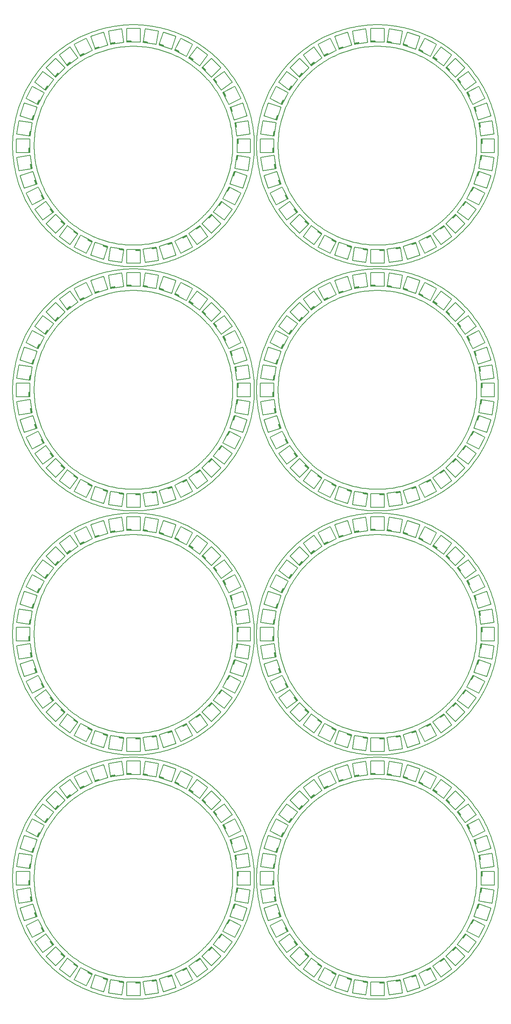
<source format=gto>
G75*
%MOIN*%
%OFA0B0*%
%FSLAX25Y25*%
%IPPOS*%
%LPD*%
%AMOC8*
5,1,8,0,0,1.08239X$1,22.5*
%
%ADD10C,0.00800*%
%ADD11C,0.00787*%
%ADD12C,0.00500*%
D10*
X0047400Y0134900D02*
X0047426Y0137047D01*
X0047505Y0139193D01*
X0047637Y0141337D01*
X0047821Y0143476D01*
X0048058Y0145611D01*
X0048347Y0147739D01*
X0048688Y0149859D01*
X0049081Y0151970D01*
X0049526Y0154071D01*
X0050022Y0156161D01*
X0050570Y0158237D01*
X0051168Y0160300D01*
X0051816Y0162347D01*
X0052515Y0164378D01*
X0053263Y0166391D01*
X0054061Y0168385D01*
X0054907Y0170359D01*
X0055801Y0172311D01*
X0056743Y0174241D01*
X0057732Y0176147D01*
X0058767Y0178029D01*
X0059849Y0179884D01*
X0060975Y0181712D01*
X0062146Y0183512D01*
X0063361Y0185283D01*
X0064619Y0187024D01*
X0065920Y0188733D01*
X0067262Y0190409D01*
X0068644Y0192053D01*
X0070067Y0193661D01*
X0071528Y0195235D01*
X0073028Y0196772D01*
X0074565Y0198272D01*
X0076139Y0199733D01*
X0077747Y0201156D01*
X0079391Y0202538D01*
X0081067Y0203880D01*
X0082776Y0205181D01*
X0084517Y0206439D01*
X0086288Y0207654D01*
X0088088Y0208825D01*
X0089916Y0209951D01*
X0091771Y0211033D01*
X0093653Y0212068D01*
X0095559Y0213057D01*
X0097489Y0213999D01*
X0099441Y0214893D01*
X0101415Y0215739D01*
X0103409Y0216537D01*
X0105422Y0217285D01*
X0107453Y0217984D01*
X0109500Y0218632D01*
X0111563Y0219230D01*
X0113639Y0219778D01*
X0115729Y0220274D01*
X0117830Y0220719D01*
X0119941Y0221112D01*
X0122061Y0221453D01*
X0124189Y0221742D01*
X0126324Y0221979D01*
X0128463Y0222163D01*
X0130607Y0222295D01*
X0132753Y0222374D01*
X0134900Y0222400D01*
X0137047Y0222374D01*
X0139193Y0222295D01*
X0141337Y0222163D01*
X0143476Y0221979D01*
X0145611Y0221742D01*
X0147739Y0221453D01*
X0149859Y0221112D01*
X0151970Y0220719D01*
X0154071Y0220274D01*
X0156161Y0219778D01*
X0158237Y0219230D01*
X0160300Y0218632D01*
X0162347Y0217984D01*
X0164378Y0217285D01*
X0166391Y0216537D01*
X0168385Y0215739D01*
X0170359Y0214893D01*
X0172311Y0213999D01*
X0174241Y0213057D01*
X0176147Y0212068D01*
X0178029Y0211033D01*
X0179884Y0209951D01*
X0181712Y0208825D01*
X0183512Y0207654D01*
X0185283Y0206439D01*
X0187024Y0205181D01*
X0188733Y0203880D01*
X0190409Y0202538D01*
X0192053Y0201156D01*
X0193661Y0199733D01*
X0195235Y0198272D01*
X0196772Y0196772D01*
X0198272Y0195235D01*
X0199733Y0193661D01*
X0201156Y0192053D01*
X0202538Y0190409D01*
X0203880Y0188733D01*
X0205181Y0187024D01*
X0206439Y0185283D01*
X0207654Y0183512D01*
X0208825Y0181712D01*
X0209951Y0179884D01*
X0211033Y0178029D01*
X0212068Y0176147D01*
X0213057Y0174241D01*
X0213999Y0172311D01*
X0214893Y0170359D01*
X0215739Y0168385D01*
X0216537Y0166391D01*
X0217285Y0164378D01*
X0217984Y0162347D01*
X0218632Y0160300D01*
X0219230Y0158237D01*
X0219778Y0156161D01*
X0220274Y0154071D01*
X0220719Y0151970D01*
X0221112Y0149859D01*
X0221453Y0147739D01*
X0221742Y0145611D01*
X0221979Y0143476D01*
X0222163Y0141337D01*
X0222295Y0139193D01*
X0222374Y0137047D01*
X0222400Y0134900D01*
X0222374Y0132753D01*
X0222295Y0130607D01*
X0222163Y0128463D01*
X0221979Y0126324D01*
X0221742Y0124189D01*
X0221453Y0122061D01*
X0221112Y0119941D01*
X0220719Y0117830D01*
X0220274Y0115729D01*
X0219778Y0113639D01*
X0219230Y0111563D01*
X0218632Y0109500D01*
X0217984Y0107453D01*
X0217285Y0105422D01*
X0216537Y0103409D01*
X0215739Y0101415D01*
X0214893Y0099441D01*
X0213999Y0097489D01*
X0213057Y0095559D01*
X0212068Y0093653D01*
X0211033Y0091771D01*
X0209951Y0089916D01*
X0208825Y0088088D01*
X0207654Y0086288D01*
X0206439Y0084517D01*
X0205181Y0082776D01*
X0203880Y0081067D01*
X0202538Y0079391D01*
X0201156Y0077747D01*
X0199733Y0076139D01*
X0198272Y0074565D01*
X0196772Y0073028D01*
X0195235Y0071528D01*
X0193661Y0070067D01*
X0192053Y0068644D01*
X0190409Y0067262D01*
X0188733Y0065920D01*
X0187024Y0064619D01*
X0185283Y0063361D01*
X0183512Y0062146D01*
X0181712Y0060975D01*
X0179884Y0059849D01*
X0178029Y0058767D01*
X0176147Y0057732D01*
X0174241Y0056743D01*
X0172311Y0055801D01*
X0170359Y0054907D01*
X0168385Y0054061D01*
X0166391Y0053263D01*
X0164378Y0052515D01*
X0162347Y0051816D01*
X0160300Y0051168D01*
X0158237Y0050570D01*
X0156161Y0050022D01*
X0154071Y0049526D01*
X0151970Y0049081D01*
X0149859Y0048688D01*
X0147739Y0048347D01*
X0145611Y0048058D01*
X0143476Y0047821D01*
X0141337Y0047637D01*
X0139193Y0047505D01*
X0137047Y0047426D01*
X0134900Y0047400D01*
X0132753Y0047426D01*
X0130607Y0047505D01*
X0128463Y0047637D01*
X0126324Y0047821D01*
X0124189Y0048058D01*
X0122061Y0048347D01*
X0119941Y0048688D01*
X0117830Y0049081D01*
X0115729Y0049526D01*
X0113639Y0050022D01*
X0111563Y0050570D01*
X0109500Y0051168D01*
X0107453Y0051816D01*
X0105422Y0052515D01*
X0103409Y0053263D01*
X0101415Y0054061D01*
X0099441Y0054907D01*
X0097489Y0055801D01*
X0095559Y0056743D01*
X0093653Y0057732D01*
X0091771Y0058767D01*
X0089916Y0059849D01*
X0088088Y0060975D01*
X0086288Y0062146D01*
X0084517Y0063361D01*
X0082776Y0064619D01*
X0081067Y0065920D01*
X0079391Y0067262D01*
X0077747Y0068644D01*
X0076139Y0070067D01*
X0074565Y0071528D01*
X0073028Y0073028D01*
X0071528Y0074565D01*
X0070067Y0076139D01*
X0068644Y0077747D01*
X0067262Y0079391D01*
X0065920Y0081067D01*
X0064619Y0082776D01*
X0063361Y0084517D01*
X0062146Y0086288D01*
X0060975Y0088088D01*
X0059849Y0089916D01*
X0058767Y0091771D01*
X0057732Y0093653D01*
X0056743Y0095559D01*
X0055801Y0097489D01*
X0054907Y0099441D01*
X0054061Y0101415D01*
X0053263Y0103409D01*
X0052515Y0105422D01*
X0051816Y0107453D01*
X0051168Y0109500D01*
X0050570Y0111563D01*
X0050022Y0113639D01*
X0049526Y0115729D01*
X0049081Y0117830D01*
X0048688Y0119941D01*
X0048347Y0122061D01*
X0048058Y0124189D01*
X0047821Y0126324D01*
X0047637Y0128463D01*
X0047505Y0130607D01*
X0047426Y0132753D01*
X0047400Y0134900D01*
X0028400Y0134900D02*
X0028432Y0137514D01*
X0028528Y0140126D01*
X0028689Y0142735D01*
X0028913Y0145339D01*
X0029201Y0147937D01*
X0029553Y0150527D01*
X0029968Y0153107D01*
X0030446Y0155677D01*
X0030988Y0158234D01*
X0031592Y0160777D01*
X0032258Y0163305D01*
X0032986Y0165815D01*
X0033775Y0168307D01*
X0034626Y0170779D01*
X0035536Y0173229D01*
X0036507Y0175656D01*
X0037537Y0178058D01*
X0038625Y0180435D01*
X0039772Y0182784D01*
X0040975Y0185104D01*
X0042236Y0187394D01*
X0043552Y0189652D01*
X0044923Y0191877D01*
X0046348Y0194068D01*
X0047827Y0196224D01*
X0049358Y0198342D01*
X0050941Y0200422D01*
X0052574Y0202463D01*
X0054257Y0204463D01*
X0055989Y0206421D01*
X0057768Y0208336D01*
X0059593Y0210207D01*
X0061464Y0212032D01*
X0063379Y0213811D01*
X0065337Y0215543D01*
X0067337Y0217226D01*
X0069378Y0218859D01*
X0071458Y0220442D01*
X0073576Y0221973D01*
X0075732Y0223452D01*
X0077923Y0224877D01*
X0080148Y0226248D01*
X0082406Y0227564D01*
X0084696Y0228825D01*
X0087016Y0230028D01*
X0089365Y0231175D01*
X0091742Y0232263D01*
X0094144Y0233293D01*
X0096571Y0234264D01*
X0099021Y0235174D01*
X0101493Y0236025D01*
X0103985Y0236814D01*
X0106495Y0237542D01*
X0109023Y0238208D01*
X0111566Y0238812D01*
X0114123Y0239354D01*
X0116693Y0239832D01*
X0119273Y0240247D01*
X0121863Y0240599D01*
X0124461Y0240887D01*
X0127065Y0241111D01*
X0129674Y0241272D01*
X0132286Y0241368D01*
X0134900Y0241400D01*
X0137514Y0241368D01*
X0140126Y0241272D01*
X0142735Y0241111D01*
X0145339Y0240887D01*
X0147937Y0240599D01*
X0150527Y0240247D01*
X0153107Y0239832D01*
X0155677Y0239354D01*
X0158234Y0238812D01*
X0160777Y0238208D01*
X0163305Y0237542D01*
X0165815Y0236814D01*
X0168307Y0236025D01*
X0170779Y0235174D01*
X0173229Y0234264D01*
X0175656Y0233293D01*
X0178058Y0232263D01*
X0180435Y0231175D01*
X0182784Y0230028D01*
X0185104Y0228825D01*
X0187394Y0227564D01*
X0189652Y0226248D01*
X0191877Y0224877D01*
X0194068Y0223452D01*
X0196224Y0221973D01*
X0198342Y0220442D01*
X0200422Y0218859D01*
X0202463Y0217226D01*
X0204463Y0215543D01*
X0206421Y0213811D01*
X0208336Y0212032D01*
X0210207Y0210207D01*
X0212032Y0208336D01*
X0213811Y0206421D01*
X0215543Y0204463D01*
X0217226Y0202463D01*
X0218859Y0200422D01*
X0220442Y0198342D01*
X0221973Y0196224D01*
X0223452Y0194068D01*
X0224877Y0191877D01*
X0226248Y0189652D01*
X0227564Y0187394D01*
X0228825Y0185104D01*
X0230028Y0182784D01*
X0231175Y0180435D01*
X0232263Y0178058D01*
X0233293Y0175656D01*
X0234264Y0173229D01*
X0235174Y0170779D01*
X0236025Y0168307D01*
X0236814Y0165815D01*
X0237542Y0163305D01*
X0238208Y0160777D01*
X0238812Y0158234D01*
X0239354Y0155677D01*
X0239832Y0153107D01*
X0240247Y0150527D01*
X0240599Y0147937D01*
X0240887Y0145339D01*
X0241111Y0142735D01*
X0241272Y0140126D01*
X0241368Y0137514D01*
X0241400Y0134900D01*
X0241368Y0132286D01*
X0241272Y0129674D01*
X0241111Y0127065D01*
X0240887Y0124461D01*
X0240599Y0121863D01*
X0240247Y0119273D01*
X0239832Y0116693D01*
X0239354Y0114123D01*
X0238812Y0111566D01*
X0238208Y0109023D01*
X0237542Y0106495D01*
X0236814Y0103985D01*
X0236025Y0101493D01*
X0235174Y0099021D01*
X0234264Y0096571D01*
X0233293Y0094144D01*
X0232263Y0091742D01*
X0231175Y0089365D01*
X0230028Y0087016D01*
X0228825Y0084696D01*
X0227564Y0082406D01*
X0226248Y0080148D01*
X0224877Y0077923D01*
X0223452Y0075732D01*
X0221973Y0073576D01*
X0220442Y0071458D01*
X0218859Y0069378D01*
X0217226Y0067337D01*
X0215543Y0065337D01*
X0213811Y0063379D01*
X0212032Y0061464D01*
X0210207Y0059593D01*
X0208336Y0057768D01*
X0206421Y0055989D01*
X0204463Y0054257D01*
X0202463Y0052574D01*
X0200422Y0050941D01*
X0198342Y0049358D01*
X0196224Y0047827D01*
X0194068Y0046348D01*
X0191877Y0044923D01*
X0189652Y0043552D01*
X0187394Y0042236D01*
X0185104Y0040975D01*
X0182784Y0039772D01*
X0180435Y0038625D01*
X0178058Y0037537D01*
X0175656Y0036507D01*
X0173229Y0035536D01*
X0170779Y0034626D01*
X0168307Y0033775D01*
X0165815Y0032986D01*
X0163305Y0032258D01*
X0160777Y0031592D01*
X0158234Y0030988D01*
X0155677Y0030446D01*
X0153107Y0029968D01*
X0150527Y0029553D01*
X0147937Y0029201D01*
X0145339Y0028913D01*
X0142735Y0028689D01*
X0140126Y0028528D01*
X0137514Y0028432D01*
X0134900Y0028400D01*
X0132286Y0028432D01*
X0129674Y0028528D01*
X0127065Y0028689D01*
X0124461Y0028913D01*
X0121863Y0029201D01*
X0119273Y0029553D01*
X0116693Y0029968D01*
X0114123Y0030446D01*
X0111566Y0030988D01*
X0109023Y0031592D01*
X0106495Y0032258D01*
X0103985Y0032986D01*
X0101493Y0033775D01*
X0099021Y0034626D01*
X0096571Y0035536D01*
X0094144Y0036507D01*
X0091742Y0037537D01*
X0089365Y0038625D01*
X0087016Y0039772D01*
X0084696Y0040975D01*
X0082406Y0042236D01*
X0080148Y0043552D01*
X0077923Y0044923D01*
X0075732Y0046348D01*
X0073576Y0047827D01*
X0071458Y0049358D01*
X0069378Y0050941D01*
X0067337Y0052574D01*
X0065337Y0054257D01*
X0063379Y0055989D01*
X0061464Y0057768D01*
X0059593Y0059593D01*
X0057768Y0061464D01*
X0055989Y0063379D01*
X0054257Y0065337D01*
X0052574Y0067337D01*
X0050941Y0069378D01*
X0049358Y0071458D01*
X0047827Y0073576D01*
X0046348Y0075732D01*
X0044923Y0077923D01*
X0043552Y0080148D01*
X0042236Y0082406D01*
X0040975Y0084696D01*
X0039772Y0087016D01*
X0038625Y0089365D01*
X0037537Y0091742D01*
X0036507Y0094144D01*
X0035536Y0096571D01*
X0034626Y0099021D01*
X0033775Y0101493D01*
X0032986Y0103985D01*
X0032258Y0106495D01*
X0031592Y0109023D01*
X0030988Y0111566D01*
X0030446Y0114123D01*
X0029968Y0116693D01*
X0029553Y0119273D01*
X0029201Y0121863D01*
X0028913Y0124461D01*
X0028689Y0127065D01*
X0028528Y0129674D01*
X0028432Y0132286D01*
X0028400Y0134900D01*
X0047400Y0349900D02*
X0047426Y0352047D01*
X0047505Y0354193D01*
X0047637Y0356337D01*
X0047821Y0358476D01*
X0048058Y0360611D01*
X0048347Y0362739D01*
X0048688Y0364859D01*
X0049081Y0366970D01*
X0049526Y0369071D01*
X0050022Y0371161D01*
X0050570Y0373237D01*
X0051168Y0375300D01*
X0051816Y0377347D01*
X0052515Y0379378D01*
X0053263Y0381391D01*
X0054061Y0383385D01*
X0054907Y0385359D01*
X0055801Y0387311D01*
X0056743Y0389241D01*
X0057732Y0391147D01*
X0058767Y0393029D01*
X0059849Y0394884D01*
X0060975Y0396712D01*
X0062146Y0398512D01*
X0063361Y0400283D01*
X0064619Y0402024D01*
X0065920Y0403733D01*
X0067262Y0405409D01*
X0068644Y0407053D01*
X0070067Y0408661D01*
X0071528Y0410235D01*
X0073028Y0411772D01*
X0074565Y0413272D01*
X0076139Y0414733D01*
X0077747Y0416156D01*
X0079391Y0417538D01*
X0081067Y0418880D01*
X0082776Y0420181D01*
X0084517Y0421439D01*
X0086288Y0422654D01*
X0088088Y0423825D01*
X0089916Y0424951D01*
X0091771Y0426033D01*
X0093653Y0427068D01*
X0095559Y0428057D01*
X0097489Y0428999D01*
X0099441Y0429893D01*
X0101415Y0430739D01*
X0103409Y0431537D01*
X0105422Y0432285D01*
X0107453Y0432984D01*
X0109500Y0433632D01*
X0111563Y0434230D01*
X0113639Y0434778D01*
X0115729Y0435274D01*
X0117830Y0435719D01*
X0119941Y0436112D01*
X0122061Y0436453D01*
X0124189Y0436742D01*
X0126324Y0436979D01*
X0128463Y0437163D01*
X0130607Y0437295D01*
X0132753Y0437374D01*
X0134900Y0437400D01*
X0137047Y0437374D01*
X0139193Y0437295D01*
X0141337Y0437163D01*
X0143476Y0436979D01*
X0145611Y0436742D01*
X0147739Y0436453D01*
X0149859Y0436112D01*
X0151970Y0435719D01*
X0154071Y0435274D01*
X0156161Y0434778D01*
X0158237Y0434230D01*
X0160300Y0433632D01*
X0162347Y0432984D01*
X0164378Y0432285D01*
X0166391Y0431537D01*
X0168385Y0430739D01*
X0170359Y0429893D01*
X0172311Y0428999D01*
X0174241Y0428057D01*
X0176147Y0427068D01*
X0178029Y0426033D01*
X0179884Y0424951D01*
X0181712Y0423825D01*
X0183512Y0422654D01*
X0185283Y0421439D01*
X0187024Y0420181D01*
X0188733Y0418880D01*
X0190409Y0417538D01*
X0192053Y0416156D01*
X0193661Y0414733D01*
X0195235Y0413272D01*
X0196772Y0411772D01*
X0198272Y0410235D01*
X0199733Y0408661D01*
X0201156Y0407053D01*
X0202538Y0405409D01*
X0203880Y0403733D01*
X0205181Y0402024D01*
X0206439Y0400283D01*
X0207654Y0398512D01*
X0208825Y0396712D01*
X0209951Y0394884D01*
X0211033Y0393029D01*
X0212068Y0391147D01*
X0213057Y0389241D01*
X0213999Y0387311D01*
X0214893Y0385359D01*
X0215739Y0383385D01*
X0216537Y0381391D01*
X0217285Y0379378D01*
X0217984Y0377347D01*
X0218632Y0375300D01*
X0219230Y0373237D01*
X0219778Y0371161D01*
X0220274Y0369071D01*
X0220719Y0366970D01*
X0221112Y0364859D01*
X0221453Y0362739D01*
X0221742Y0360611D01*
X0221979Y0358476D01*
X0222163Y0356337D01*
X0222295Y0354193D01*
X0222374Y0352047D01*
X0222400Y0349900D01*
X0222374Y0347753D01*
X0222295Y0345607D01*
X0222163Y0343463D01*
X0221979Y0341324D01*
X0221742Y0339189D01*
X0221453Y0337061D01*
X0221112Y0334941D01*
X0220719Y0332830D01*
X0220274Y0330729D01*
X0219778Y0328639D01*
X0219230Y0326563D01*
X0218632Y0324500D01*
X0217984Y0322453D01*
X0217285Y0320422D01*
X0216537Y0318409D01*
X0215739Y0316415D01*
X0214893Y0314441D01*
X0213999Y0312489D01*
X0213057Y0310559D01*
X0212068Y0308653D01*
X0211033Y0306771D01*
X0209951Y0304916D01*
X0208825Y0303088D01*
X0207654Y0301288D01*
X0206439Y0299517D01*
X0205181Y0297776D01*
X0203880Y0296067D01*
X0202538Y0294391D01*
X0201156Y0292747D01*
X0199733Y0291139D01*
X0198272Y0289565D01*
X0196772Y0288028D01*
X0195235Y0286528D01*
X0193661Y0285067D01*
X0192053Y0283644D01*
X0190409Y0282262D01*
X0188733Y0280920D01*
X0187024Y0279619D01*
X0185283Y0278361D01*
X0183512Y0277146D01*
X0181712Y0275975D01*
X0179884Y0274849D01*
X0178029Y0273767D01*
X0176147Y0272732D01*
X0174241Y0271743D01*
X0172311Y0270801D01*
X0170359Y0269907D01*
X0168385Y0269061D01*
X0166391Y0268263D01*
X0164378Y0267515D01*
X0162347Y0266816D01*
X0160300Y0266168D01*
X0158237Y0265570D01*
X0156161Y0265022D01*
X0154071Y0264526D01*
X0151970Y0264081D01*
X0149859Y0263688D01*
X0147739Y0263347D01*
X0145611Y0263058D01*
X0143476Y0262821D01*
X0141337Y0262637D01*
X0139193Y0262505D01*
X0137047Y0262426D01*
X0134900Y0262400D01*
X0132753Y0262426D01*
X0130607Y0262505D01*
X0128463Y0262637D01*
X0126324Y0262821D01*
X0124189Y0263058D01*
X0122061Y0263347D01*
X0119941Y0263688D01*
X0117830Y0264081D01*
X0115729Y0264526D01*
X0113639Y0265022D01*
X0111563Y0265570D01*
X0109500Y0266168D01*
X0107453Y0266816D01*
X0105422Y0267515D01*
X0103409Y0268263D01*
X0101415Y0269061D01*
X0099441Y0269907D01*
X0097489Y0270801D01*
X0095559Y0271743D01*
X0093653Y0272732D01*
X0091771Y0273767D01*
X0089916Y0274849D01*
X0088088Y0275975D01*
X0086288Y0277146D01*
X0084517Y0278361D01*
X0082776Y0279619D01*
X0081067Y0280920D01*
X0079391Y0282262D01*
X0077747Y0283644D01*
X0076139Y0285067D01*
X0074565Y0286528D01*
X0073028Y0288028D01*
X0071528Y0289565D01*
X0070067Y0291139D01*
X0068644Y0292747D01*
X0067262Y0294391D01*
X0065920Y0296067D01*
X0064619Y0297776D01*
X0063361Y0299517D01*
X0062146Y0301288D01*
X0060975Y0303088D01*
X0059849Y0304916D01*
X0058767Y0306771D01*
X0057732Y0308653D01*
X0056743Y0310559D01*
X0055801Y0312489D01*
X0054907Y0314441D01*
X0054061Y0316415D01*
X0053263Y0318409D01*
X0052515Y0320422D01*
X0051816Y0322453D01*
X0051168Y0324500D01*
X0050570Y0326563D01*
X0050022Y0328639D01*
X0049526Y0330729D01*
X0049081Y0332830D01*
X0048688Y0334941D01*
X0048347Y0337061D01*
X0048058Y0339189D01*
X0047821Y0341324D01*
X0047637Y0343463D01*
X0047505Y0345607D01*
X0047426Y0347753D01*
X0047400Y0349900D01*
X0028400Y0349900D02*
X0028432Y0352514D01*
X0028528Y0355126D01*
X0028689Y0357735D01*
X0028913Y0360339D01*
X0029201Y0362937D01*
X0029553Y0365527D01*
X0029968Y0368107D01*
X0030446Y0370677D01*
X0030988Y0373234D01*
X0031592Y0375777D01*
X0032258Y0378305D01*
X0032986Y0380815D01*
X0033775Y0383307D01*
X0034626Y0385779D01*
X0035536Y0388229D01*
X0036507Y0390656D01*
X0037537Y0393058D01*
X0038625Y0395435D01*
X0039772Y0397784D01*
X0040975Y0400104D01*
X0042236Y0402394D01*
X0043552Y0404652D01*
X0044923Y0406877D01*
X0046348Y0409068D01*
X0047827Y0411224D01*
X0049358Y0413342D01*
X0050941Y0415422D01*
X0052574Y0417463D01*
X0054257Y0419463D01*
X0055989Y0421421D01*
X0057768Y0423336D01*
X0059593Y0425207D01*
X0061464Y0427032D01*
X0063379Y0428811D01*
X0065337Y0430543D01*
X0067337Y0432226D01*
X0069378Y0433859D01*
X0071458Y0435442D01*
X0073576Y0436973D01*
X0075732Y0438452D01*
X0077923Y0439877D01*
X0080148Y0441248D01*
X0082406Y0442564D01*
X0084696Y0443825D01*
X0087016Y0445028D01*
X0089365Y0446175D01*
X0091742Y0447263D01*
X0094144Y0448293D01*
X0096571Y0449264D01*
X0099021Y0450174D01*
X0101493Y0451025D01*
X0103985Y0451814D01*
X0106495Y0452542D01*
X0109023Y0453208D01*
X0111566Y0453812D01*
X0114123Y0454354D01*
X0116693Y0454832D01*
X0119273Y0455247D01*
X0121863Y0455599D01*
X0124461Y0455887D01*
X0127065Y0456111D01*
X0129674Y0456272D01*
X0132286Y0456368D01*
X0134900Y0456400D01*
X0137514Y0456368D01*
X0140126Y0456272D01*
X0142735Y0456111D01*
X0145339Y0455887D01*
X0147937Y0455599D01*
X0150527Y0455247D01*
X0153107Y0454832D01*
X0155677Y0454354D01*
X0158234Y0453812D01*
X0160777Y0453208D01*
X0163305Y0452542D01*
X0165815Y0451814D01*
X0168307Y0451025D01*
X0170779Y0450174D01*
X0173229Y0449264D01*
X0175656Y0448293D01*
X0178058Y0447263D01*
X0180435Y0446175D01*
X0182784Y0445028D01*
X0185104Y0443825D01*
X0187394Y0442564D01*
X0189652Y0441248D01*
X0191877Y0439877D01*
X0194068Y0438452D01*
X0196224Y0436973D01*
X0198342Y0435442D01*
X0200422Y0433859D01*
X0202463Y0432226D01*
X0204463Y0430543D01*
X0206421Y0428811D01*
X0208336Y0427032D01*
X0210207Y0425207D01*
X0212032Y0423336D01*
X0213811Y0421421D01*
X0215543Y0419463D01*
X0217226Y0417463D01*
X0218859Y0415422D01*
X0220442Y0413342D01*
X0221973Y0411224D01*
X0223452Y0409068D01*
X0224877Y0406877D01*
X0226248Y0404652D01*
X0227564Y0402394D01*
X0228825Y0400104D01*
X0230028Y0397784D01*
X0231175Y0395435D01*
X0232263Y0393058D01*
X0233293Y0390656D01*
X0234264Y0388229D01*
X0235174Y0385779D01*
X0236025Y0383307D01*
X0236814Y0380815D01*
X0237542Y0378305D01*
X0238208Y0375777D01*
X0238812Y0373234D01*
X0239354Y0370677D01*
X0239832Y0368107D01*
X0240247Y0365527D01*
X0240599Y0362937D01*
X0240887Y0360339D01*
X0241111Y0357735D01*
X0241272Y0355126D01*
X0241368Y0352514D01*
X0241400Y0349900D01*
X0241368Y0347286D01*
X0241272Y0344674D01*
X0241111Y0342065D01*
X0240887Y0339461D01*
X0240599Y0336863D01*
X0240247Y0334273D01*
X0239832Y0331693D01*
X0239354Y0329123D01*
X0238812Y0326566D01*
X0238208Y0324023D01*
X0237542Y0321495D01*
X0236814Y0318985D01*
X0236025Y0316493D01*
X0235174Y0314021D01*
X0234264Y0311571D01*
X0233293Y0309144D01*
X0232263Y0306742D01*
X0231175Y0304365D01*
X0230028Y0302016D01*
X0228825Y0299696D01*
X0227564Y0297406D01*
X0226248Y0295148D01*
X0224877Y0292923D01*
X0223452Y0290732D01*
X0221973Y0288576D01*
X0220442Y0286458D01*
X0218859Y0284378D01*
X0217226Y0282337D01*
X0215543Y0280337D01*
X0213811Y0278379D01*
X0212032Y0276464D01*
X0210207Y0274593D01*
X0208336Y0272768D01*
X0206421Y0270989D01*
X0204463Y0269257D01*
X0202463Y0267574D01*
X0200422Y0265941D01*
X0198342Y0264358D01*
X0196224Y0262827D01*
X0194068Y0261348D01*
X0191877Y0259923D01*
X0189652Y0258552D01*
X0187394Y0257236D01*
X0185104Y0255975D01*
X0182784Y0254772D01*
X0180435Y0253625D01*
X0178058Y0252537D01*
X0175656Y0251507D01*
X0173229Y0250536D01*
X0170779Y0249626D01*
X0168307Y0248775D01*
X0165815Y0247986D01*
X0163305Y0247258D01*
X0160777Y0246592D01*
X0158234Y0245988D01*
X0155677Y0245446D01*
X0153107Y0244968D01*
X0150527Y0244553D01*
X0147937Y0244201D01*
X0145339Y0243913D01*
X0142735Y0243689D01*
X0140126Y0243528D01*
X0137514Y0243432D01*
X0134900Y0243400D01*
X0132286Y0243432D01*
X0129674Y0243528D01*
X0127065Y0243689D01*
X0124461Y0243913D01*
X0121863Y0244201D01*
X0119273Y0244553D01*
X0116693Y0244968D01*
X0114123Y0245446D01*
X0111566Y0245988D01*
X0109023Y0246592D01*
X0106495Y0247258D01*
X0103985Y0247986D01*
X0101493Y0248775D01*
X0099021Y0249626D01*
X0096571Y0250536D01*
X0094144Y0251507D01*
X0091742Y0252537D01*
X0089365Y0253625D01*
X0087016Y0254772D01*
X0084696Y0255975D01*
X0082406Y0257236D01*
X0080148Y0258552D01*
X0077923Y0259923D01*
X0075732Y0261348D01*
X0073576Y0262827D01*
X0071458Y0264358D01*
X0069378Y0265941D01*
X0067337Y0267574D01*
X0065337Y0269257D01*
X0063379Y0270989D01*
X0061464Y0272768D01*
X0059593Y0274593D01*
X0057768Y0276464D01*
X0055989Y0278379D01*
X0054257Y0280337D01*
X0052574Y0282337D01*
X0050941Y0284378D01*
X0049358Y0286458D01*
X0047827Y0288576D01*
X0046348Y0290732D01*
X0044923Y0292923D01*
X0043552Y0295148D01*
X0042236Y0297406D01*
X0040975Y0299696D01*
X0039772Y0302016D01*
X0038625Y0304365D01*
X0037537Y0306742D01*
X0036507Y0309144D01*
X0035536Y0311571D01*
X0034626Y0314021D01*
X0033775Y0316493D01*
X0032986Y0318985D01*
X0032258Y0321495D01*
X0031592Y0324023D01*
X0030988Y0326566D01*
X0030446Y0329123D01*
X0029968Y0331693D01*
X0029553Y0334273D01*
X0029201Y0336863D01*
X0028913Y0339461D01*
X0028689Y0342065D01*
X0028528Y0344674D01*
X0028432Y0347286D01*
X0028400Y0349900D01*
X0047400Y0564900D02*
X0047426Y0567047D01*
X0047505Y0569193D01*
X0047637Y0571337D01*
X0047821Y0573476D01*
X0048058Y0575611D01*
X0048347Y0577739D01*
X0048688Y0579859D01*
X0049081Y0581970D01*
X0049526Y0584071D01*
X0050022Y0586161D01*
X0050570Y0588237D01*
X0051168Y0590300D01*
X0051816Y0592347D01*
X0052515Y0594378D01*
X0053263Y0596391D01*
X0054061Y0598385D01*
X0054907Y0600359D01*
X0055801Y0602311D01*
X0056743Y0604241D01*
X0057732Y0606147D01*
X0058767Y0608029D01*
X0059849Y0609884D01*
X0060975Y0611712D01*
X0062146Y0613512D01*
X0063361Y0615283D01*
X0064619Y0617024D01*
X0065920Y0618733D01*
X0067262Y0620409D01*
X0068644Y0622053D01*
X0070067Y0623661D01*
X0071528Y0625235D01*
X0073028Y0626772D01*
X0074565Y0628272D01*
X0076139Y0629733D01*
X0077747Y0631156D01*
X0079391Y0632538D01*
X0081067Y0633880D01*
X0082776Y0635181D01*
X0084517Y0636439D01*
X0086288Y0637654D01*
X0088088Y0638825D01*
X0089916Y0639951D01*
X0091771Y0641033D01*
X0093653Y0642068D01*
X0095559Y0643057D01*
X0097489Y0643999D01*
X0099441Y0644893D01*
X0101415Y0645739D01*
X0103409Y0646537D01*
X0105422Y0647285D01*
X0107453Y0647984D01*
X0109500Y0648632D01*
X0111563Y0649230D01*
X0113639Y0649778D01*
X0115729Y0650274D01*
X0117830Y0650719D01*
X0119941Y0651112D01*
X0122061Y0651453D01*
X0124189Y0651742D01*
X0126324Y0651979D01*
X0128463Y0652163D01*
X0130607Y0652295D01*
X0132753Y0652374D01*
X0134900Y0652400D01*
X0137047Y0652374D01*
X0139193Y0652295D01*
X0141337Y0652163D01*
X0143476Y0651979D01*
X0145611Y0651742D01*
X0147739Y0651453D01*
X0149859Y0651112D01*
X0151970Y0650719D01*
X0154071Y0650274D01*
X0156161Y0649778D01*
X0158237Y0649230D01*
X0160300Y0648632D01*
X0162347Y0647984D01*
X0164378Y0647285D01*
X0166391Y0646537D01*
X0168385Y0645739D01*
X0170359Y0644893D01*
X0172311Y0643999D01*
X0174241Y0643057D01*
X0176147Y0642068D01*
X0178029Y0641033D01*
X0179884Y0639951D01*
X0181712Y0638825D01*
X0183512Y0637654D01*
X0185283Y0636439D01*
X0187024Y0635181D01*
X0188733Y0633880D01*
X0190409Y0632538D01*
X0192053Y0631156D01*
X0193661Y0629733D01*
X0195235Y0628272D01*
X0196772Y0626772D01*
X0198272Y0625235D01*
X0199733Y0623661D01*
X0201156Y0622053D01*
X0202538Y0620409D01*
X0203880Y0618733D01*
X0205181Y0617024D01*
X0206439Y0615283D01*
X0207654Y0613512D01*
X0208825Y0611712D01*
X0209951Y0609884D01*
X0211033Y0608029D01*
X0212068Y0606147D01*
X0213057Y0604241D01*
X0213999Y0602311D01*
X0214893Y0600359D01*
X0215739Y0598385D01*
X0216537Y0596391D01*
X0217285Y0594378D01*
X0217984Y0592347D01*
X0218632Y0590300D01*
X0219230Y0588237D01*
X0219778Y0586161D01*
X0220274Y0584071D01*
X0220719Y0581970D01*
X0221112Y0579859D01*
X0221453Y0577739D01*
X0221742Y0575611D01*
X0221979Y0573476D01*
X0222163Y0571337D01*
X0222295Y0569193D01*
X0222374Y0567047D01*
X0222400Y0564900D01*
X0222374Y0562753D01*
X0222295Y0560607D01*
X0222163Y0558463D01*
X0221979Y0556324D01*
X0221742Y0554189D01*
X0221453Y0552061D01*
X0221112Y0549941D01*
X0220719Y0547830D01*
X0220274Y0545729D01*
X0219778Y0543639D01*
X0219230Y0541563D01*
X0218632Y0539500D01*
X0217984Y0537453D01*
X0217285Y0535422D01*
X0216537Y0533409D01*
X0215739Y0531415D01*
X0214893Y0529441D01*
X0213999Y0527489D01*
X0213057Y0525559D01*
X0212068Y0523653D01*
X0211033Y0521771D01*
X0209951Y0519916D01*
X0208825Y0518088D01*
X0207654Y0516288D01*
X0206439Y0514517D01*
X0205181Y0512776D01*
X0203880Y0511067D01*
X0202538Y0509391D01*
X0201156Y0507747D01*
X0199733Y0506139D01*
X0198272Y0504565D01*
X0196772Y0503028D01*
X0195235Y0501528D01*
X0193661Y0500067D01*
X0192053Y0498644D01*
X0190409Y0497262D01*
X0188733Y0495920D01*
X0187024Y0494619D01*
X0185283Y0493361D01*
X0183512Y0492146D01*
X0181712Y0490975D01*
X0179884Y0489849D01*
X0178029Y0488767D01*
X0176147Y0487732D01*
X0174241Y0486743D01*
X0172311Y0485801D01*
X0170359Y0484907D01*
X0168385Y0484061D01*
X0166391Y0483263D01*
X0164378Y0482515D01*
X0162347Y0481816D01*
X0160300Y0481168D01*
X0158237Y0480570D01*
X0156161Y0480022D01*
X0154071Y0479526D01*
X0151970Y0479081D01*
X0149859Y0478688D01*
X0147739Y0478347D01*
X0145611Y0478058D01*
X0143476Y0477821D01*
X0141337Y0477637D01*
X0139193Y0477505D01*
X0137047Y0477426D01*
X0134900Y0477400D01*
X0132753Y0477426D01*
X0130607Y0477505D01*
X0128463Y0477637D01*
X0126324Y0477821D01*
X0124189Y0478058D01*
X0122061Y0478347D01*
X0119941Y0478688D01*
X0117830Y0479081D01*
X0115729Y0479526D01*
X0113639Y0480022D01*
X0111563Y0480570D01*
X0109500Y0481168D01*
X0107453Y0481816D01*
X0105422Y0482515D01*
X0103409Y0483263D01*
X0101415Y0484061D01*
X0099441Y0484907D01*
X0097489Y0485801D01*
X0095559Y0486743D01*
X0093653Y0487732D01*
X0091771Y0488767D01*
X0089916Y0489849D01*
X0088088Y0490975D01*
X0086288Y0492146D01*
X0084517Y0493361D01*
X0082776Y0494619D01*
X0081067Y0495920D01*
X0079391Y0497262D01*
X0077747Y0498644D01*
X0076139Y0500067D01*
X0074565Y0501528D01*
X0073028Y0503028D01*
X0071528Y0504565D01*
X0070067Y0506139D01*
X0068644Y0507747D01*
X0067262Y0509391D01*
X0065920Y0511067D01*
X0064619Y0512776D01*
X0063361Y0514517D01*
X0062146Y0516288D01*
X0060975Y0518088D01*
X0059849Y0519916D01*
X0058767Y0521771D01*
X0057732Y0523653D01*
X0056743Y0525559D01*
X0055801Y0527489D01*
X0054907Y0529441D01*
X0054061Y0531415D01*
X0053263Y0533409D01*
X0052515Y0535422D01*
X0051816Y0537453D01*
X0051168Y0539500D01*
X0050570Y0541563D01*
X0050022Y0543639D01*
X0049526Y0545729D01*
X0049081Y0547830D01*
X0048688Y0549941D01*
X0048347Y0552061D01*
X0048058Y0554189D01*
X0047821Y0556324D01*
X0047637Y0558463D01*
X0047505Y0560607D01*
X0047426Y0562753D01*
X0047400Y0564900D01*
X0028400Y0564900D02*
X0028432Y0567514D01*
X0028528Y0570126D01*
X0028689Y0572735D01*
X0028913Y0575339D01*
X0029201Y0577937D01*
X0029553Y0580527D01*
X0029968Y0583107D01*
X0030446Y0585677D01*
X0030988Y0588234D01*
X0031592Y0590777D01*
X0032258Y0593305D01*
X0032986Y0595815D01*
X0033775Y0598307D01*
X0034626Y0600779D01*
X0035536Y0603229D01*
X0036507Y0605656D01*
X0037537Y0608058D01*
X0038625Y0610435D01*
X0039772Y0612784D01*
X0040975Y0615104D01*
X0042236Y0617394D01*
X0043552Y0619652D01*
X0044923Y0621877D01*
X0046348Y0624068D01*
X0047827Y0626224D01*
X0049358Y0628342D01*
X0050941Y0630422D01*
X0052574Y0632463D01*
X0054257Y0634463D01*
X0055989Y0636421D01*
X0057768Y0638336D01*
X0059593Y0640207D01*
X0061464Y0642032D01*
X0063379Y0643811D01*
X0065337Y0645543D01*
X0067337Y0647226D01*
X0069378Y0648859D01*
X0071458Y0650442D01*
X0073576Y0651973D01*
X0075732Y0653452D01*
X0077923Y0654877D01*
X0080148Y0656248D01*
X0082406Y0657564D01*
X0084696Y0658825D01*
X0087016Y0660028D01*
X0089365Y0661175D01*
X0091742Y0662263D01*
X0094144Y0663293D01*
X0096571Y0664264D01*
X0099021Y0665174D01*
X0101493Y0666025D01*
X0103985Y0666814D01*
X0106495Y0667542D01*
X0109023Y0668208D01*
X0111566Y0668812D01*
X0114123Y0669354D01*
X0116693Y0669832D01*
X0119273Y0670247D01*
X0121863Y0670599D01*
X0124461Y0670887D01*
X0127065Y0671111D01*
X0129674Y0671272D01*
X0132286Y0671368D01*
X0134900Y0671400D01*
X0137514Y0671368D01*
X0140126Y0671272D01*
X0142735Y0671111D01*
X0145339Y0670887D01*
X0147937Y0670599D01*
X0150527Y0670247D01*
X0153107Y0669832D01*
X0155677Y0669354D01*
X0158234Y0668812D01*
X0160777Y0668208D01*
X0163305Y0667542D01*
X0165815Y0666814D01*
X0168307Y0666025D01*
X0170779Y0665174D01*
X0173229Y0664264D01*
X0175656Y0663293D01*
X0178058Y0662263D01*
X0180435Y0661175D01*
X0182784Y0660028D01*
X0185104Y0658825D01*
X0187394Y0657564D01*
X0189652Y0656248D01*
X0191877Y0654877D01*
X0194068Y0653452D01*
X0196224Y0651973D01*
X0198342Y0650442D01*
X0200422Y0648859D01*
X0202463Y0647226D01*
X0204463Y0645543D01*
X0206421Y0643811D01*
X0208336Y0642032D01*
X0210207Y0640207D01*
X0212032Y0638336D01*
X0213811Y0636421D01*
X0215543Y0634463D01*
X0217226Y0632463D01*
X0218859Y0630422D01*
X0220442Y0628342D01*
X0221973Y0626224D01*
X0223452Y0624068D01*
X0224877Y0621877D01*
X0226248Y0619652D01*
X0227564Y0617394D01*
X0228825Y0615104D01*
X0230028Y0612784D01*
X0231175Y0610435D01*
X0232263Y0608058D01*
X0233293Y0605656D01*
X0234264Y0603229D01*
X0235174Y0600779D01*
X0236025Y0598307D01*
X0236814Y0595815D01*
X0237542Y0593305D01*
X0238208Y0590777D01*
X0238812Y0588234D01*
X0239354Y0585677D01*
X0239832Y0583107D01*
X0240247Y0580527D01*
X0240599Y0577937D01*
X0240887Y0575339D01*
X0241111Y0572735D01*
X0241272Y0570126D01*
X0241368Y0567514D01*
X0241400Y0564900D01*
X0241368Y0562286D01*
X0241272Y0559674D01*
X0241111Y0557065D01*
X0240887Y0554461D01*
X0240599Y0551863D01*
X0240247Y0549273D01*
X0239832Y0546693D01*
X0239354Y0544123D01*
X0238812Y0541566D01*
X0238208Y0539023D01*
X0237542Y0536495D01*
X0236814Y0533985D01*
X0236025Y0531493D01*
X0235174Y0529021D01*
X0234264Y0526571D01*
X0233293Y0524144D01*
X0232263Y0521742D01*
X0231175Y0519365D01*
X0230028Y0517016D01*
X0228825Y0514696D01*
X0227564Y0512406D01*
X0226248Y0510148D01*
X0224877Y0507923D01*
X0223452Y0505732D01*
X0221973Y0503576D01*
X0220442Y0501458D01*
X0218859Y0499378D01*
X0217226Y0497337D01*
X0215543Y0495337D01*
X0213811Y0493379D01*
X0212032Y0491464D01*
X0210207Y0489593D01*
X0208336Y0487768D01*
X0206421Y0485989D01*
X0204463Y0484257D01*
X0202463Y0482574D01*
X0200422Y0480941D01*
X0198342Y0479358D01*
X0196224Y0477827D01*
X0194068Y0476348D01*
X0191877Y0474923D01*
X0189652Y0473552D01*
X0187394Y0472236D01*
X0185104Y0470975D01*
X0182784Y0469772D01*
X0180435Y0468625D01*
X0178058Y0467537D01*
X0175656Y0466507D01*
X0173229Y0465536D01*
X0170779Y0464626D01*
X0168307Y0463775D01*
X0165815Y0462986D01*
X0163305Y0462258D01*
X0160777Y0461592D01*
X0158234Y0460988D01*
X0155677Y0460446D01*
X0153107Y0459968D01*
X0150527Y0459553D01*
X0147937Y0459201D01*
X0145339Y0458913D01*
X0142735Y0458689D01*
X0140126Y0458528D01*
X0137514Y0458432D01*
X0134900Y0458400D01*
X0132286Y0458432D01*
X0129674Y0458528D01*
X0127065Y0458689D01*
X0124461Y0458913D01*
X0121863Y0459201D01*
X0119273Y0459553D01*
X0116693Y0459968D01*
X0114123Y0460446D01*
X0111566Y0460988D01*
X0109023Y0461592D01*
X0106495Y0462258D01*
X0103985Y0462986D01*
X0101493Y0463775D01*
X0099021Y0464626D01*
X0096571Y0465536D01*
X0094144Y0466507D01*
X0091742Y0467537D01*
X0089365Y0468625D01*
X0087016Y0469772D01*
X0084696Y0470975D01*
X0082406Y0472236D01*
X0080148Y0473552D01*
X0077923Y0474923D01*
X0075732Y0476348D01*
X0073576Y0477827D01*
X0071458Y0479358D01*
X0069378Y0480941D01*
X0067337Y0482574D01*
X0065337Y0484257D01*
X0063379Y0485989D01*
X0061464Y0487768D01*
X0059593Y0489593D01*
X0057768Y0491464D01*
X0055989Y0493379D01*
X0054257Y0495337D01*
X0052574Y0497337D01*
X0050941Y0499378D01*
X0049358Y0501458D01*
X0047827Y0503576D01*
X0046348Y0505732D01*
X0044923Y0507923D01*
X0043552Y0510148D01*
X0042236Y0512406D01*
X0040975Y0514696D01*
X0039772Y0517016D01*
X0038625Y0519365D01*
X0037537Y0521742D01*
X0036507Y0524144D01*
X0035536Y0526571D01*
X0034626Y0529021D01*
X0033775Y0531493D01*
X0032986Y0533985D01*
X0032258Y0536495D01*
X0031592Y0539023D01*
X0030988Y0541566D01*
X0030446Y0544123D01*
X0029968Y0546693D01*
X0029553Y0549273D01*
X0029201Y0551863D01*
X0028913Y0554461D01*
X0028689Y0557065D01*
X0028528Y0559674D01*
X0028432Y0562286D01*
X0028400Y0564900D01*
X0047400Y0779900D02*
X0047426Y0782047D01*
X0047505Y0784193D01*
X0047637Y0786337D01*
X0047821Y0788476D01*
X0048058Y0790611D01*
X0048347Y0792739D01*
X0048688Y0794859D01*
X0049081Y0796970D01*
X0049526Y0799071D01*
X0050022Y0801161D01*
X0050570Y0803237D01*
X0051168Y0805300D01*
X0051816Y0807347D01*
X0052515Y0809378D01*
X0053263Y0811391D01*
X0054061Y0813385D01*
X0054907Y0815359D01*
X0055801Y0817311D01*
X0056743Y0819241D01*
X0057732Y0821147D01*
X0058767Y0823029D01*
X0059849Y0824884D01*
X0060975Y0826712D01*
X0062146Y0828512D01*
X0063361Y0830283D01*
X0064619Y0832024D01*
X0065920Y0833733D01*
X0067262Y0835409D01*
X0068644Y0837053D01*
X0070067Y0838661D01*
X0071528Y0840235D01*
X0073028Y0841772D01*
X0074565Y0843272D01*
X0076139Y0844733D01*
X0077747Y0846156D01*
X0079391Y0847538D01*
X0081067Y0848880D01*
X0082776Y0850181D01*
X0084517Y0851439D01*
X0086288Y0852654D01*
X0088088Y0853825D01*
X0089916Y0854951D01*
X0091771Y0856033D01*
X0093653Y0857068D01*
X0095559Y0858057D01*
X0097489Y0858999D01*
X0099441Y0859893D01*
X0101415Y0860739D01*
X0103409Y0861537D01*
X0105422Y0862285D01*
X0107453Y0862984D01*
X0109500Y0863632D01*
X0111563Y0864230D01*
X0113639Y0864778D01*
X0115729Y0865274D01*
X0117830Y0865719D01*
X0119941Y0866112D01*
X0122061Y0866453D01*
X0124189Y0866742D01*
X0126324Y0866979D01*
X0128463Y0867163D01*
X0130607Y0867295D01*
X0132753Y0867374D01*
X0134900Y0867400D01*
X0137047Y0867374D01*
X0139193Y0867295D01*
X0141337Y0867163D01*
X0143476Y0866979D01*
X0145611Y0866742D01*
X0147739Y0866453D01*
X0149859Y0866112D01*
X0151970Y0865719D01*
X0154071Y0865274D01*
X0156161Y0864778D01*
X0158237Y0864230D01*
X0160300Y0863632D01*
X0162347Y0862984D01*
X0164378Y0862285D01*
X0166391Y0861537D01*
X0168385Y0860739D01*
X0170359Y0859893D01*
X0172311Y0858999D01*
X0174241Y0858057D01*
X0176147Y0857068D01*
X0178029Y0856033D01*
X0179884Y0854951D01*
X0181712Y0853825D01*
X0183512Y0852654D01*
X0185283Y0851439D01*
X0187024Y0850181D01*
X0188733Y0848880D01*
X0190409Y0847538D01*
X0192053Y0846156D01*
X0193661Y0844733D01*
X0195235Y0843272D01*
X0196772Y0841772D01*
X0198272Y0840235D01*
X0199733Y0838661D01*
X0201156Y0837053D01*
X0202538Y0835409D01*
X0203880Y0833733D01*
X0205181Y0832024D01*
X0206439Y0830283D01*
X0207654Y0828512D01*
X0208825Y0826712D01*
X0209951Y0824884D01*
X0211033Y0823029D01*
X0212068Y0821147D01*
X0213057Y0819241D01*
X0213999Y0817311D01*
X0214893Y0815359D01*
X0215739Y0813385D01*
X0216537Y0811391D01*
X0217285Y0809378D01*
X0217984Y0807347D01*
X0218632Y0805300D01*
X0219230Y0803237D01*
X0219778Y0801161D01*
X0220274Y0799071D01*
X0220719Y0796970D01*
X0221112Y0794859D01*
X0221453Y0792739D01*
X0221742Y0790611D01*
X0221979Y0788476D01*
X0222163Y0786337D01*
X0222295Y0784193D01*
X0222374Y0782047D01*
X0222400Y0779900D01*
X0222374Y0777753D01*
X0222295Y0775607D01*
X0222163Y0773463D01*
X0221979Y0771324D01*
X0221742Y0769189D01*
X0221453Y0767061D01*
X0221112Y0764941D01*
X0220719Y0762830D01*
X0220274Y0760729D01*
X0219778Y0758639D01*
X0219230Y0756563D01*
X0218632Y0754500D01*
X0217984Y0752453D01*
X0217285Y0750422D01*
X0216537Y0748409D01*
X0215739Y0746415D01*
X0214893Y0744441D01*
X0213999Y0742489D01*
X0213057Y0740559D01*
X0212068Y0738653D01*
X0211033Y0736771D01*
X0209951Y0734916D01*
X0208825Y0733088D01*
X0207654Y0731288D01*
X0206439Y0729517D01*
X0205181Y0727776D01*
X0203880Y0726067D01*
X0202538Y0724391D01*
X0201156Y0722747D01*
X0199733Y0721139D01*
X0198272Y0719565D01*
X0196772Y0718028D01*
X0195235Y0716528D01*
X0193661Y0715067D01*
X0192053Y0713644D01*
X0190409Y0712262D01*
X0188733Y0710920D01*
X0187024Y0709619D01*
X0185283Y0708361D01*
X0183512Y0707146D01*
X0181712Y0705975D01*
X0179884Y0704849D01*
X0178029Y0703767D01*
X0176147Y0702732D01*
X0174241Y0701743D01*
X0172311Y0700801D01*
X0170359Y0699907D01*
X0168385Y0699061D01*
X0166391Y0698263D01*
X0164378Y0697515D01*
X0162347Y0696816D01*
X0160300Y0696168D01*
X0158237Y0695570D01*
X0156161Y0695022D01*
X0154071Y0694526D01*
X0151970Y0694081D01*
X0149859Y0693688D01*
X0147739Y0693347D01*
X0145611Y0693058D01*
X0143476Y0692821D01*
X0141337Y0692637D01*
X0139193Y0692505D01*
X0137047Y0692426D01*
X0134900Y0692400D01*
X0132753Y0692426D01*
X0130607Y0692505D01*
X0128463Y0692637D01*
X0126324Y0692821D01*
X0124189Y0693058D01*
X0122061Y0693347D01*
X0119941Y0693688D01*
X0117830Y0694081D01*
X0115729Y0694526D01*
X0113639Y0695022D01*
X0111563Y0695570D01*
X0109500Y0696168D01*
X0107453Y0696816D01*
X0105422Y0697515D01*
X0103409Y0698263D01*
X0101415Y0699061D01*
X0099441Y0699907D01*
X0097489Y0700801D01*
X0095559Y0701743D01*
X0093653Y0702732D01*
X0091771Y0703767D01*
X0089916Y0704849D01*
X0088088Y0705975D01*
X0086288Y0707146D01*
X0084517Y0708361D01*
X0082776Y0709619D01*
X0081067Y0710920D01*
X0079391Y0712262D01*
X0077747Y0713644D01*
X0076139Y0715067D01*
X0074565Y0716528D01*
X0073028Y0718028D01*
X0071528Y0719565D01*
X0070067Y0721139D01*
X0068644Y0722747D01*
X0067262Y0724391D01*
X0065920Y0726067D01*
X0064619Y0727776D01*
X0063361Y0729517D01*
X0062146Y0731288D01*
X0060975Y0733088D01*
X0059849Y0734916D01*
X0058767Y0736771D01*
X0057732Y0738653D01*
X0056743Y0740559D01*
X0055801Y0742489D01*
X0054907Y0744441D01*
X0054061Y0746415D01*
X0053263Y0748409D01*
X0052515Y0750422D01*
X0051816Y0752453D01*
X0051168Y0754500D01*
X0050570Y0756563D01*
X0050022Y0758639D01*
X0049526Y0760729D01*
X0049081Y0762830D01*
X0048688Y0764941D01*
X0048347Y0767061D01*
X0048058Y0769189D01*
X0047821Y0771324D01*
X0047637Y0773463D01*
X0047505Y0775607D01*
X0047426Y0777753D01*
X0047400Y0779900D01*
X0028400Y0779900D02*
X0028432Y0782514D01*
X0028528Y0785126D01*
X0028689Y0787735D01*
X0028913Y0790339D01*
X0029201Y0792937D01*
X0029553Y0795527D01*
X0029968Y0798107D01*
X0030446Y0800677D01*
X0030988Y0803234D01*
X0031592Y0805777D01*
X0032258Y0808305D01*
X0032986Y0810815D01*
X0033775Y0813307D01*
X0034626Y0815779D01*
X0035536Y0818229D01*
X0036507Y0820656D01*
X0037537Y0823058D01*
X0038625Y0825435D01*
X0039772Y0827784D01*
X0040975Y0830104D01*
X0042236Y0832394D01*
X0043552Y0834652D01*
X0044923Y0836877D01*
X0046348Y0839068D01*
X0047827Y0841224D01*
X0049358Y0843342D01*
X0050941Y0845422D01*
X0052574Y0847463D01*
X0054257Y0849463D01*
X0055989Y0851421D01*
X0057768Y0853336D01*
X0059593Y0855207D01*
X0061464Y0857032D01*
X0063379Y0858811D01*
X0065337Y0860543D01*
X0067337Y0862226D01*
X0069378Y0863859D01*
X0071458Y0865442D01*
X0073576Y0866973D01*
X0075732Y0868452D01*
X0077923Y0869877D01*
X0080148Y0871248D01*
X0082406Y0872564D01*
X0084696Y0873825D01*
X0087016Y0875028D01*
X0089365Y0876175D01*
X0091742Y0877263D01*
X0094144Y0878293D01*
X0096571Y0879264D01*
X0099021Y0880174D01*
X0101493Y0881025D01*
X0103985Y0881814D01*
X0106495Y0882542D01*
X0109023Y0883208D01*
X0111566Y0883812D01*
X0114123Y0884354D01*
X0116693Y0884832D01*
X0119273Y0885247D01*
X0121863Y0885599D01*
X0124461Y0885887D01*
X0127065Y0886111D01*
X0129674Y0886272D01*
X0132286Y0886368D01*
X0134900Y0886400D01*
X0137514Y0886368D01*
X0140126Y0886272D01*
X0142735Y0886111D01*
X0145339Y0885887D01*
X0147937Y0885599D01*
X0150527Y0885247D01*
X0153107Y0884832D01*
X0155677Y0884354D01*
X0158234Y0883812D01*
X0160777Y0883208D01*
X0163305Y0882542D01*
X0165815Y0881814D01*
X0168307Y0881025D01*
X0170779Y0880174D01*
X0173229Y0879264D01*
X0175656Y0878293D01*
X0178058Y0877263D01*
X0180435Y0876175D01*
X0182784Y0875028D01*
X0185104Y0873825D01*
X0187394Y0872564D01*
X0189652Y0871248D01*
X0191877Y0869877D01*
X0194068Y0868452D01*
X0196224Y0866973D01*
X0198342Y0865442D01*
X0200422Y0863859D01*
X0202463Y0862226D01*
X0204463Y0860543D01*
X0206421Y0858811D01*
X0208336Y0857032D01*
X0210207Y0855207D01*
X0212032Y0853336D01*
X0213811Y0851421D01*
X0215543Y0849463D01*
X0217226Y0847463D01*
X0218859Y0845422D01*
X0220442Y0843342D01*
X0221973Y0841224D01*
X0223452Y0839068D01*
X0224877Y0836877D01*
X0226248Y0834652D01*
X0227564Y0832394D01*
X0228825Y0830104D01*
X0230028Y0827784D01*
X0231175Y0825435D01*
X0232263Y0823058D01*
X0233293Y0820656D01*
X0234264Y0818229D01*
X0235174Y0815779D01*
X0236025Y0813307D01*
X0236814Y0810815D01*
X0237542Y0808305D01*
X0238208Y0805777D01*
X0238812Y0803234D01*
X0239354Y0800677D01*
X0239832Y0798107D01*
X0240247Y0795527D01*
X0240599Y0792937D01*
X0240887Y0790339D01*
X0241111Y0787735D01*
X0241272Y0785126D01*
X0241368Y0782514D01*
X0241400Y0779900D01*
X0241368Y0777286D01*
X0241272Y0774674D01*
X0241111Y0772065D01*
X0240887Y0769461D01*
X0240599Y0766863D01*
X0240247Y0764273D01*
X0239832Y0761693D01*
X0239354Y0759123D01*
X0238812Y0756566D01*
X0238208Y0754023D01*
X0237542Y0751495D01*
X0236814Y0748985D01*
X0236025Y0746493D01*
X0235174Y0744021D01*
X0234264Y0741571D01*
X0233293Y0739144D01*
X0232263Y0736742D01*
X0231175Y0734365D01*
X0230028Y0732016D01*
X0228825Y0729696D01*
X0227564Y0727406D01*
X0226248Y0725148D01*
X0224877Y0722923D01*
X0223452Y0720732D01*
X0221973Y0718576D01*
X0220442Y0716458D01*
X0218859Y0714378D01*
X0217226Y0712337D01*
X0215543Y0710337D01*
X0213811Y0708379D01*
X0212032Y0706464D01*
X0210207Y0704593D01*
X0208336Y0702768D01*
X0206421Y0700989D01*
X0204463Y0699257D01*
X0202463Y0697574D01*
X0200422Y0695941D01*
X0198342Y0694358D01*
X0196224Y0692827D01*
X0194068Y0691348D01*
X0191877Y0689923D01*
X0189652Y0688552D01*
X0187394Y0687236D01*
X0185104Y0685975D01*
X0182784Y0684772D01*
X0180435Y0683625D01*
X0178058Y0682537D01*
X0175656Y0681507D01*
X0173229Y0680536D01*
X0170779Y0679626D01*
X0168307Y0678775D01*
X0165815Y0677986D01*
X0163305Y0677258D01*
X0160777Y0676592D01*
X0158234Y0675988D01*
X0155677Y0675446D01*
X0153107Y0674968D01*
X0150527Y0674553D01*
X0147937Y0674201D01*
X0145339Y0673913D01*
X0142735Y0673689D01*
X0140126Y0673528D01*
X0137514Y0673432D01*
X0134900Y0673400D01*
X0132286Y0673432D01*
X0129674Y0673528D01*
X0127065Y0673689D01*
X0124461Y0673913D01*
X0121863Y0674201D01*
X0119273Y0674553D01*
X0116693Y0674968D01*
X0114123Y0675446D01*
X0111566Y0675988D01*
X0109023Y0676592D01*
X0106495Y0677258D01*
X0103985Y0677986D01*
X0101493Y0678775D01*
X0099021Y0679626D01*
X0096571Y0680536D01*
X0094144Y0681507D01*
X0091742Y0682537D01*
X0089365Y0683625D01*
X0087016Y0684772D01*
X0084696Y0685975D01*
X0082406Y0687236D01*
X0080148Y0688552D01*
X0077923Y0689923D01*
X0075732Y0691348D01*
X0073576Y0692827D01*
X0071458Y0694358D01*
X0069378Y0695941D01*
X0067337Y0697574D01*
X0065337Y0699257D01*
X0063379Y0700989D01*
X0061464Y0702768D01*
X0059593Y0704593D01*
X0057768Y0706464D01*
X0055989Y0708379D01*
X0054257Y0710337D01*
X0052574Y0712337D01*
X0050941Y0714378D01*
X0049358Y0716458D01*
X0047827Y0718576D01*
X0046348Y0720732D01*
X0044923Y0722923D01*
X0043552Y0725148D01*
X0042236Y0727406D01*
X0040975Y0729696D01*
X0039772Y0732016D01*
X0038625Y0734365D01*
X0037537Y0736742D01*
X0036507Y0739144D01*
X0035536Y0741571D01*
X0034626Y0744021D01*
X0033775Y0746493D01*
X0032986Y0748985D01*
X0032258Y0751495D01*
X0031592Y0754023D01*
X0030988Y0756566D01*
X0030446Y0759123D01*
X0029968Y0761693D01*
X0029553Y0764273D01*
X0029201Y0766863D01*
X0028913Y0769461D01*
X0028689Y0772065D01*
X0028528Y0774674D01*
X0028432Y0777286D01*
X0028400Y0779900D01*
X0262400Y0779900D02*
X0262426Y0782047D01*
X0262505Y0784193D01*
X0262637Y0786337D01*
X0262821Y0788476D01*
X0263058Y0790611D01*
X0263347Y0792739D01*
X0263688Y0794859D01*
X0264081Y0796970D01*
X0264526Y0799071D01*
X0265022Y0801161D01*
X0265570Y0803237D01*
X0266168Y0805300D01*
X0266816Y0807347D01*
X0267515Y0809378D01*
X0268263Y0811391D01*
X0269061Y0813385D01*
X0269907Y0815359D01*
X0270801Y0817311D01*
X0271743Y0819241D01*
X0272732Y0821147D01*
X0273767Y0823029D01*
X0274849Y0824884D01*
X0275975Y0826712D01*
X0277146Y0828512D01*
X0278361Y0830283D01*
X0279619Y0832024D01*
X0280920Y0833733D01*
X0282262Y0835409D01*
X0283644Y0837053D01*
X0285067Y0838661D01*
X0286528Y0840235D01*
X0288028Y0841772D01*
X0289565Y0843272D01*
X0291139Y0844733D01*
X0292747Y0846156D01*
X0294391Y0847538D01*
X0296067Y0848880D01*
X0297776Y0850181D01*
X0299517Y0851439D01*
X0301288Y0852654D01*
X0303088Y0853825D01*
X0304916Y0854951D01*
X0306771Y0856033D01*
X0308653Y0857068D01*
X0310559Y0858057D01*
X0312489Y0858999D01*
X0314441Y0859893D01*
X0316415Y0860739D01*
X0318409Y0861537D01*
X0320422Y0862285D01*
X0322453Y0862984D01*
X0324500Y0863632D01*
X0326563Y0864230D01*
X0328639Y0864778D01*
X0330729Y0865274D01*
X0332830Y0865719D01*
X0334941Y0866112D01*
X0337061Y0866453D01*
X0339189Y0866742D01*
X0341324Y0866979D01*
X0343463Y0867163D01*
X0345607Y0867295D01*
X0347753Y0867374D01*
X0349900Y0867400D01*
X0352047Y0867374D01*
X0354193Y0867295D01*
X0356337Y0867163D01*
X0358476Y0866979D01*
X0360611Y0866742D01*
X0362739Y0866453D01*
X0364859Y0866112D01*
X0366970Y0865719D01*
X0369071Y0865274D01*
X0371161Y0864778D01*
X0373237Y0864230D01*
X0375300Y0863632D01*
X0377347Y0862984D01*
X0379378Y0862285D01*
X0381391Y0861537D01*
X0383385Y0860739D01*
X0385359Y0859893D01*
X0387311Y0858999D01*
X0389241Y0858057D01*
X0391147Y0857068D01*
X0393029Y0856033D01*
X0394884Y0854951D01*
X0396712Y0853825D01*
X0398512Y0852654D01*
X0400283Y0851439D01*
X0402024Y0850181D01*
X0403733Y0848880D01*
X0405409Y0847538D01*
X0407053Y0846156D01*
X0408661Y0844733D01*
X0410235Y0843272D01*
X0411772Y0841772D01*
X0413272Y0840235D01*
X0414733Y0838661D01*
X0416156Y0837053D01*
X0417538Y0835409D01*
X0418880Y0833733D01*
X0420181Y0832024D01*
X0421439Y0830283D01*
X0422654Y0828512D01*
X0423825Y0826712D01*
X0424951Y0824884D01*
X0426033Y0823029D01*
X0427068Y0821147D01*
X0428057Y0819241D01*
X0428999Y0817311D01*
X0429893Y0815359D01*
X0430739Y0813385D01*
X0431537Y0811391D01*
X0432285Y0809378D01*
X0432984Y0807347D01*
X0433632Y0805300D01*
X0434230Y0803237D01*
X0434778Y0801161D01*
X0435274Y0799071D01*
X0435719Y0796970D01*
X0436112Y0794859D01*
X0436453Y0792739D01*
X0436742Y0790611D01*
X0436979Y0788476D01*
X0437163Y0786337D01*
X0437295Y0784193D01*
X0437374Y0782047D01*
X0437400Y0779900D01*
X0437374Y0777753D01*
X0437295Y0775607D01*
X0437163Y0773463D01*
X0436979Y0771324D01*
X0436742Y0769189D01*
X0436453Y0767061D01*
X0436112Y0764941D01*
X0435719Y0762830D01*
X0435274Y0760729D01*
X0434778Y0758639D01*
X0434230Y0756563D01*
X0433632Y0754500D01*
X0432984Y0752453D01*
X0432285Y0750422D01*
X0431537Y0748409D01*
X0430739Y0746415D01*
X0429893Y0744441D01*
X0428999Y0742489D01*
X0428057Y0740559D01*
X0427068Y0738653D01*
X0426033Y0736771D01*
X0424951Y0734916D01*
X0423825Y0733088D01*
X0422654Y0731288D01*
X0421439Y0729517D01*
X0420181Y0727776D01*
X0418880Y0726067D01*
X0417538Y0724391D01*
X0416156Y0722747D01*
X0414733Y0721139D01*
X0413272Y0719565D01*
X0411772Y0718028D01*
X0410235Y0716528D01*
X0408661Y0715067D01*
X0407053Y0713644D01*
X0405409Y0712262D01*
X0403733Y0710920D01*
X0402024Y0709619D01*
X0400283Y0708361D01*
X0398512Y0707146D01*
X0396712Y0705975D01*
X0394884Y0704849D01*
X0393029Y0703767D01*
X0391147Y0702732D01*
X0389241Y0701743D01*
X0387311Y0700801D01*
X0385359Y0699907D01*
X0383385Y0699061D01*
X0381391Y0698263D01*
X0379378Y0697515D01*
X0377347Y0696816D01*
X0375300Y0696168D01*
X0373237Y0695570D01*
X0371161Y0695022D01*
X0369071Y0694526D01*
X0366970Y0694081D01*
X0364859Y0693688D01*
X0362739Y0693347D01*
X0360611Y0693058D01*
X0358476Y0692821D01*
X0356337Y0692637D01*
X0354193Y0692505D01*
X0352047Y0692426D01*
X0349900Y0692400D01*
X0347753Y0692426D01*
X0345607Y0692505D01*
X0343463Y0692637D01*
X0341324Y0692821D01*
X0339189Y0693058D01*
X0337061Y0693347D01*
X0334941Y0693688D01*
X0332830Y0694081D01*
X0330729Y0694526D01*
X0328639Y0695022D01*
X0326563Y0695570D01*
X0324500Y0696168D01*
X0322453Y0696816D01*
X0320422Y0697515D01*
X0318409Y0698263D01*
X0316415Y0699061D01*
X0314441Y0699907D01*
X0312489Y0700801D01*
X0310559Y0701743D01*
X0308653Y0702732D01*
X0306771Y0703767D01*
X0304916Y0704849D01*
X0303088Y0705975D01*
X0301288Y0707146D01*
X0299517Y0708361D01*
X0297776Y0709619D01*
X0296067Y0710920D01*
X0294391Y0712262D01*
X0292747Y0713644D01*
X0291139Y0715067D01*
X0289565Y0716528D01*
X0288028Y0718028D01*
X0286528Y0719565D01*
X0285067Y0721139D01*
X0283644Y0722747D01*
X0282262Y0724391D01*
X0280920Y0726067D01*
X0279619Y0727776D01*
X0278361Y0729517D01*
X0277146Y0731288D01*
X0275975Y0733088D01*
X0274849Y0734916D01*
X0273767Y0736771D01*
X0272732Y0738653D01*
X0271743Y0740559D01*
X0270801Y0742489D01*
X0269907Y0744441D01*
X0269061Y0746415D01*
X0268263Y0748409D01*
X0267515Y0750422D01*
X0266816Y0752453D01*
X0266168Y0754500D01*
X0265570Y0756563D01*
X0265022Y0758639D01*
X0264526Y0760729D01*
X0264081Y0762830D01*
X0263688Y0764941D01*
X0263347Y0767061D01*
X0263058Y0769189D01*
X0262821Y0771324D01*
X0262637Y0773463D01*
X0262505Y0775607D01*
X0262426Y0777753D01*
X0262400Y0779900D01*
X0243400Y0779900D02*
X0243432Y0782514D01*
X0243528Y0785126D01*
X0243689Y0787735D01*
X0243913Y0790339D01*
X0244201Y0792937D01*
X0244553Y0795527D01*
X0244968Y0798107D01*
X0245446Y0800677D01*
X0245988Y0803234D01*
X0246592Y0805777D01*
X0247258Y0808305D01*
X0247986Y0810815D01*
X0248775Y0813307D01*
X0249626Y0815779D01*
X0250536Y0818229D01*
X0251507Y0820656D01*
X0252537Y0823058D01*
X0253625Y0825435D01*
X0254772Y0827784D01*
X0255975Y0830104D01*
X0257236Y0832394D01*
X0258552Y0834652D01*
X0259923Y0836877D01*
X0261348Y0839068D01*
X0262827Y0841224D01*
X0264358Y0843342D01*
X0265941Y0845422D01*
X0267574Y0847463D01*
X0269257Y0849463D01*
X0270989Y0851421D01*
X0272768Y0853336D01*
X0274593Y0855207D01*
X0276464Y0857032D01*
X0278379Y0858811D01*
X0280337Y0860543D01*
X0282337Y0862226D01*
X0284378Y0863859D01*
X0286458Y0865442D01*
X0288576Y0866973D01*
X0290732Y0868452D01*
X0292923Y0869877D01*
X0295148Y0871248D01*
X0297406Y0872564D01*
X0299696Y0873825D01*
X0302016Y0875028D01*
X0304365Y0876175D01*
X0306742Y0877263D01*
X0309144Y0878293D01*
X0311571Y0879264D01*
X0314021Y0880174D01*
X0316493Y0881025D01*
X0318985Y0881814D01*
X0321495Y0882542D01*
X0324023Y0883208D01*
X0326566Y0883812D01*
X0329123Y0884354D01*
X0331693Y0884832D01*
X0334273Y0885247D01*
X0336863Y0885599D01*
X0339461Y0885887D01*
X0342065Y0886111D01*
X0344674Y0886272D01*
X0347286Y0886368D01*
X0349900Y0886400D01*
X0352514Y0886368D01*
X0355126Y0886272D01*
X0357735Y0886111D01*
X0360339Y0885887D01*
X0362937Y0885599D01*
X0365527Y0885247D01*
X0368107Y0884832D01*
X0370677Y0884354D01*
X0373234Y0883812D01*
X0375777Y0883208D01*
X0378305Y0882542D01*
X0380815Y0881814D01*
X0383307Y0881025D01*
X0385779Y0880174D01*
X0388229Y0879264D01*
X0390656Y0878293D01*
X0393058Y0877263D01*
X0395435Y0876175D01*
X0397784Y0875028D01*
X0400104Y0873825D01*
X0402394Y0872564D01*
X0404652Y0871248D01*
X0406877Y0869877D01*
X0409068Y0868452D01*
X0411224Y0866973D01*
X0413342Y0865442D01*
X0415422Y0863859D01*
X0417463Y0862226D01*
X0419463Y0860543D01*
X0421421Y0858811D01*
X0423336Y0857032D01*
X0425207Y0855207D01*
X0427032Y0853336D01*
X0428811Y0851421D01*
X0430543Y0849463D01*
X0432226Y0847463D01*
X0433859Y0845422D01*
X0435442Y0843342D01*
X0436973Y0841224D01*
X0438452Y0839068D01*
X0439877Y0836877D01*
X0441248Y0834652D01*
X0442564Y0832394D01*
X0443825Y0830104D01*
X0445028Y0827784D01*
X0446175Y0825435D01*
X0447263Y0823058D01*
X0448293Y0820656D01*
X0449264Y0818229D01*
X0450174Y0815779D01*
X0451025Y0813307D01*
X0451814Y0810815D01*
X0452542Y0808305D01*
X0453208Y0805777D01*
X0453812Y0803234D01*
X0454354Y0800677D01*
X0454832Y0798107D01*
X0455247Y0795527D01*
X0455599Y0792937D01*
X0455887Y0790339D01*
X0456111Y0787735D01*
X0456272Y0785126D01*
X0456368Y0782514D01*
X0456400Y0779900D01*
X0456368Y0777286D01*
X0456272Y0774674D01*
X0456111Y0772065D01*
X0455887Y0769461D01*
X0455599Y0766863D01*
X0455247Y0764273D01*
X0454832Y0761693D01*
X0454354Y0759123D01*
X0453812Y0756566D01*
X0453208Y0754023D01*
X0452542Y0751495D01*
X0451814Y0748985D01*
X0451025Y0746493D01*
X0450174Y0744021D01*
X0449264Y0741571D01*
X0448293Y0739144D01*
X0447263Y0736742D01*
X0446175Y0734365D01*
X0445028Y0732016D01*
X0443825Y0729696D01*
X0442564Y0727406D01*
X0441248Y0725148D01*
X0439877Y0722923D01*
X0438452Y0720732D01*
X0436973Y0718576D01*
X0435442Y0716458D01*
X0433859Y0714378D01*
X0432226Y0712337D01*
X0430543Y0710337D01*
X0428811Y0708379D01*
X0427032Y0706464D01*
X0425207Y0704593D01*
X0423336Y0702768D01*
X0421421Y0700989D01*
X0419463Y0699257D01*
X0417463Y0697574D01*
X0415422Y0695941D01*
X0413342Y0694358D01*
X0411224Y0692827D01*
X0409068Y0691348D01*
X0406877Y0689923D01*
X0404652Y0688552D01*
X0402394Y0687236D01*
X0400104Y0685975D01*
X0397784Y0684772D01*
X0395435Y0683625D01*
X0393058Y0682537D01*
X0390656Y0681507D01*
X0388229Y0680536D01*
X0385779Y0679626D01*
X0383307Y0678775D01*
X0380815Y0677986D01*
X0378305Y0677258D01*
X0375777Y0676592D01*
X0373234Y0675988D01*
X0370677Y0675446D01*
X0368107Y0674968D01*
X0365527Y0674553D01*
X0362937Y0674201D01*
X0360339Y0673913D01*
X0357735Y0673689D01*
X0355126Y0673528D01*
X0352514Y0673432D01*
X0349900Y0673400D01*
X0347286Y0673432D01*
X0344674Y0673528D01*
X0342065Y0673689D01*
X0339461Y0673913D01*
X0336863Y0674201D01*
X0334273Y0674553D01*
X0331693Y0674968D01*
X0329123Y0675446D01*
X0326566Y0675988D01*
X0324023Y0676592D01*
X0321495Y0677258D01*
X0318985Y0677986D01*
X0316493Y0678775D01*
X0314021Y0679626D01*
X0311571Y0680536D01*
X0309144Y0681507D01*
X0306742Y0682537D01*
X0304365Y0683625D01*
X0302016Y0684772D01*
X0299696Y0685975D01*
X0297406Y0687236D01*
X0295148Y0688552D01*
X0292923Y0689923D01*
X0290732Y0691348D01*
X0288576Y0692827D01*
X0286458Y0694358D01*
X0284378Y0695941D01*
X0282337Y0697574D01*
X0280337Y0699257D01*
X0278379Y0700989D01*
X0276464Y0702768D01*
X0274593Y0704593D01*
X0272768Y0706464D01*
X0270989Y0708379D01*
X0269257Y0710337D01*
X0267574Y0712337D01*
X0265941Y0714378D01*
X0264358Y0716458D01*
X0262827Y0718576D01*
X0261348Y0720732D01*
X0259923Y0722923D01*
X0258552Y0725148D01*
X0257236Y0727406D01*
X0255975Y0729696D01*
X0254772Y0732016D01*
X0253625Y0734365D01*
X0252537Y0736742D01*
X0251507Y0739144D01*
X0250536Y0741571D01*
X0249626Y0744021D01*
X0248775Y0746493D01*
X0247986Y0748985D01*
X0247258Y0751495D01*
X0246592Y0754023D01*
X0245988Y0756566D01*
X0245446Y0759123D01*
X0244968Y0761693D01*
X0244553Y0764273D01*
X0244201Y0766863D01*
X0243913Y0769461D01*
X0243689Y0772065D01*
X0243528Y0774674D01*
X0243432Y0777286D01*
X0243400Y0779900D01*
X0262400Y0564900D02*
X0262426Y0567047D01*
X0262505Y0569193D01*
X0262637Y0571337D01*
X0262821Y0573476D01*
X0263058Y0575611D01*
X0263347Y0577739D01*
X0263688Y0579859D01*
X0264081Y0581970D01*
X0264526Y0584071D01*
X0265022Y0586161D01*
X0265570Y0588237D01*
X0266168Y0590300D01*
X0266816Y0592347D01*
X0267515Y0594378D01*
X0268263Y0596391D01*
X0269061Y0598385D01*
X0269907Y0600359D01*
X0270801Y0602311D01*
X0271743Y0604241D01*
X0272732Y0606147D01*
X0273767Y0608029D01*
X0274849Y0609884D01*
X0275975Y0611712D01*
X0277146Y0613512D01*
X0278361Y0615283D01*
X0279619Y0617024D01*
X0280920Y0618733D01*
X0282262Y0620409D01*
X0283644Y0622053D01*
X0285067Y0623661D01*
X0286528Y0625235D01*
X0288028Y0626772D01*
X0289565Y0628272D01*
X0291139Y0629733D01*
X0292747Y0631156D01*
X0294391Y0632538D01*
X0296067Y0633880D01*
X0297776Y0635181D01*
X0299517Y0636439D01*
X0301288Y0637654D01*
X0303088Y0638825D01*
X0304916Y0639951D01*
X0306771Y0641033D01*
X0308653Y0642068D01*
X0310559Y0643057D01*
X0312489Y0643999D01*
X0314441Y0644893D01*
X0316415Y0645739D01*
X0318409Y0646537D01*
X0320422Y0647285D01*
X0322453Y0647984D01*
X0324500Y0648632D01*
X0326563Y0649230D01*
X0328639Y0649778D01*
X0330729Y0650274D01*
X0332830Y0650719D01*
X0334941Y0651112D01*
X0337061Y0651453D01*
X0339189Y0651742D01*
X0341324Y0651979D01*
X0343463Y0652163D01*
X0345607Y0652295D01*
X0347753Y0652374D01*
X0349900Y0652400D01*
X0352047Y0652374D01*
X0354193Y0652295D01*
X0356337Y0652163D01*
X0358476Y0651979D01*
X0360611Y0651742D01*
X0362739Y0651453D01*
X0364859Y0651112D01*
X0366970Y0650719D01*
X0369071Y0650274D01*
X0371161Y0649778D01*
X0373237Y0649230D01*
X0375300Y0648632D01*
X0377347Y0647984D01*
X0379378Y0647285D01*
X0381391Y0646537D01*
X0383385Y0645739D01*
X0385359Y0644893D01*
X0387311Y0643999D01*
X0389241Y0643057D01*
X0391147Y0642068D01*
X0393029Y0641033D01*
X0394884Y0639951D01*
X0396712Y0638825D01*
X0398512Y0637654D01*
X0400283Y0636439D01*
X0402024Y0635181D01*
X0403733Y0633880D01*
X0405409Y0632538D01*
X0407053Y0631156D01*
X0408661Y0629733D01*
X0410235Y0628272D01*
X0411772Y0626772D01*
X0413272Y0625235D01*
X0414733Y0623661D01*
X0416156Y0622053D01*
X0417538Y0620409D01*
X0418880Y0618733D01*
X0420181Y0617024D01*
X0421439Y0615283D01*
X0422654Y0613512D01*
X0423825Y0611712D01*
X0424951Y0609884D01*
X0426033Y0608029D01*
X0427068Y0606147D01*
X0428057Y0604241D01*
X0428999Y0602311D01*
X0429893Y0600359D01*
X0430739Y0598385D01*
X0431537Y0596391D01*
X0432285Y0594378D01*
X0432984Y0592347D01*
X0433632Y0590300D01*
X0434230Y0588237D01*
X0434778Y0586161D01*
X0435274Y0584071D01*
X0435719Y0581970D01*
X0436112Y0579859D01*
X0436453Y0577739D01*
X0436742Y0575611D01*
X0436979Y0573476D01*
X0437163Y0571337D01*
X0437295Y0569193D01*
X0437374Y0567047D01*
X0437400Y0564900D01*
X0437374Y0562753D01*
X0437295Y0560607D01*
X0437163Y0558463D01*
X0436979Y0556324D01*
X0436742Y0554189D01*
X0436453Y0552061D01*
X0436112Y0549941D01*
X0435719Y0547830D01*
X0435274Y0545729D01*
X0434778Y0543639D01*
X0434230Y0541563D01*
X0433632Y0539500D01*
X0432984Y0537453D01*
X0432285Y0535422D01*
X0431537Y0533409D01*
X0430739Y0531415D01*
X0429893Y0529441D01*
X0428999Y0527489D01*
X0428057Y0525559D01*
X0427068Y0523653D01*
X0426033Y0521771D01*
X0424951Y0519916D01*
X0423825Y0518088D01*
X0422654Y0516288D01*
X0421439Y0514517D01*
X0420181Y0512776D01*
X0418880Y0511067D01*
X0417538Y0509391D01*
X0416156Y0507747D01*
X0414733Y0506139D01*
X0413272Y0504565D01*
X0411772Y0503028D01*
X0410235Y0501528D01*
X0408661Y0500067D01*
X0407053Y0498644D01*
X0405409Y0497262D01*
X0403733Y0495920D01*
X0402024Y0494619D01*
X0400283Y0493361D01*
X0398512Y0492146D01*
X0396712Y0490975D01*
X0394884Y0489849D01*
X0393029Y0488767D01*
X0391147Y0487732D01*
X0389241Y0486743D01*
X0387311Y0485801D01*
X0385359Y0484907D01*
X0383385Y0484061D01*
X0381391Y0483263D01*
X0379378Y0482515D01*
X0377347Y0481816D01*
X0375300Y0481168D01*
X0373237Y0480570D01*
X0371161Y0480022D01*
X0369071Y0479526D01*
X0366970Y0479081D01*
X0364859Y0478688D01*
X0362739Y0478347D01*
X0360611Y0478058D01*
X0358476Y0477821D01*
X0356337Y0477637D01*
X0354193Y0477505D01*
X0352047Y0477426D01*
X0349900Y0477400D01*
X0347753Y0477426D01*
X0345607Y0477505D01*
X0343463Y0477637D01*
X0341324Y0477821D01*
X0339189Y0478058D01*
X0337061Y0478347D01*
X0334941Y0478688D01*
X0332830Y0479081D01*
X0330729Y0479526D01*
X0328639Y0480022D01*
X0326563Y0480570D01*
X0324500Y0481168D01*
X0322453Y0481816D01*
X0320422Y0482515D01*
X0318409Y0483263D01*
X0316415Y0484061D01*
X0314441Y0484907D01*
X0312489Y0485801D01*
X0310559Y0486743D01*
X0308653Y0487732D01*
X0306771Y0488767D01*
X0304916Y0489849D01*
X0303088Y0490975D01*
X0301288Y0492146D01*
X0299517Y0493361D01*
X0297776Y0494619D01*
X0296067Y0495920D01*
X0294391Y0497262D01*
X0292747Y0498644D01*
X0291139Y0500067D01*
X0289565Y0501528D01*
X0288028Y0503028D01*
X0286528Y0504565D01*
X0285067Y0506139D01*
X0283644Y0507747D01*
X0282262Y0509391D01*
X0280920Y0511067D01*
X0279619Y0512776D01*
X0278361Y0514517D01*
X0277146Y0516288D01*
X0275975Y0518088D01*
X0274849Y0519916D01*
X0273767Y0521771D01*
X0272732Y0523653D01*
X0271743Y0525559D01*
X0270801Y0527489D01*
X0269907Y0529441D01*
X0269061Y0531415D01*
X0268263Y0533409D01*
X0267515Y0535422D01*
X0266816Y0537453D01*
X0266168Y0539500D01*
X0265570Y0541563D01*
X0265022Y0543639D01*
X0264526Y0545729D01*
X0264081Y0547830D01*
X0263688Y0549941D01*
X0263347Y0552061D01*
X0263058Y0554189D01*
X0262821Y0556324D01*
X0262637Y0558463D01*
X0262505Y0560607D01*
X0262426Y0562753D01*
X0262400Y0564900D01*
X0243400Y0564900D02*
X0243432Y0567514D01*
X0243528Y0570126D01*
X0243689Y0572735D01*
X0243913Y0575339D01*
X0244201Y0577937D01*
X0244553Y0580527D01*
X0244968Y0583107D01*
X0245446Y0585677D01*
X0245988Y0588234D01*
X0246592Y0590777D01*
X0247258Y0593305D01*
X0247986Y0595815D01*
X0248775Y0598307D01*
X0249626Y0600779D01*
X0250536Y0603229D01*
X0251507Y0605656D01*
X0252537Y0608058D01*
X0253625Y0610435D01*
X0254772Y0612784D01*
X0255975Y0615104D01*
X0257236Y0617394D01*
X0258552Y0619652D01*
X0259923Y0621877D01*
X0261348Y0624068D01*
X0262827Y0626224D01*
X0264358Y0628342D01*
X0265941Y0630422D01*
X0267574Y0632463D01*
X0269257Y0634463D01*
X0270989Y0636421D01*
X0272768Y0638336D01*
X0274593Y0640207D01*
X0276464Y0642032D01*
X0278379Y0643811D01*
X0280337Y0645543D01*
X0282337Y0647226D01*
X0284378Y0648859D01*
X0286458Y0650442D01*
X0288576Y0651973D01*
X0290732Y0653452D01*
X0292923Y0654877D01*
X0295148Y0656248D01*
X0297406Y0657564D01*
X0299696Y0658825D01*
X0302016Y0660028D01*
X0304365Y0661175D01*
X0306742Y0662263D01*
X0309144Y0663293D01*
X0311571Y0664264D01*
X0314021Y0665174D01*
X0316493Y0666025D01*
X0318985Y0666814D01*
X0321495Y0667542D01*
X0324023Y0668208D01*
X0326566Y0668812D01*
X0329123Y0669354D01*
X0331693Y0669832D01*
X0334273Y0670247D01*
X0336863Y0670599D01*
X0339461Y0670887D01*
X0342065Y0671111D01*
X0344674Y0671272D01*
X0347286Y0671368D01*
X0349900Y0671400D01*
X0352514Y0671368D01*
X0355126Y0671272D01*
X0357735Y0671111D01*
X0360339Y0670887D01*
X0362937Y0670599D01*
X0365527Y0670247D01*
X0368107Y0669832D01*
X0370677Y0669354D01*
X0373234Y0668812D01*
X0375777Y0668208D01*
X0378305Y0667542D01*
X0380815Y0666814D01*
X0383307Y0666025D01*
X0385779Y0665174D01*
X0388229Y0664264D01*
X0390656Y0663293D01*
X0393058Y0662263D01*
X0395435Y0661175D01*
X0397784Y0660028D01*
X0400104Y0658825D01*
X0402394Y0657564D01*
X0404652Y0656248D01*
X0406877Y0654877D01*
X0409068Y0653452D01*
X0411224Y0651973D01*
X0413342Y0650442D01*
X0415422Y0648859D01*
X0417463Y0647226D01*
X0419463Y0645543D01*
X0421421Y0643811D01*
X0423336Y0642032D01*
X0425207Y0640207D01*
X0427032Y0638336D01*
X0428811Y0636421D01*
X0430543Y0634463D01*
X0432226Y0632463D01*
X0433859Y0630422D01*
X0435442Y0628342D01*
X0436973Y0626224D01*
X0438452Y0624068D01*
X0439877Y0621877D01*
X0441248Y0619652D01*
X0442564Y0617394D01*
X0443825Y0615104D01*
X0445028Y0612784D01*
X0446175Y0610435D01*
X0447263Y0608058D01*
X0448293Y0605656D01*
X0449264Y0603229D01*
X0450174Y0600779D01*
X0451025Y0598307D01*
X0451814Y0595815D01*
X0452542Y0593305D01*
X0453208Y0590777D01*
X0453812Y0588234D01*
X0454354Y0585677D01*
X0454832Y0583107D01*
X0455247Y0580527D01*
X0455599Y0577937D01*
X0455887Y0575339D01*
X0456111Y0572735D01*
X0456272Y0570126D01*
X0456368Y0567514D01*
X0456400Y0564900D01*
X0456368Y0562286D01*
X0456272Y0559674D01*
X0456111Y0557065D01*
X0455887Y0554461D01*
X0455599Y0551863D01*
X0455247Y0549273D01*
X0454832Y0546693D01*
X0454354Y0544123D01*
X0453812Y0541566D01*
X0453208Y0539023D01*
X0452542Y0536495D01*
X0451814Y0533985D01*
X0451025Y0531493D01*
X0450174Y0529021D01*
X0449264Y0526571D01*
X0448293Y0524144D01*
X0447263Y0521742D01*
X0446175Y0519365D01*
X0445028Y0517016D01*
X0443825Y0514696D01*
X0442564Y0512406D01*
X0441248Y0510148D01*
X0439877Y0507923D01*
X0438452Y0505732D01*
X0436973Y0503576D01*
X0435442Y0501458D01*
X0433859Y0499378D01*
X0432226Y0497337D01*
X0430543Y0495337D01*
X0428811Y0493379D01*
X0427032Y0491464D01*
X0425207Y0489593D01*
X0423336Y0487768D01*
X0421421Y0485989D01*
X0419463Y0484257D01*
X0417463Y0482574D01*
X0415422Y0480941D01*
X0413342Y0479358D01*
X0411224Y0477827D01*
X0409068Y0476348D01*
X0406877Y0474923D01*
X0404652Y0473552D01*
X0402394Y0472236D01*
X0400104Y0470975D01*
X0397784Y0469772D01*
X0395435Y0468625D01*
X0393058Y0467537D01*
X0390656Y0466507D01*
X0388229Y0465536D01*
X0385779Y0464626D01*
X0383307Y0463775D01*
X0380815Y0462986D01*
X0378305Y0462258D01*
X0375777Y0461592D01*
X0373234Y0460988D01*
X0370677Y0460446D01*
X0368107Y0459968D01*
X0365527Y0459553D01*
X0362937Y0459201D01*
X0360339Y0458913D01*
X0357735Y0458689D01*
X0355126Y0458528D01*
X0352514Y0458432D01*
X0349900Y0458400D01*
X0347286Y0458432D01*
X0344674Y0458528D01*
X0342065Y0458689D01*
X0339461Y0458913D01*
X0336863Y0459201D01*
X0334273Y0459553D01*
X0331693Y0459968D01*
X0329123Y0460446D01*
X0326566Y0460988D01*
X0324023Y0461592D01*
X0321495Y0462258D01*
X0318985Y0462986D01*
X0316493Y0463775D01*
X0314021Y0464626D01*
X0311571Y0465536D01*
X0309144Y0466507D01*
X0306742Y0467537D01*
X0304365Y0468625D01*
X0302016Y0469772D01*
X0299696Y0470975D01*
X0297406Y0472236D01*
X0295148Y0473552D01*
X0292923Y0474923D01*
X0290732Y0476348D01*
X0288576Y0477827D01*
X0286458Y0479358D01*
X0284378Y0480941D01*
X0282337Y0482574D01*
X0280337Y0484257D01*
X0278379Y0485989D01*
X0276464Y0487768D01*
X0274593Y0489593D01*
X0272768Y0491464D01*
X0270989Y0493379D01*
X0269257Y0495337D01*
X0267574Y0497337D01*
X0265941Y0499378D01*
X0264358Y0501458D01*
X0262827Y0503576D01*
X0261348Y0505732D01*
X0259923Y0507923D01*
X0258552Y0510148D01*
X0257236Y0512406D01*
X0255975Y0514696D01*
X0254772Y0517016D01*
X0253625Y0519365D01*
X0252537Y0521742D01*
X0251507Y0524144D01*
X0250536Y0526571D01*
X0249626Y0529021D01*
X0248775Y0531493D01*
X0247986Y0533985D01*
X0247258Y0536495D01*
X0246592Y0539023D01*
X0245988Y0541566D01*
X0245446Y0544123D01*
X0244968Y0546693D01*
X0244553Y0549273D01*
X0244201Y0551863D01*
X0243913Y0554461D01*
X0243689Y0557065D01*
X0243528Y0559674D01*
X0243432Y0562286D01*
X0243400Y0564900D01*
X0262400Y0349900D02*
X0262426Y0352047D01*
X0262505Y0354193D01*
X0262637Y0356337D01*
X0262821Y0358476D01*
X0263058Y0360611D01*
X0263347Y0362739D01*
X0263688Y0364859D01*
X0264081Y0366970D01*
X0264526Y0369071D01*
X0265022Y0371161D01*
X0265570Y0373237D01*
X0266168Y0375300D01*
X0266816Y0377347D01*
X0267515Y0379378D01*
X0268263Y0381391D01*
X0269061Y0383385D01*
X0269907Y0385359D01*
X0270801Y0387311D01*
X0271743Y0389241D01*
X0272732Y0391147D01*
X0273767Y0393029D01*
X0274849Y0394884D01*
X0275975Y0396712D01*
X0277146Y0398512D01*
X0278361Y0400283D01*
X0279619Y0402024D01*
X0280920Y0403733D01*
X0282262Y0405409D01*
X0283644Y0407053D01*
X0285067Y0408661D01*
X0286528Y0410235D01*
X0288028Y0411772D01*
X0289565Y0413272D01*
X0291139Y0414733D01*
X0292747Y0416156D01*
X0294391Y0417538D01*
X0296067Y0418880D01*
X0297776Y0420181D01*
X0299517Y0421439D01*
X0301288Y0422654D01*
X0303088Y0423825D01*
X0304916Y0424951D01*
X0306771Y0426033D01*
X0308653Y0427068D01*
X0310559Y0428057D01*
X0312489Y0428999D01*
X0314441Y0429893D01*
X0316415Y0430739D01*
X0318409Y0431537D01*
X0320422Y0432285D01*
X0322453Y0432984D01*
X0324500Y0433632D01*
X0326563Y0434230D01*
X0328639Y0434778D01*
X0330729Y0435274D01*
X0332830Y0435719D01*
X0334941Y0436112D01*
X0337061Y0436453D01*
X0339189Y0436742D01*
X0341324Y0436979D01*
X0343463Y0437163D01*
X0345607Y0437295D01*
X0347753Y0437374D01*
X0349900Y0437400D01*
X0352047Y0437374D01*
X0354193Y0437295D01*
X0356337Y0437163D01*
X0358476Y0436979D01*
X0360611Y0436742D01*
X0362739Y0436453D01*
X0364859Y0436112D01*
X0366970Y0435719D01*
X0369071Y0435274D01*
X0371161Y0434778D01*
X0373237Y0434230D01*
X0375300Y0433632D01*
X0377347Y0432984D01*
X0379378Y0432285D01*
X0381391Y0431537D01*
X0383385Y0430739D01*
X0385359Y0429893D01*
X0387311Y0428999D01*
X0389241Y0428057D01*
X0391147Y0427068D01*
X0393029Y0426033D01*
X0394884Y0424951D01*
X0396712Y0423825D01*
X0398512Y0422654D01*
X0400283Y0421439D01*
X0402024Y0420181D01*
X0403733Y0418880D01*
X0405409Y0417538D01*
X0407053Y0416156D01*
X0408661Y0414733D01*
X0410235Y0413272D01*
X0411772Y0411772D01*
X0413272Y0410235D01*
X0414733Y0408661D01*
X0416156Y0407053D01*
X0417538Y0405409D01*
X0418880Y0403733D01*
X0420181Y0402024D01*
X0421439Y0400283D01*
X0422654Y0398512D01*
X0423825Y0396712D01*
X0424951Y0394884D01*
X0426033Y0393029D01*
X0427068Y0391147D01*
X0428057Y0389241D01*
X0428999Y0387311D01*
X0429893Y0385359D01*
X0430739Y0383385D01*
X0431537Y0381391D01*
X0432285Y0379378D01*
X0432984Y0377347D01*
X0433632Y0375300D01*
X0434230Y0373237D01*
X0434778Y0371161D01*
X0435274Y0369071D01*
X0435719Y0366970D01*
X0436112Y0364859D01*
X0436453Y0362739D01*
X0436742Y0360611D01*
X0436979Y0358476D01*
X0437163Y0356337D01*
X0437295Y0354193D01*
X0437374Y0352047D01*
X0437400Y0349900D01*
X0437374Y0347753D01*
X0437295Y0345607D01*
X0437163Y0343463D01*
X0436979Y0341324D01*
X0436742Y0339189D01*
X0436453Y0337061D01*
X0436112Y0334941D01*
X0435719Y0332830D01*
X0435274Y0330729D01*
X0434778Y0328639D01*
X0434230Y0326563D01*
X0433632Y0324500D01*
X0432984Y0322453D01*
X0432285Y0320422D01*
X0431537Y0318409D01*
X0430739Y0316415D01*
X0429893Y0314441D01*
X0428999Y0312489D01*
X0428057Y0310559D01*
X0427068Y0308653D01*
X0426033Y0306771D01*
X0424951Y0304916D01*
X0423825Y0303088D01*
X0422654Y0301288D01*
X0421439Y0299517D01*
X0420181Y0297776D01*
X0418880Y0296067D01*
X0417538Y0294391D01*
X0416156Y0292747D01*
X0414733Y0291139D01*
X0413272Y0289565D01*
X0411772Y0288028D01*
X0410235Y0286528D01*
X0408661Y0285067D01*
X0407053Y0283644D01*
X0405409Y0282262D01*
X0403733Y0280920D01*
X0402024Y0279619D01*
X0400283Y0278361D01*
X0398512Y0277146D01*
X0396712Y0275975D01*
X0394884Y0274849D01*
X0393029Y0273767D01*
X0391147Y0272732D01*
X0389241Y0271743D01*
X0387311Y0270801D01*
X0385359Y0269907D01*
X0383385Y0269061D01*
X0381391Y0268263D01*
X0379378Y0267515D01*
X0377347Y0266816D01*
X0375300Y0266168D01*
X0373237Y0265570D01*
X0371161Y0265022D01*
X0369071Y0264526D01*
X0366970Y0264081D01*
X0364859Y0263688D01*
X0362739Y0263347D01*
X0360611Y0263058D01*
X0358476Y0262821D01*
X0356337Y0262637D01*
X0354193Y0262505D01*
X0352047Y0262426D01*
X0349900Y0262400D01*
X0347753Y0262426D01*
X0345607Y0262505D01*
X0343463Y0262637D01*
X0341324Y0262821D01*
X0339189Y0263058D01*
X0337061Y0263347D01*
X0334941Y0263688D01*
X0332830Y0264081D01*
X0330729Y0264526D01*
X0328639Y0265022D01*
X0326563Y0265570D01*
X0324500Y0266168D01*
X0322453Y0266816D01*
X0320422Y0267515D01*
X0318409Y0268263D01*
X0316415Y0269061D01*
X0314441Y0269907D01*
X0312489Y0270801D01*
X0310559Y0271743D01*
X0308653Y0272732D01*
X0306771Y0273767D01*
X0304916Y0274849D01*
X0303088Y0275975D01*
X0301288Y0277146D01*
X0299517Y0278361D01*
X0297776Y0279619D01*
X0296067Y0280920D01*
X0294391Y0282262D01*
X0292747Y0283644D01*
X0291139Y0285067D01*
X0289565Y0286528D01*
X0288028Y0288028D01*
X0286528Y0289565D01*
X0285067Y0291139D01*
X0283644Y0292747D01*
X0282262Y0294391D01*
X0280920Y0296067D01*
X0279619Y0297776D01*
X0278361Y0299517D01*
X0277146Y0301288D01*
X0275975Y0303088D01*
X0274849Y0304916D01*
X0273767Y0306771D01*
X0272732Y0308653D01*
X0271743Y0310559D01*
X0270801Y0312489D01*
X0269907Y0314441D01*
X0269061Y0316415D01*
X0268263Y0318409D01*
X0267515Y0320422D01*
X0266816Y0322453D01*
X0266168Y0324500D01*
X0265570Y0326563D01*
X0265022Y0328639D01*
X0264526Y0330729D01*
X0264081Y0332830D01*
X0263688Y0334941D01*
X0263347Y0337061D01*
X0263058Y0339189D01*
X0262821Y0341324D01*
X0262637Y0343463D01*
X0262505Y0345607D01*
X0262426Y0347753D01*
X0262400Y0349900D01*
X0243400Y0349900D02*
X0243432Y0352514D01*
X0243528Y0355126D01*
X0243689Y0357735D01*
X0243913Y0360339D01*
X0244201Y0362937D01*
X0244553Y0365527D01*
X0244968Y0368107D01*
X0245446Y0370677D01*
X0245988Y0373234D01*
X0246592Y0375777D01*
X0247258Y0378305D01*
X0247986Y0380815D01*
X0248775Y0383307D01*
X0249626Y0385779D01*
X0250536Y0388229D01*
X0251507Y0390656D01*
X0252537Y0393058D01*
X0253625Y0395435D01*
X0254772Y0397784D01*
X0255975Y0400104D01*
X0257236Y0402394D01*
X0258552Y0404652D01*
X0259923Y0406877D01*
X0261348Y0409068D01*
X0262827Y0411224D01*
X0264358Y0413342D01*
X0265941Y0415422D01*
X0267574Y0417463D01*
X0269257Y0419463D01*
X0270989Y0421421D01*
X0272768Y0423336D01*
X0274593Y0425207D01*
X0276464Y0427032D01*
X0278379Y0428811D01*
X0280337Y0430543D01*
X0282337Y0432226D01*
X0284378Y0433859D01*
X0286458Y0435442D01*
X0288576Y0436973D01*
X0290732Y0438452D01*
X0292923Y0439877D01*
X0295148Y0441248D01*
X0297406Y0442564D01*
X0299696Y0443825D01*
X0302016Y0445028D01*
X0304365Y0446175D01*
X0306742Y0447263D01*
X0309144Y0448293D01*
X0311571Y0449264D01*
X0314021Y0450174D01*
X0316493Y0451025D01*
X0318985Y0451814D01*
X0321495Y0452542D01*
X0324023Y0453208D01*
X0326566Y0453812D01*
X0329123Y0454354D01*
X0331693Y0454832D01*
X0334273Y0455247D01*
X0336863Y0455599D01*
X0339461Y0455887D01*
X0342065Y0456111D01*
X0344674Y0456272D01*
X0347286Y0456368D01*
X0349900Y0456400D01*
X0352514Y0456368D01*
X0355126Y0456272D01*
X0357735Y0456111D01*
X0360339Y0455887D01*
X0362937Y0455599D01*
X0365527Y0455247D01*
X0368107Y0454832D01*
X0370677Y0454354D01*
X0373234Y0453812D01*
X0375777Y0453208D01*
X0378305Y0452542D01*
X0380815Y0451814D01*
X0383307Y0451025D01*
X0385779Y0450174D01*
X0388229Y0449264D01*
X0390656Y0448293D01*
X0393058Y0447263D01*
X0395435Y0446175D01*
X0397784Y0445028D01*
X0400104Y0443825D01*
X0402394Y0442564D01*
X0404652Y0441248D01*
X0406877Y0439877D01*
X0409068Y0438452D01*
X0411224Y0436973D01*
X0413342Y0435442D01*
X0415422Y0433859D01*
X0417463Y0432226D01*
X0419463Y0430543D01*
X0421421Y0428811D01*
X0423336Y0427032D01*
X0425207Y0425207D01*
X0427032Y0423336D01*
X0428811Y0421421D01*
X0430543Y0419463D01*
X0432226Y0417463D01*
X0433859Y0415422D01*
X0435442Y0413342D01*
X0436973Y0411224D01*
X0438452Y0409068D01*
X0439877Y0406877D01*
X0441248Y0404652D01*
X0442564Y0402394D01*
X0443825Y0400104D01*
X0445028Y0397784D01*
X0446175Y0395435D01*
X0447263Y0393058D01*
X0448293Y0390656D01*
X0449264Y0388229D01*
X0450174Y0385779D01*
X0451025Y0383307D01*
X0451814Y0380815D01*
X0452542Y0378305D01*
X0453208Y0375777D01*
X0453812Y0373234D01*
X0454354Y0370677D01*
X0454832Y0368107D01*
X0455247Y0365527D01*
X0455599Y0362937D01*
X0455887Y0360339D01*
X0456111Y0357735D01*
X0456272Y0355126D01*
X0456368Y0352514D01*
X0456400Y0349900D01*
X0456368Y0347286D01*
X0456272Y0344674D01*
X0456111Y0342065D01*
X0455887Y0339461D01*
X0455599Y0336863D01*
X0455247Y0334273D01*
X0454832Y0331693D01*
X0454354Y0329123D01*
X0453812Y0326566D01*
X0453208Y0324023D01*
X0452542Y0321495D01*
X0451814Y0318985D01*
X0451025Y0316493D01*
X0450174Y0314021D01*
X0449264Y0311571D01*
X0448293Y0309144D01*
X0447263Y0306742D01*
X0446175Y0304365D01*
X0445028Y0302016D01*
X0443825Y0299696D01*
X0442564Y0297406D01*
X0441248Y0295148D01*
X0439877Y0292923D01*
X0438452Y0290732D01*
X0436973Y0288576D01*
X0435442Y0286458D01*
X0433859Y0284378D01*
X0432226Y0282337D01*
X0430543Y0280337D01*
X0428811Y0278379D01*
X0427032Y0276464D01*
X0425207Y0274593D01*
X0423336Y0272768D01*
X0421421Y0270989D01*
X0419463Y0269257D01*
X0417463Y0267574D01*
X0415422Y0265941D01*
X0413342Y0264358D01*
X0411224Y0262827D01*
X0409068Y0261348D01*
X0406877Y0259923D01*
X0404652Y0258552D01*
X0402394Y0257236D01*
X0400104Y0255975D01*
X0397784Y0254772D01*
X0395435Y0253625D01*
X0393058Y0252537D01*
X0390656Y0251507D01*
X0388229Y0250536D01*
X0385779Y0249626D01*
X0383307Y0248775D01*
X0380815Y0247986D01*
X0378305Y0247258D01*
X0375777Y0246592D01*
X0373234Y0245988D01*
X0370677Y0245446D01*
X0368107Y0244968D01*
X0365527Y0244553D01*
X0362937Y0244201D01*
X0360339Y0243913D01*
X0357735Y0243689D01*
X0355126Y0243528D01*
X0352514Y0243432D01*
X0349900Y0243400D01*
X0347286Y0243432D01*
X0344674Y0243528D01*
X0342065Y0243689D01*
X0339461Y0243913D01*
X0336863Y0244201D01*
X0334273Y0244553D01*
X0331693Y0244968D01*
X0329123Y0245446D01*
X0326566Y0245988D01*
X0324023Y0246592D01*
X0321495Y0247258D01*
X0318985Y0247986D01*
X0316493Y0248775D01*
X0314021Y0249626D01*
X0311571Y0250536D01*
X0309144Y0251507D01*
X0306742Y0252537D01*
X0304365Y0253625D01*
X0302016Y0254772D01*
X0299696Y0255975D01*
X0297406Y0257236D01*
X0295148Y0258552D01*
X0292923Y0259923D01*
X0290732Y0261348D01*
X0288576Y0262827D01*
X0286458Y0264358D01*
X0284378Y0265941D01*
X0282337Y0267574D01*
X0280337Y0269257D01*
X0278379Y0270989D01*
X0276464Y0272768D01*
X0274593Y0274593D01*
X0272768Y0276464D01*
X0270989Y0278379D01*
X0269257Y0280337D01*
X0267574Y0282337D01*
X0265941Y0284378D01*
X0264358Y0286458D01*
X0262827Y0288576D01*
X0261348Y0290732D01*
X0259923Y0292923D01*
X0258552Y0295148D01*
X0257236Y0297406D01*
X0255975Y0299696D01*
X0254772Y0302016D01*
X0253625Y0304365D01*
X0252537Y0306742D01*
X0251507Y0309144D01*
X0250536Y0311571D01*
X0249626Y0314021D01*
X0248775Y0316493D01*
X0247986Y0318985D01*
X0247258Y0321495D01*
X0246592Y0324023D01*
X0245988Y0326566D01*
X0245446Y0329123D01*
X0244968Y0331693D01*
X0244553Y0334273D01*
X0244201Y0336863D01*
X0243913Y0339461D01*
X0243689Y0342065D01*
X0243528Y0344674D01*
X0243432Y0347286D01*
X0243400Y0349900D01*
X0262400Y0134900D02*
X0262426Y0137047D01*
X0262505Y0139193D01*
X0262637Y0141337D01*
X0262821Y0143476D01*
X0263058Y0145611D01*
X0263347Y0147739D01*
X0263688Y0149859D01*
X0264081Y0151970D01*
X0264526Y0154071D01*
X0265022Y0156161D01*
X0265570Y0158237D01*
X0266168Y0160300D01*
X0266816Y0162347D01*
X0267515Y0164378D01*
X0268263Y0166391D01*
X0269061Y0168385D01*
X0269907Y0170359D01*
X0270801Y0172311D01*
X0271743Y0174241D01*
X0272732Y0176147D01*
X0273767Y0178029D01*
X0274849Y0179884D01*
X0275975Y0181712D01*
X0277146Y0183512D01*
X0278361Y0185283D01*
X0279619Y0187024D01*
X0280920Y0188733D01*
X0282262Y0190409D01*
X0283644Y0192053D01*
X0285067Y0193661D01*
X0286528Y0195235D01*
X0288028Y0196772D01*
X0289565Y0198272D01*
X0291139Y0199733D01*
X0292747Y0201156D01*
X0294391Y0202538D01*
X0296067Y0203880D01*
X0297776Y0205181D01*
X0299517Y0206439D01*
X0301288Y0207654D01*
X0303088Y0208825D01*
X0304916Y0209951D01*
X0306771Y0211033D01*
X0308653Y0212068D01*
X0310559Y0213057D01*
X0312489Y0213999D01*
X0314441Y0214893D01*
X0316415Y0215739D01*
X0318409Y0216537D01*
X0320422Y0217285D01*
X0322453Y0217984D01*
X0324500Y0218632D01*
X0326563Y0219230D01*
X0328639Y0219778D01*
X0330729Y0220274D01*
X0332830Y0220719D01*
X0334941Y0221112D01*
X0337061Y0221453D01*
X0339189Y0221742D01*
X0341324Y0221979D01*
X0343463Y0222163D01*
X0345607Y0222295D01*
X0347753Y0222374D01*
X0349900Y0222400D01*
X0352047Y0222374D01*
X0354193Y0222295D01*
X0356337Y0222163D01*
X0358476Y0221979D01*
X0360611Y0221742D01*
X0362739Y0221453D01*
X0364859Y0221112D01*
X0366970Y0220719D01*
X0369071Y0220274D01*
X0371161Y0219778D01*
X0373237Y0219230D01*
X0375300Y0218632D01*
X0377347Y0217984D01*
X0379378Y0217285D01*
X0381391Y0216537D01*
X0383385Y0215739D01*
X0385359Y0214893D01*
X0387311Y0213999D01*
X0389241Y0213057D01*
X0391147Y0212068D01*
X0393029Y0211033D01*
X0394884Y0209951D01*
X0396712Y0208825D01*
X0398512Y0207654D01*
X0400283Y0206439D01*
X0402024Y0205181D01*
X0403733Y0203880D01*
X0405409Y0202538D01*
X0407053Y0201156D01*
X0408661Y0199733D01*
X0410235Y0198272D01*
X0411772Y0196772D01*
X0413272Y0195235D01*
X0414733Y0193661D01*
X0416156Y0192053D01*
X0417538Y0190409D01*
X0418880Y0188733D01*
X0420181Y0187024D01*
X0421439Y0185283D01*
X0422654Y0183512D01*
X0423825Y0181712D01*
X0424951Y0179884D01*
X0426033Y0178029D01*
X0427068Y0176147D01*
X0428057Y0174241D01*
X0428999Y0172311D01*
X0429893Y0170359D01*
X0430739Y0168385D01*
X0431537Y0166391D01*
X0432285Y0164378D01*
X0432984Y0162347D01*
X0433632Y0160300D01*
X0434230Y0158237D01*
X0434778Y0156161D01*
X0435274Y0154071D01*
X0435719Y0151970D01*
X0436112Y0149859D01*
X0436453Y0147739D01*
X0436742Y0145611D01*
X0436979Y0143476D01*
X0437163Y0141337D01*
X0437295Y0139193D01*
X0437374Y0137047D01*
X0437400Y0134900D01*
X0437374Y0132753D01*
X0437295Y0130607D01*
X0437163Y0128463D01*
X0436979Y0126324D01*
X0436742Y0124189D01*
X0436453Y0122061D01*
X0436112Y0119941D01*
X0435719Y0117830D01*
X0435274Y0115729D01*
X0434778Y0113639D01*
X0434230Y0111563D01*
X0433632Y0109500D01*
X0432984Y0107453D01*
X0432285Y0105422D01*
X0431537Y0103409D01*
X0430739Y0101415D01*
X0429893Y0099441D01*
X0428999Y0097489D01*
X0428057Y0095559D01*
X0427068Y0093653D01*
X0426033Y0091771D01*
X0424951Y0089916D01*
X0423825Y0088088D01*
X0422654Y0086288D01*
X0421439Y0084517D01*
X0420181Y0082776D01*
X0418880Y0081067D01*
X0417538Y0079391D01*
X0416156Y0077747D01*
X0414733Y0076139D01*
X0413272Y0074565D01*
X0411772Y0073028D01*
X0410235Y0071528D01*
X0408661Y0070067D01*
X0407053Y0068644D01*
X0405409Y0067262D01*
X0403733Y0065920D01*
X0402024Y0064619D01*
X0400283Y0063361D01*
X0398512Y0062146D01*
X0396712Y0060975D01*
X0394884Y0059849D01*
X0393029Y0058767D01*
X0391147Y0057732D01*
X0389241Y0056743D01*
X0387311Y0055801D01*
X0385359Y0054907D01*
X0383385Y0054061D01*
X0381391Y0053263D01*
X0379378Y0052515D01*
X0377347Y0051816D01*
X0375300Y0051168D01*
X0373237Y0050570D01*
X0371161Y0050022D01*
X0369071Y0049526D01*
X0366970Y0049081D01*
X0364859Y0048688D01*
X0362739Y0048347D01*
X0360611Y0048058D01*
X0358476Y0047821D01*
X0356337Y0047637D01*
X0354193Y0047505D01*
X0352047Y0047426D01*
X0349900Y0047400D01*
X0347753Y0047426D01*
X0345607Y0047505D01*
X0343463Y0047637D01*
X0341324Y0047821D01*
X0339189Y0048058D01*
X0337061Y0048347D01*
X0334941Y0048688D01*
X0332830Y0049081D01*
X0330729Y0049526D01*
X0328639Y0050022D01*
X0326563Y0050570D01*
X0324500Y0051168D01*
X0322453Y0051816D01*
X0320422Y0052515D01*
X0318409Y0053263D01*
X0316415Y0054061D01*
X0314441Y0054907D01*
X0312489Y0055801D01*
X0310559Y0056743D01*
X0308653Y0057732D01*
X0306771Y0058767D01*
X0304916Y0059849D01*
X0303088Y0060975D01*
X0301288Y0062146D01*
X0299517Y0063361D01*
X0297776Y0064619D01*
X0296067Y0065920D01*
X0294391Y0067262D01*
X0292747Y0068644D01*
X0291139Y0070067D01*
X0289565Y0071528D01*
X0288028Y0073028D01*
X0286528Y0074565D01*
X0285067Y0076139D01*
X0283644Y0077747D01*
X0282262Y0079391D01*
X0280920Y0081067D01*
X0279619Y0082776D01*
X0278361Y0084517D01*
X0277146Y0086288D01*
X0275975Y0088088D01*
X0274849Y0089916D01*
X0273767Y0091771D01*
X0272732Y0093653D01*
X0271743Y0095559D01*
X0270801Y0097489D01*
X0269907Y0099441D01*
X0269061Y0101415D01*
X0268263Y0103409D01*
X0267515Y0105422D01*
X0266816Y0107453D01*
X0266168Y0109500D01*
X0265570Y0111563D01*
X0265022Y0113639D01*
X0264526Y0115729D01*
X0264081Y0117830D01*
X0263688Y0119941D01*
X0263347Y0122061D01*
X0263058Y0124189D01*
X0262821Y0126324D01*
X0262637Y0128463D01*
X0262505Y0130607D01*
X0262426Y0132753D01*
X0262400Y0134900D01*
X0243400Y0134900D02*
X0243432Y0137514D01*
X0243528Y0140126D01*
X0243689Y0142735D01*
X0243913Y0145339D01*
X0244201Y0147937D01*
X0244553Y0150527D01*
X0244968Y0153107D01*
X0245446Y0155677D01*
X0245988Y0158234D01*
X0246592Y0160777D01*
X0247258Y0163305D01*
X0247986Y0165815D01*
X0248775Y0168307D01*
X0249626Y0170779D01*
X0250536Y0173229D01*
X0251507Y0175656D01*
X0252537Y0178058D01*
X0253625Y0180435D01*
X0254772Y0182784D01*
X0255975Y0185104D01*
X0257236Y0187394D01*
X0258552Y0189652D01*
X0259923Y0191877D01*
X0261348Y0194068D01*
X0262827Y0196224D01*
X0264358Y0198342D01*
X0265941Y0200422D01*
X0267574Y0202463D01*
X0269257Y0204463D01*
X0270989Y0206421D01*
X0272768Y0208336D01*
X0274593Y0210207D01*
X0276464Y0212032D01*
X0278379Y0213811D01*
X0280337Y0215543D01*
X0282337Y0217226D01*
X0284378Y0218859D01*
X0286458Y0220442D01*
X0288576Y0221973D01*
X0290732Y0223452D01*
X0292923Y0224877D01*
X0295148Y0226248D01*
X0297406Y0227564D01*
X0299696Y0228825D01*
X0302016Y0230028D01*
X0304365Y0231175D01*
X0306742Y0232263D01*
X0309144Y0233293D01*
X0311571Y0234264D01*
X0314021Y0235174D01*
X0316493Y0236025D01*
X0318985Y0236814D01*
X0321495Y0237542D01*
X0324023Y0238208D01*
X0326566Y0238812D01*
X0329123Y0239354D01*
X0331693Y0239832D01*
X0334273Y0240247D01*
X0336863Y0240599D01*
X0339461Y0240887D01*
X0342065Y0241111D01*
X0344674Y0241272D01*
X0347286Y0241368D01*
X0349900Y0241400D01*
X0352514Y0241368D01*
X0355126Y0241272D01*
X0357735Y0241111D01*
X0360339Y0240887D01*
X0362937Y0240599D01*
X0365527Y0240247D01*
X0368107Y0239832D01*
X0370677Y0239354D01*
X0373234Y0238812D01*
X0375777Y0238208D01*
X0378305Y0237542D01*
X0380815Y0236814D01*
X0383307Y0236025D01*
X0385779Y0235174D01*
X0388229Y0234264D01*
X0390656Y0233293D01*
X0393058Y0232263D01*
X0395435Y0231175D01*
X0397784Y0230028D01*
X0400104Y0228825D01*
X0402394Y0227564D01*
X0404652Y0226248D01*
X0406877Y0224877D01*
X0409068Y0223452D01*
X0411224Y0221973D01*
X0413342Y0220442D01*
X0415422Y0218859D01*
X0417463Y0217226D01*
X0419463Y0215543D01*
X0421421Y0213811D01*
X0423336Y0212032D01*
X0425207Y0210207D01*
X0427032Y0208336D01*
X0428811Y0206421D01*
X0430543Y0204463D01*
X0432226Y0202463D01*
X0433859Y0200422D01*
X0435442Y0198342D01*
X0436973Y0196224D01*
X0438452Y0194068D01*
X0439877Y0191877D01*
X0441248Y0189652D01*
X0442564Y0187394D01*
X0443825Y0185104D01*
X0445028Y0182784D01*
X0446175Y0180435D01*
X0447263Y0178058D01*
X0448293Y0175656D01*
X0449264Y0173229D01*
X0450174Y0170779D01*
X0451025Y0168307D01*
X0451814Y0165815D01*
X0452542Y0163305D01*
X0453208Y0160777D01*
X0453812Y0158234D01*
X0454354Y0155677D01*
X0454832Y0153107D01*
X0455247Y0150527D01*
X0455599Y0147937D01*
X0455887Y0145339D01*
X0456111Y0142735D01*
X0456272Y0140126D01*
X0456368Y0137514D01*
X0456400Y0134900D01*
X0456368Y0132286D01*
X0456272Y0129674D01*
X0456111Y0127065D01*
X0455887Y0124461D01*
X0455599Y0121863D01*
X0455247Y0119273D01*
X0454832Y0116693D01*
X0454354Y0114123D01*
X0453812Y0111566D01*
X0453208Y0109023D01*
X0452542Y0106495D01*
X0451814Y0103985D01*
X0451025Y0101493D01*
X0450174Y0099021D01*
X0449264Y0096571D01*
X0448293Y0094144D01*
X0447263Y0091742D01*
X0446175Y0089365D01*
X0445028Y0087016D01*
X0443825Y0084696D01*
X0442564Y0082406D01*
X0441248Y0080148D01*
X0439877Y0077923D01*
X0438452Y0075732D01*
X0436973Y0073576D01*
X0435442Y0071458D01*
X0433859Y0069378D01*
X0432226Y0067337D01*
X0430543Y0065337D01*
X0428811Y0063379D01*
X0427032Y0061464D01*
X0425207Y0059593D01*
X0423336Y0057768D01*
X0421421Y0055989D01*
X0419463Y0054257D01*
X0417463Y0052574D01*
X0415422Y0050941D01*
X0413342Y0049358D01*
X0411224Y0047827D01*
X0409068Y0046348D01*
X0406877Y0044923D01*
X0404652Y0043552D01*
X0402394Y0042236D01*
X0400104Y0040975D01*
X0397784Y0039772D01*
X0395435Y0038625D01*
X0393058Y0037537D01*
X0390656Y0036507D01*
X0388229Y0035536D01*
X0385779Y0034626D01*
X0383307Y0033775D01*
X0380815Y0032986D01*
X0378305Y0032258D01*
X0375777Y0031592D01*
X0373234Y0030988D01*
X0370677Y0030446D01*
X0368107Y0029968D01*
X0365527Y0029553D01*
X0362937Y0029201D01*
X0360339Y0028913D01*
X0357735Y0028689D01*
X0355126Y0028528D01*
X0352514Y0028432D01*
X0349900Y0028400D01*
X0347286Y0028432D01*
X0344674Y0028528D01*
X0342065Y0028689D01*
X0339461Y0028913D01*
X0336863Y0029201D01*
X0334273Y0029553D01*
X0331693Y0029968D01*
X0329123Y0030446D01*
X0326566Y0030988D01*
X0324023Y0031592D01*
X0321495Y0032258D01*
X0318985Y0032986D01*
X0316493Y0033775D01*
X0314021Y0034626D01*
X0311571Y0035536D01*
X0309144Y0036507D01*
X0306742Y0037537D01*
X0304365Y0038625D01*
X0302016Y0039772D01*
X0299696Y0040975D01*
X0297406Y0042236D01*
X0295148Y0043552D01*
X0292923Y0044923D01*
X0290732Y0046348D01*
X0288576Y0047827D01*
X0286458Y0049358D01*
X0284378Y0050941D01*
X0282337Y0052574D01*
X0280337Y0054257D01*
X0278379Y0055989D01*
X0276464Y0057768D01*
X0274593Y0059593D01*
X0272768Y0061464D01*
X0270989Y0063379D01*
X0269257Y0065337D01*
X0267574Y0067337D01*
X0265941Y0069378D01*
X0264358Y0071458D01*
X0262827Y0073576D01*
X0261348Y0075732D01*
X0259923Y0077923D01*
X0258552Y0080148D01*
X0257236Y0082406D01*
X0255975Y0084696D01*
X0254772Y0087016D01*
X0253625Y0089365D01*
X0252537Y0091742D01*
X0251507Y0094144D01*
X0250536Y0096571D01*
X0249626Y0099021D01*
X0248775Y0101493D01*
X0247986Y0103985D01*
X0247258Y0106495D01*
X0246592Y0109023D01*
X0245988Y0111566D01*
X0245446Y0114123D01*
X0244968Y0116693D01*
X0244553Y0119273D01*
X0244201Y0121863D01*
X0243913Y0124461D01*
X0243689Y0127065D01*
X0243528Y0129674D01*
X0243432Y0132286D01*
X0243400Y0134900D01*
D11*
X0054853Y0069467D02*
X0047910Y0079022D01*
X0057552Y0086027D01*
X0064494Y0076472D01*
X0063698Y0075893D01*
X0054853Y0069467D01*
X0057788Y0066139D02*
X0066139Y0057788D01*
X0073870Y0065518D01*
X0074566Y0066214D01*
X0066214Y0074566D01*
X0057788Y0066139D01*
X0045595Y0082746D02*
X0055336Y0087710D01*
X0056213Y0088157D01*
X0050851Y0098681D01*
X0040232Y0093270D01*
X0045595Y0082746D01*
X0038596Y0097419D02*
X0034946Y0108652D01*
X0046280Y0112335D01*
X0049930Y0101102D01*
X0048994Y0100798D01*
X0038596Y0097419D01*
X0033885Y0112874D02*
X0044684Y0114584D01*
X0045656Y0114738D01*
X0043808Y0126404D01*
X0032038Y0124540D01*
X0033885Y0112874D01*
X0031691Y0128994D02*
X0042624Y0128994D01*
X0043609Y0128994D01*
X0043609Y0140806D01*
X0031691Y0140806D01*
X0031691Y0128994D01*
X0032038Y0145260D02*
X0042836Y0143550D01*
X0043808Y0143396D01*
X0045656Y0155062D01*
X0033885Y0156926D01*
X0032038Y0145260D01*
X0034946Y0161148D02*
X0045344Y0157769D01*
X0046280Y0157465D01*
X0049930Y0168698D01*
X0038596Y0172381D01*
X0034946Y0161148D01*
X0040232Y0176530D02*
X0049974Y0171566D01*
X0050851Y0171119D01*
X0056213Y0181643D01*
X0045595Y0187054D01*
X0040232Y0176530D01*
X0047910Y0190778D02*
X0056755Y0184352D01*
X0057552Y0183773D01*
X0064494Y0193328D01*
X0054853Y0200333D01*
X0047910Y0190778D01*
X0057788Y0203661D02*
X0065518Y0195930D01*
X0066214Y0195234D01*
X0074566Y0203586D01*
X0066139Y0212012D01*
X0057788Y0203661D01*
X0069467Y0214947D02*
X0075893Y0206102D01*
X0076472Y0205306D01*
X0086027Y0212248D01*
X0079022Y0221890D01*
X0069467Y0214947D01*
X0082746Y0224205D02*
X0087710Y0214464D01*
X0088157Y0213587D01*
X0098681Y0218949D01*
X0093270Y0229567D01*
X0082746Y0224205D01*
X0097419Y0231204D02*
X0100798Y0220806D01*
X0101102Y0219870D01*
X0112335Y0223520D01*
X0108652Y0234854D01*
X0097419Y0231204D01*
X0108652Y0249946D02*
X0097419Y0253596D01*
X0101102Y0264930D01*
X0112335Y0261280D01*
X0112031Y0260344D01*
X0108652Y0249946D01*
X0112874Y0248885D02*
X0114738Y0260656D01*
X0126404Y0258808D01*
X0126250Y0257836D01*
X0124540Y0247038D01*
X0112874Y0248885D01*
X0112874Y0235915D02*
X0114584Y0225116D01*
X0114738Y0224144D01*
X0126404Y0225992D01*
X0124540Y0237762D01*
X0112874Y0235915D01*
X0128994Y0238109D02*
X0128994Y0227176D01*
X0128994Y0226191D01*
X0140806Y0226191D01*
X0140806Y0238109D01*
X0128994Y0238109D01*
X0128994Y0246691D02*
X0140806Y0246691D01*
X0140806Y0257624D01*
X0140806Y0258609D01*
X0128994Y0258609D01*
X0128994Y0246691D01*
X0145260Y0247038D02*
X0156926Y0248885D01*
X0155216Y0259684D01*
X0155062Y0260656D01*
X0143396Y0258808D01*
X0145260Y0247038D01*
X0145260Y0237762D02*
X0143550Y0226964D01*
X0143396Y0225992D01*
X0155062Y0224144D01*
X0156926Y0235915D01*
X0145260Y0237762D01*
X0161148Y0234854D02*
X0157769Y0224456D01*
X0157465Y0223520D01*
X0168698Y0219870D01*
X0172381Y0231204D01*
X0161148Y0234854D01*
X0161148Y0249946D02*
X0172381Y0253596D01*
X0169002Y0263994D01*
X0168698Y0264930D01*
X0157465Y0261280D01*
X0161148Y0249946D01*
X0176530Y0255232D02*
X0171119Y0265851D01*
X0181643Y0271213D01*
X0182090Y0270336D01*
X0187054Y0260595D01*
X0176530Y0255232D01*
X0190778Y0262910D02*
X0183773Y0272552D01*
X0193328Y0279494D01*
X0193907Y0278698D01*
X0200333Y0269853D01*
X0190778Y0262910D01*
X0203661Y0272788D02*
X0195234Y0281214D01*
X0203586Y0289566D01*
X0204282Y0288870D01*
X0212012Y0281139D01*
X0203661Y0272788D01*
X0214947Y0284467D02*
X0205306Y0291472D01*
X0212248Y0301027D01*
X0213045Y0300448D01*
X0221890Y0294022D01*
X0214947Y0284467D01*
X0224205Y0297746D02*
X0213587Y0303157D01*
X0218949Y0313681D01*
X0219826Y0313234D01*
X0229567Y0308270D01*
X0224205Y0297746D01*
X0231204Y0312419D02*
X0219870Y0316102D01*
X0223520Y0327335D01*
X0224456Y0327031D01*
X0234854Y0323652D01*
X0231204Y0312419D01*
X0235915Y0327874D02*
X0237762Y0339540D01*
X0226964Y0341250D01*
X0225992Y0341404D01*
X0224144Y0329738D01*
X0235915Y0327874D01*
X0248885Y0327874D02*
X0247038Y0339540D01*
X0258808Y0341404D01*
X0260656Y0329738D01*
X0259684Y0329584D01*
X0248885Y0327874D01*
X0249946Y0323652D02*
X0253596Y0312419D01*
X0263994Y0315798D01*
X0264930Y0316102D01*
X0261280Y0327335D01*
X0249946Y0323652D01*
X0255232Y0308270D02*
X0260595Y0297746D01*
X0270336Y0302710D01*
X0271213Y0303157D01*
X0265851Y0313681D01*
X0255232Y0308270D01*
X0262910Y0294022D02*
X0269853Y0284467D01*
X0278698Y0290893D01*
X0279494Y0291472D01*
X0272552Y0301027D01*
X0262910Y0294022D01*
X0272788Y0281139D02*
X0281139Y0272788D01*
X0288870Y0280518D01*
X0289566Y0281214D01*
X0281214Y0289566D01*
X0272788Y0281139D01*
X0284467Y0269853D02*
X0294022Y0262910D01*
X0300448Y0271755D01*
X0301027Y0272552D01*
X0291472Y0279494D01*
X0284467Y0269853D01*
X0297746Y0260595D02*
X0308270Y0255232D01*
X0313234Y0264974D01*
X0313681Y0265851D01*
X0303157Y0271213D01*
X0297746Y0260595D01*
X0312419Y0253596D02*
X0323652Y0249946D01*
X0327031Y0260344D01*
X0327335Y0261280D01*
X0316102Y0264930D01*
X0312419Y0253596D01*
X0323652Y0234854D02*
X0312419Y0231204D01*
X0315798Y0220806D01*
X0316102Y0219870D01*
X0327335Y0223520D01*
X0323652Y0234854D01*
X0327874Y0235915D02*
X0329584Y0225116D01*
X0329738Y0224144D01*
X0341404Y0225992D01*
X0339540Y0237762D01*
X0327874Y0235915D01*
X0327874Y0248885D02*
X0339540Y0247038D01*
X0341250Y0257836D01*
X0341404Y0258808D01*
X0329738Y0260656D01*
X0327874Y0248885D01*
X0343994Y0246691D02*
X0355806Y0246691D01*
X0355806Y0257624D01*
X0355806Y0258609D01*
X0343994Y0258609D01*
X0343994Y0246691D01*
X0343994Y0238109D02*
X0343994Y0227176D01*
X0343994Y0226191D01*
X0355806Y0226191D01*
X0355806Y0238109D01*
X0343994Y0238109D01*
X0360260Y0237762D02*
X0358550Y0226964D01*
X0358396Y0225992D01*
X0370062Y0224144D01*
X0371926Y0235915D01*
X0360260Y0237762D01*
X0360260Y0247038D02*
X0371926Y0248885D01*
X0370216Y0259684D01*
X0370062Y0260656D01*
X0358396Y0258808D01*
X0360260Y0247038D01*
X0376148Y0249946D02*
X0372465Y0261280D01*
X0383698Y0264930D01*
X0384002Y0263994D01*
X0387381Y0253596D01*
X0376148Y0249946D01*
X0376148Y0234854D02*
X0372769Y0224456D01*
X0372465Y0223520D01*
X0383698Y0219870D01*
X0387381Y0231204D01*
X0376148Y0234854D01*
X0391530Y0229567D02*
X0386566Y0219826D01*
X0386119Y0218949D01*
X0396643Y0213587D01*
X0402054Y0224205D01*
X0391530Y0229567D01*
X0405778Y0221890D02*
X0399352Y0213045D01*
X0398773Y0212248D01*
X0408328Y0205306D01*
X0415333Y0214947D01*
X0405778Y0221890D01*
X0418661Y0212012D02*
X0410930Y0204282D01*
X0410234Y0203586D01*
X0418586Y0195234D01*
X0427012Y0203661D01*
X0418661Y0212012D01*
X0429947Y0200333D02*
X0421102Y0193907D01*
X0420306Y0193328D01*
X0427248Y0183773D01*
X0436890Y0190778D01*
X0429947Y0200333D01*
X0439205Y0187054D02*
X0429464Y0182090D01*
X0428587Y0181643D01*
X0433949Y0171119D01*
X0444567Y0176530D01*
X0439205Y0187054D01*
X0446204Y0172381D02*
X0435806Y0169002D01*
X0434870Y0168698D01*
X0438520Y0157465D01*
X0449854Y0161148D01*
X0446204Y0172381D01*
X0450915Y0156926D02*
X0440116Y0155216D01*
X0439144Y0155062D01*
X0440992Y0143396D01*
X0452762Y0145260D01*
X0450915Y0156926D01*
X0453109Y0140806D02*
X0442176Y0140806D01*
X0441191Y0140806D01*
X0441191Y0128994D01*
X0453109Y0128994D01*
X0453109Y0140806D01*
X0452762Y0124540D02*
X0441964Y0126250D01*
X0440992Y0126404D01*
X0439144Y0114738D01*
X0450915Y0112874D01*
X0452762Y0124540D01*
X0449854Y0108652D02*
X0439456Y0112031D01*
X0438520Y0112335D01*
X0434870Y0101102D01*
X0446204Y0097419D01*
X0449854Y0108652D01*
X0444567Y0093270D02*
X0434826Y0098234D01*
X0433949Y0098681D01*
X0428587Y0088157D01*
X0439205Y0082746D01*
X0444567Y0093270D01*
X0436890Y0079022D02*
X0428045Y0085448D01*
X0427248Y0086027D01*
X0420306Y0076472D01*
X0429947Y0069467D01*
X0436890Y0079022D01*
X0427012Y0066139D02*
X0419282Y0073870D01*
X0418586Y0074566D01*
X0410234Y0066214D01*
X0418661Y0057788D01*
X0427012Y0066139D01*
X0415333Y0054853D02*
X0408907Y0063698D01*
X0408328Y0064494D01*
X0398773Y0057552D01*
X0405778Y0047910D01*
X0415333Y0054853D01*
X0402054Y0045595D02*
X0397090Y0055336D01*
X0396643Y0056213D01*
X0386119Y0050851D01*
X0391530Y0040232D01*
X0402054Y0045595D01*
X0387381Y0038596D02*
X0384002Y0048994D01*
X0383698Y0049930D01*
X0372465Y0046280D01*
X0376148Y0034946D01*
X0387381Y0038596D01*
X0371926Y0033885D02*
X0370216Y0044684D01*
X0370062Y0045656D01*
X0358396Y0043808D01*
X0360260Y0032038D01*
X0371926Y0033885D01*
X0355806Y0031691D02*
X0355806Y0042624D01*
X0355806Y0043609D01*
X0343994Y0043609D01*
X0343994Y0031691D01*
X0355806Y0031691D01*
X0339540Y0032038D02*
X0341250Y0042836D01*
X0341404Y0043808D01*
X0329738Y0045656D01*
X0327874Y0033885D01*
X0339540Y0032038D01*
X0323652Y0034946D02*
X0327031Y0045344D01*
X0327335Y0046280D01*
X0316102Y0049930D01*
X0312419Y0038596D01*
X0323652Y0034946D01*
X0308270Y0040232D02*
X0313234Y0049974D01*
X0313681Y0050851D01*
X0303157Y0056213D01*
X0297746Y0045595D01*
X0308270Y0040232D01*
X0294022Y0047910D02*
X0300448Y0056755D01*
X0301027Y0057552D01*
X0291472Y0064494D01*
X0284467Y0054853D01*
X0294022Y0047910D01*
X0281139Y0057788D02*
X0288870Y0065518D01*
X0289566Y0066214D01*
X0281214Y0074566D01*
X0272788Y0066139D01*
X0281139Y0057788D01*
X0269853Y0069467D02*
X0278698Y0075893D01*
X0279494Y0076472D01*
X0272552Y0086027D01*
X0262910Y0079022D01*
X0269853Y0069467D01*
X0260595Y0082746D02*
X0270336Y0087710D01*
X0271213Y0088157D01*
X0265851Y0098681D01*
X0255232Y0093270D01*
X0260595Y0082746D01*
X0253596Y0097419D02*
X0263994Y0100798D01*
X0264930Y0101102D01*
X0261280Y0112335D01*
X0249946Y0108652D01*
X0253596Y0097419D01*
X0248885Y0112874D02*
X0259684Y0114584D01*
X0260656Y0114738D01*
X0258808Y0126404D01*
X0247038Y0124540D01*
X0248885Y0112874D01*
X0235915Y0112874D02*
X0237762Y0124540D01*
X0226964Y0126250D01*
X0225992Y0126404D01*
X0224144Y0114738D01*
X0235915Y0112874D01*
X0234854Y0108652D02*
X0224456Y0112031D01*
X0223520Y0112335D01*
X0219870Y0101102D01*
X0231204Y0097419D01*
X0234854Y0108652D01*
X0229567Y0093270D02*
X0219826Y0098234D01*
X0218949Y0098681D01*
X0213587Y0088157D01*
X0224205Y0082746D01*
X0229567Y0093270D01*
X0221890Y0079022D02*
X0213045Y0085448D01*
X0212248Y0086027D01*
X0205306Y0076472D01*
X0214947Y0069467D01*
X0221890Y0079022D01*
X0212012Y0066139D02*
X0204282Y0073870D01*
X0203586Y0074566D01*
X0195234Y0066214D01*
X0203661Y0057788D01*
X0212012Y0066139D01*
X0200333Y0054853D02*
X0193907Y0063698D01*
X0193328Y0064494D01*
X0183773Y0057552D01*
X0190778Y0047910D01*
X0200333Y0054853D01*
X0187054Y0045595D02*
X0182090Y0055336D01*
X0181643Y0056213D01*
X0171119Y0050851D01*
X0176530Y0040232D01*
X0187054Y0045595D01*
X0172381Y0038596D02*
X0169002Y0048994D01*
X0168698Y0049930D01*
X0157465Y0046280D01*
X0161148Y0034946D01*
X0172381Y0038596D01*
X0156926Y0033885D02*
X0155216Y0044684D01*
X0155062Y0045656D01*
X0143396Y0043808D01*
X0145260Y0032038D01*
X0156926Y0033885D01*
X0140806Y0031691D02*
X0140806Y0042624D01*
X0140806Y0043609D01*
X0128994Y0043609D01*
X0128994Y0031691D01*
X0140806Y0031691D01*
X0124540Y0032038D02*
X0126250Y0042836D01*
X0126404Y0043808D01*
X0114738Y0045656D01*
X0112874Y0033885D01*
X0124540Y0032038D01*
X0108652Y0034946D02*
X0112031Y0045344D01*
X0112335Y0046280D01*
X0101102Y0049930D01*
X0097419Y0038596D01*
X0108652Y0034946D01*
X0093270Y0040232D02*
X0098234Y0049974D01*
X0098681Y0050851D01*
X0088157Y0056213D01*
X0082746Y0045595D01*
X0093270Y0040232D01*
X0079022Y0047910D02*
X0085448Y0056755D01*
X0086027Y0057552D01*
X0076472Y0064494D01*
X0069467Y0054853D01*
X0079022Y0047910D01*
X0171119Y0218949D02*
X0171566Y0219826D01*
X0176530Y0229567D01*
X0187054Y0224205D01*
X0181643Y0213587D01*
X0171119Y0218949D01*
X0183773Y0212248D02*
X0184352Y0213045D01*
X0190778Y0221890D01*
X0200333Y0214947D01*
X0193328Y0205306D01*
X0183773Y0212248D01*
X0195234Y0203586D02*
X0195930Y0204282D01*
X0203661Y0212012D01*
X0212012Y0203661D01*
X0203586Y0195234D01*
X0195234Y0203586D01*
X0205306Y0193328D02*
X0206102Y0193907D01*
X0214947Y0200333D01*
X0221890Y0190778D01*
X0212248Y0183773D01*
X0205306Y0193328D01*
X0213587Y0181643D02*
X0214464Y0182090D01*
X0224205Y0187054D01*
X0229567Y0176530D01*
X0218949Y0171119D01*
X0213587Y0181643D01*
X0219870Y0168698D02*
X0220806Y0169002D01*
X0231204Y0172381D01*
X0234854Y0161148D01*
X0223520Y0157465D01*
X0219870Y0168698D01*
X0224144Y0155062D02*
X0225116Y0155216D01*
X0235915Y0156926D01*
X0237762Y0145260D01*
X0225992Y0143396D01*
X0224144Y0155062D01*
X0226191Y0140806D02*
X0227176Y0140806D01*
X0238109Y0140806D01*
X0238109Y0128994D01*
X0226191Y0128994D01*
X0226191Y0140806D01*
X0246691Y0140806D02*
X0246691Y0128994D01*
X0257624Y0128994D01*
X0258609Y0128994D01*
X0258609Y0140806D01*
X0246691Y0140806D01*
X0247038Y0145260D02*
X0257836Y0143550D01*
X0258808Y0143396D01*
X0260656Y0155062D01*
X0248885Y0156926D01*
X0247038Y0145260D01*
X0249946Y0161148D02*
X0260344Y0157769D01*
X0261280Y0157465D01*
X0264930Y0168698D01*
X0253596Y0172381D01*
X0249946Y0161148D01*
X0255232Y0176530D02*
X0264974Y0171566D01*
X0265851Y0171119D01*
X0271213Y0181643D01*
X0260595Y0187054D01*
X0255232Y0176530D01*
X0262910Y0190778D02*
X0271755Y0184352D01*
X0272552Y0183773D01*
X0279494Y0193328D01*
X0269853Y0200333D01*
X0262910Y0190778D01*
X0272788Y0203661D02*
X0280518Y0195930D01*
X0281214Y0195234D01*
X0289566Y0203586D01*
X0281139Y0212012D01*
X0272788Y0203661D01*
X0284467Y0214947D02*
X0290893Y0206102D01*
X0291472Y0205306D01*
X0301027Y0212248D01*
X0294022Y0221890D01*
X0284467Y0214947D01*
X0297746Y0224205D02*
X0302710Y0214464D01*
X0303157Y0213587D01*
X0313681Y0218949D01*
X0308270Y0229567D01*
X0297746Y0224205D01*
X0258609Y0343994D02*
X0257624Y0343994D01*
X0246691Y0343994D01*
X0246691Y0355806D01*
X0258609Y0355806D01*
X0258609Y0343994D01*
X0258808Y0358396D02*
X0257836Y0358550D01*
X0247038Y0360260D01*
X0248885Y0371926D01*
X0260656Y0370062D01*
X0258808Y0358396D01*
X0261280Y0372465D02*
X0260344Y0372769D01*
X0249946Y0376148D01*
X0253596Y0387381D01*
X0264930Y0383698D01*
X0261280Y0372465D01*
X0265851Y0386119D02*
X0264974Y0386566D01*
X0255232Y0391530D01*
X0260595Y0402054D01*
X0271213Y0396643D01*
X0265851Y0386119D01*
X0272552Y0398773D02*
X0271755Y0399352D01*
X0262910Y0405778D01*
X0269853Y0415333D01*
X0279494Y0408328D01*
X0272552Y0398773D01*
X0281214Y0410234D02*
X0280518Y0410930D01*
X0272788Y0418661D01*
X0281139Y0427012D01*
X0289566Y0418586D01*
X0281214Y0410234D01*
X0291472Y0420306D02*
X0290893Y0421102D01*
X0284467Y0429947D01*
X0294022Y0436890D01*
X0301027Y0427248D01*
X0291472Y0420306D01*
X0303157Y0428587D02*
X0302710Y0429464D01*
X0297746Y0439205D01*
X0308270Y0444567D01*
X0313681Y0433949D01*
X0303157Y0428587D01*
X0315798Y0435806D02*
X0312419Y0446204D01*
X0323652Y0449854D01*
X0327335Y0438520D01*
X0316102Y0434870D01*
X0315798Y0435806D01*
X0329738Y0439144D02*
X0329584Y0440116D01*
X0327874Y0450915D01*
X0339540Y0452762D01*
X0341404Y0440992D01*
X0329738Y0439144D01*
X0343994Y0441191D02*
X0343994Y0442176D01*
X0343994Y0453109D01*
X0355806Y0453109D01*
X0355806Y0441191D01*
X0343994Y0441191D01*
X0343994Y0461691D02*
X0355806Y0461691D01*
X0355806Y0472624D01*
X0355806Y0473609D01*
X0343994Y0473609D01*
X0343994Y0461691D01*
X0339540Y0462038D02*
X0341250Y0472836D01*
X0341404Y0473808D01*
X0329738Y0475656D01*
X0327874Y0463885D01*
X0339540Y0462038D01*
X0323652Y0464946D02*
X0327031Y0475344D01*
X0327335Y0476280D01*
X0316102Y0479930D01*
X0312419Y0468596D01*
X0323652Y0464946D01*
X0308270Y0470232D02*
X0313234Y0479974D01*
X0313681Y0480851D01*
X0303157Y0486213D01*
X0297746Y0475595D01*
X0308270Y0470232D01*
X0294022Y0477910D02*
X0300448Y0486755D01*
X0301027Y0487552D01*
X0291472Y0494494D01*
X0284467Y0484853D01*
X0294022Y0477910D01*
X0281139Y0487788D02*
X0288870Y0495518D01*
X0289566Y0496214D01*
X0281214Y0504566D01*
X0272788Y0496139D01*
X0281139Y0487788D01*
X0269853Y0499467D02*
X0278698Y0505893D01*
X0279494Y0506472D01*
X0272552Y0516027D01*
X0262910Y0509022D01*
X0269853Y0499467D01*
X0260595Y0512746D02*
X0270336Y0517710D01*
X0271213Y0518157D01*
X0265851Y0528681D01*
X0255232Y0523270D01*
X0260595Y0512746D01*
X0253596Y0527419D02*
X0263994Y0530798D01*
X0264930Y0531102D01*
X0261280Y0542335D01*
X0249946Y0538652D01*
X0253596Y0527419D01*
X0248885Y0542874D02*
X0259684Y0544584D01*
X0260656Y0544738D01*
X0258808Y0556404D01*
X0247038Y0554540D01*
X0248885Y0542874D01*
X0235915Y0542874D02*
X0237762Y0554540D01*
X0226964Y0556250D01*
X0225992Y0556404D01*
X0224144Y0544738D01*
X0235915Y0542874D01*
X0234854Y0538652D02*
X0224456Y0542031D01*
X0223520Y0542335D01*
X0219870Y0531102D01*
X0231204Y0527419D01*
X0234854Y0538652D01*
X0229567Y0523270D02*
X0219826Y0528234D01*
X0218949Y0528681D01*
X0213587Y0518157D01*
X0224205Y0512746D01*
X0229567Y0523270D01*
X0221890Y0509022D02*
X0213045Y0515448D01*
X0212248Y0516027D01*
X0205306Y0506472D01*
X0214947Y0499467D01*
X0221890Y0509022D01*
X0212012Y0496139D02*
X0204282Y0503870D01*
X0203586Y0504566D01*
X0195234Y0496214D01*
X0203661Y0487788D01*
X0212012Y0496139D01*
X0200333Y0484853D02*
X0193907Y0493698D01*
X0193328Y0494494D01*
X0183773Y0487552D01*
X0190778Y0477910D01*
X0200333Y0484853D01*
X0187054Y0475595D02*
X0182090Y0485336D01*
X0181643Y0486213D01*
X0171119Y0480851D01*
X0176530Y0470232D01*
X0187054Y0475595D01*
X0172381Y0468596D02*
X0169002Y0478994D01*
X0168698Y0479930D01*
X0157465Y0476280D01*
X0161148Y0464946D01*
X0172381Y0468596D01*
X0161148Y0449854D02*
X0157769Y0439456D01*
X0157465Y0438520D01*
X0168698Y0434870D01*
X0172381Y0446204D01*
X0161148Y0449854D01*
X0156926Y0450915D02*
X0145260Y0452762D01*
X0143550Y0441964D01*
X0143396Y0440992D01*
X0155062Y0439144D01*
X0156926Y0450915D01*
X0156926Y0463885D02*
X0155216Y0474684D01*
X0155062Y0475656D01*
X0143396Y0473808D01*
X0145260Y0462038D01*
X0156926Y0463885D01*
X0140806Y0461691D02*
X0140806Y0472624D01*
X0140806Y0473609D01*
X0128994Y0473609D01*
X0128994Y0461691D01*
X0140806Y0461691D01*
X0140806Y0453109D02*
X0128994Y0453109D01*
X0128994Y0442176D01*
X0128994Y0441191D01*
X0140806Y0441191D01*
X0140806Y0453109D01*
X0124540Y0452762D02*
X0126404Y0440992D01*
X0114738Y0439144D01*
X0114584Y0440116D01*
X0112874Y0450915D01*
X0124540Y0452762D01*
X0124540Y0462038D02*
X0126250Y0472836D01*
X0126404Y0473808D01*
X0114738Y0475656D01*
X0112874Y0463885D01*
X0124540Y0462038D01*
X0108652Y0464946D02*
X0112031Y0475344D01*
X0112335Y0476280D01*
X0101102Y0479930D01*
X0097419Y0468596D01*
X0108652Y0464946D01*
X0108652Y0449854D02*
X0097419Y0446204D01*
X0100798Y0435806D01*
X0101102Y0434870D01*
X0112335Y0438520D01*
X0108652Y0449854D01*
X0093270Y0444567D02*
X0098681Y0433949D01*
X0088157Y0428587D01*
X0087710Y0429464D01*
X0082746Y0439205D01*
X0093270Y0444567D01*
X0079022Y0436890D02*
X0086027Y0427248D01*
X0076472Y0420306D01*
X0075893Y0421102D01*
X0069467Y0429947D01*
X0079022Y0436890D01*
X0066139Y0427012D02*
X0074566Y0418586D01*
X0066214Y0410234D01*
X0065518Y0410930D01*
X0057788Y0418661D01*
X0066139Y0427012D01*
X0054853Y0415333D02*
X0064494Y0408328D01*
X0057552Y0398773D01*
X0056755Y0399352D01*
X0047910Y0405778D01*
X0054853Y0415333D01*
X0045595Y0402054D02*
X0040232Y0391530D01*
X0049974Y0386566D01*
X0050851Y0386119D01*
X0056213Y0396643D01*
X0045595Y0402054D01*
X0038596Y0387381D02*
X0034946Y0376148D01*
X0045344Y0372769D01*
X0046280Y0372465D01*
X0049930Y0383698D01*
X0038596Y0387381D01*
X0033885Y0371926D02*
X0032038Y0360260D01*
X0042836Y0358550D01*
X0043808Y0358396D01*
X0045656Y0370062D01*
X0033885Y0371926D01*
X0031691Y0355806D02*
X0031691Y0343994D01*
X0042624Y0343994D01*
X0043609Y0343994D01*
X0043609Y0355806D01*
X0031691Y0355806D01*
X0032038Y0339540D02*
X0033885Y0327874D01*
X0044684Y0329584D01*
X0045656Y0329738D01*
X0043808Y0341404D01*
X0032038Y0339540D01*
X0034946Y0323652D02*
X0038596Y0312419D01*
X0048994Y0315798D01*
X0049930Y0316102D01*
X0046280Y0327335D01*
X0034946Y0323652D01*
X0040232Y0308270D02*
X0045595Y0297746D01*
X0055336Y0302710D01*
X0056213Y0303157D01*
X0050851Y0313681D01*
X0040232Y0308270D01*
X0047910Y0294022D02*
X0054853Y0284467D01*
X0063698Y0290893D01*
X0064494Y0291472D01*
X0057552Y0301027D01*
X0047910Y0294022D01*
X0057788Y0281139D02*
X0066139Y0272788D01*
X0073870Y0280518D01*
X0074566Y0281214D01*
X0066214Y0289566D01*
X0057788Y0281139D01*
X0069467Y0269853D02*
X0079022Y0262910D01*
X0085448Y0271755D01*
X0086027Y0272552D01*
X0076472Y0279494D01*
X0069467Y0269853D01*
X0082746Y0260595D02*
X0093270Y0255232D01*
X0098234Y0264974D01*
X0098681Y0265851D01*
X0088157Y0271213D01*
X0082746Y0260595D01*
X0171119Y0433949D02*
X0171566Y0434826D01*
X0176530Y0444567D01*
X0187054Y0439205D01*
X0181643Y0428587D01*
X0171119Y0433949D01*
X0183773Y0427248D02*
X0184352Y0428045D01*
X0190778Y0436890D01*
X0200333Y0429947D01*
X0193328Y0420306D01*
X0183773Y0427248D01*
X0195234Y0418586D02*
X0195930Y0419282D01*
X0203661Y0427012D01*
X0212012Y0418661D01*
X0203586Y0410234D01*
X0195234Y0418586D01*
X0205306Y0408328D02*
X0206102Y0408907D01*
X0214947Y0415333D01*
X0221890Y0405778D01*
X0212248Y0398773D01*
X0205306Y0408328D01*
X0213587Y0396643D02*
X0214464Y0397090D01*
X0224205Y0402054D01*
X0229567Y0391530D01*
X0218949Y0386119D01*
X0213587Y0396643D01*
X0219870Y0383698D02*
X0220806Y0384002D01*
X0231204Y0387381D01*
X0234854Y0376148D01*
X0223520Y0372465D01*
X0219870Y0383698D01*
X0224144Y0370062D02*
X0225116Y0370216D01*
X0235915Y0371926D01*
X0237762Y0360260D01*
X0225992Y0358396D01*
X0224144Y0370062D01*
X0226191Y0355806D02*
X0227176Y0355806D01*
X0238109Y0355806D01*
X0238109Y0343994D01*
X0226191Y0343994D01*
X0226191Y0355806D01*
X0226191Y0558994D02*
X0238109Y0558994D01*
X0238109Y0570806D01*
X0227176Y0570806D01*
X0226191Y0570806D01*
X0226191Y0558994D01*
X0225992Y0573396D02*
X0237762Y0575260D01*
X0235915Y0586926D01*
X0225116Y0585216D01*
X0224144Y0585062D01*
X0225992Y0573396D01*
X0223520Y0587465D02*
X0234854Y0591148D01*
X0231204Y0602381D01*
X0220806Y0599002D01*
X0219870Y0598698D01*
X0223520Y0587465D01*
X0218949Y0601119D02*
X0229567Y0606530D01*
X0224205Y0617054D01*
X0214464Y0612090D01*
X0213587Y0611643D01*
X0218949Y0601119D01*
X0212248Y0613773D02*
X0221890Y0620778D01*
X0214947Y0630333D01*
X0206102Y0623907D01*
X0205306Y0623328D01*
X0212248Y0613773D01*
X0203586Y0625234D02*
X0212012Y0633661D01*
X0203661Y0642012D01*
X0195930Y0634282D01*
X0195234Y0633586D01*
X0203586Y0625234D01*
X0193328Y0635306D02*
X0200333Y0644947D01*
X0190778Y0651890D01*
X0184352Y0643045D01*
X0183773Y0642248D01*
X0193328Y0635306D01*
X0181643Y0643587D02*
X0187054Y0654205D01*
X0176530Y0659567D01*
X0171566Y0649826D01*
X0171119Y0648949D01*
X0181643Y0643587D01*
X0168698Y0649870D02*
X0172381Y0661204D01*
X0161148Y0664854D01*
X0157769Y0654456D01*
X0157465Y0653520D01*
X0168698Y0649870D01*
X0155062Y0654144D02*
X0156926Y0665915D01*
X0145260Y0667762D01*
X0143550Y0656964D01*
X0143396Y0655992D01*
X0155062Y0654144D01*
X0140806Y0656191D02*
X0140806Y0668109D01*
X0128994Y0668109D01*
X0128994Y0657176D01*
X0128994Y0656191D01*
X0140806Y0656191D01*
X0140806Y0676691D02*
X0140806Y0687624D01*
X0140806Y0688609D01*
X0128994Y0688609D01*
X0128994Y0676691D01*
X0140806Y0676691D01*
X0145260Y0677038D02*
X0156926Y0678885D01*
X0155216Y0689684D01*
X0155062Y0690656D01*
X0143396Y0688808D01*
X0145260Y0677038D01*
X0161148Y0679946D02*
X0157465Y0691280D01*
X0168698Y0694930D01*
X0169002Y0693994D01*
X0172381Y0683596D01*
X0161148Y0679946D01*
X0176530Y0685232D02*
X0171119Y0695851D01*
X0181643Y0701213D01*
X0182090Y0700336D01*
X0187054Y0690595D01*
X0176530Y0685232D01*
X0190778Y0692910D02*
X0183773Y0702552D01*
X0193328Y0709494D01*
X0193907Y0708698D01*
X0200333Y0699853D01*
X0190778Y0692910D01*
X0203661Y0702788D02*
X0195234Y0711214D01*
X0203586Y0719566D01*
X0204282Y0718870D01*
X0212012Y0711139D01*
X0203661Y0702788D01*
X0214947Y0714467D02*
X0205306Y0721472D01*
X0212248Y0731027D01*
X0213045Y0730448D01*
X0221890Y0724022D01*
X0214947Y0714467D01*
X0224205Y0727746D02*
X0213587Y0733157D01*
X0218949Y0743681D01*
X0219826Y0743234D01*
X0229567Y0738270D01*
X0224205Y0727746D01*
X0231204Y0742419D02*
X0219870Y0746102D01*
X0223520Y0757335D01*
X0224456Y0757031D01*
X0234854Y0753652D01*
X0231204Y0742419D01*
X0235915Y0757874D02*
X0237762Y0769540D01*
X0226964Y0771250D01*
X0225992Y0771404D01*
X0224144Y0759738D01*
X0235915Y0757874D01*
X0248885Y0757874D02*
X0247038Y0769540D01*
X0258808Y0771404D01*
X0260656Y0759738D01*
X0259684Y0759584D01*
X0248885Y0757874D01*
X0249946Y0753652D02*
X0253596Y0742419D01*
X0263994Y0745798D01*
X0264930Y0746102D01*
X0261280Y0757335D01*
X0249946Y0753652D01*
X0255232Y0738270D02*
X0260595Y0727746D01*
X0270336Y0732710D01*
X0271213Y0733157D01*
X0265851Y0743681D01*
X0255232Y0738270D01*
X0262910Y0724022D02*
X0269853Y0714467D01*
X0278698Y0720893D01*
X0279494Y0721472D01*
X0272552Y0731027D01*
X0262910Y0724022D01*
X0272788Y0711139D02*
X0281139Y0702788D01*
X0288870Y0710518D01*
X0289566Y0711214D01*
X0281214Y0719566D01*
X0272788Y0711139D01*
X0284467Y0699853D02*
X0294022Y0692910D01*
X0300448Y0701755D01*
X0301027Y0702552D01*
X0291472Y0709494D01*
X0284467Y0699853D01*
X0297746Y0690595D02*
X0308270Y0685232D01*
X0313234Y0694974D01*
X0313681Y0695851D01*
X0303157Y0701213D01*
X0297746Y0690595D01*
X0312419Y0683596D02*
X0323652Y0679946D01*
X0327031Y0690344D01*
X0327335Y0691280D01*
X0316102Y0694930D01*
X0312419Y0683596D01*
X0323652Y0664854D02*
X0312419Y0661204D01*
X0315798Y0650806D01*
X0316102Y0649870D01*
X0327335Y0653520D01*
X0323652Y0664854D01*
X0327874Y0665915D02*
X0329584Y0655116D01*
X0329738Y0654144D01*
X0341404Y0655992D01*
X0339540Y0667762D01*
X0327874Y0665915D01*
X0327874Y0678885D02*
X0339540Y0677038D01*
X0341250Y0687836D01*
X0341404Y0688808D01*
X0329738Y0690656D01*
X0327874Y0678885D01*
X0343994Y0676691D02*
X0355806Y0676691D01*
X0355806Y0687624D01*
X0355806Y0688609D01*
X0343994Y0688609D01*
X0343994Y0676691D01*
X0343994Y0668109D02*
X0343994Y0657176D01*
X0343994Y0656191D01*
X0355806Y0656191D01*
X0355806Y0668109D01*
X0343994Y0668109D01*
X0360260Y0667762D02*
X0358550Y0656964D01*
X0358396Y0655992D01*
X0370062Y0654144D01*
X0371926Y0665915D01*
X0360260Y0667762D01*
X0360260Y0677038D02*
X0371926Y0678885D01*
X0370216Y0689684D01*
X0370062Y0690656D01*
X0358396Y0688808D01*
X0360260Y0677038D01*
X0376148Y0679946D02*
X0372465Y0691280D01*
X0383698Y0694930D01*
X0384002Y0693994D01*
X0387381Y0683596D01*
X0376148Y0679946D01*
X0376148Y0664854D02*
X0372769Y0654456D01*
X0372465Y0653520D01*
X0383698Y0649870D01*
X0387381Y0661204D01*
X0376148Y0664854D01*
X0391530Y0659567D02*
X0386566Y0649826D01*
X0386119Y0648949D01*
X0396643Y0643587D01*
X0402054Y0654205D01*
X0391530Y0659567D01*
X0405778Y0651890D02*
X0399352Y0643045D01*
X0398773Y0642248D01*
X0408328Y0635306D01*
X0415333Y0644947D01*
X0405778Y0651890D01*
X0418661Y0642012D02*
X0410930Y0634282D01*
X0410234Y0633586D01*
X0418586Y0625234D01*
X0427012Y0633661D01*
X0418661Y0642012D01*
X0429947Y0630333D02*
X0421102Y0623907D01*
X0420306Y0623328D01*
X0427248Y0613773D01*
X0436890Y0620778D01*
X0429947Y0630333D01*
X0439205Y0617054D02*
X0429464Y0612090D01*
X0428587Y0611643D01*
X0433949Y0601119D01*
X0444567Y0606530D01*
X0439205Y0617054D01*
X0446204Y0602381D02*
X0435806Y0599002D01*
X0434870Y0598698D01*
X0438520Y0587465D01*
X0449854Y0591148D01*
X0446204Y0602381D01*
X0450915Y0586926D02*
X0440116Y0585216D01*
X0439144Y0585062D01*
X0440992Y0573396D01*
X0452762Y0575260D01*
X0450915Y0586926D01*
X0453109Y0570806D02*
X0442176Y0570806D01*
X0441191Y0570806D01*
X0441191Y0558994D01*
X0453109Y0558994D01*
X0453109Y0570806D01*
X0452762Y0554540D02*
X0441964Y0556250D01*
X0440992Y0556404D01*
X0439144Y0544738D01*
X0450915Y0542874D01*
X0452762Y0554540D01*
X0449854Y0538652D02*
X0439456Y0542031D01*
X0438520Y0542335D01*
X0434870Y0531102D01*
X0446204Y0527419D01*
X0449854Y0538652D01*
X0444567Y0523270D02*
X0434826Y0528234D01*
X0433949Y0528681D01*
X0428587Y0518157D01*
X0439205Y0512746D01*
X0444567Y0523270D01*
X0436890Y0509022D02*
X0428045Y0515448D01*
X0427248Y0516027D01*
X0420306Y0506472D01*
X0429947Y0499467D01*
X0436890Y0509022D01*
X0427012Y0496139D02*
X0419282Y0503870D01*
X0418586Y0504566D01*
X0410234Y0496214D01*
X0418661Y0487788D01*
X0427012Y0496139D01*
X0415333Y0484853D02*
X0408907Y0493698D01*
X0408328Y0494494D01*
X0398773Y0487552D01*
X0405778Y0477910D01*
X0415333Y0484853D01*
X0402054Y0475595D02*
X0397090Y0485336D01*
X0396643Y0486213D01*
X0386119Y0480851D01*
X0391530Y0470232D01*
X0402054Y0475595D01*
X0387381Y0468596D02*
X0384002Y0478994D01*
X0383698Y0479930D01*
X0372465Y0476280D01*
X0376148Y0464946D01*
X0387381Y0468596D01*
X0376148Y0449854D02*
X0372769Y0439456D01*
X0372465Y0438520D01*
X0383698Y0434870D01*
X0387381Y0446204D01*
X0376148Y0449854D01*
X0371926Y0450915D02*
X0370062Y0439144D01*
X0358396Y0440992D01*
X0358550Y0441964D01*
X0360260Y0452762D01*
X0371926Y0450915D01*
X0371926Y0463885D02*
X0370216Y0474684D01*
X0370062Y0475656D01*
X0358396Y0473808D01*
X0360260Y0462038D01*
X0371926Y0463885D01*
X0391530Y0444567D02*
X0386566Y0434826D01*
X0386119Y0433949D01*
X0396643Y0428587D01*
X0402054Y0439205D01*
X0391530Y0444567D01*
X0405778Y0436890D02*
X0399352Y0428045D01*
X0398773Y0427248D01*
X0408328Y0420306D01*
X0415333Y0429947D01*
X0405778Y0436890D01*
X0418661Y0427012D02*
X0410930Y0419282D01*
X0410234Y0418586D01*
X0418586Y0410234D01*
X0427012Y0418661D01*
X0418661Y0427012D01*
X0429947Y0415333D02*
X0421102Y0408907D01*
X0420306Y0408328D01*
X0427248Y0398773D01*
X0436890Y0405778D01*
X0429947Y0415333D01*
X0439205Y0402054D02*
X0429464Y0397090D01*
X0428587Y0396643D01*
X0433949Y0386119D01*
X0444567Y0391530D01*
X0439205Y0402054D01*
X0446204Y0387381D02*
X0435806Y0384002D01*
X0434870Y0383698D01*
X0438520Y0372465D01*
X0449854Y0376148D01*
X0446204Y0387381D01*
X0450915Y0371926D02*
X0440116Y0370216D01*
X0439144Y0370062D01*
X0440992Y0358396D01*
X0452762Y0360260D01*
X0450915Y0371926D01*
X0453109Y0355806D02*
X0442176Y0355806D01*
X0441191Y0355806D01*
X0441191Y0343994D01*
X0453109Y0343994D01*
X0453109Y0355806D01*
X0452762Y0339540D02*
X0441964Y0341250D01*
X0440992Y0341404D01*
X0439144Y0329738D01*
X0450915Y0327874D01*
X0452762Y0339540D01*
X0449854Y0323652D02*
X0439456Y0327031D01*
X0438520Y0327335D01*
X0434870Y0316102D01*
X0446204Y0312419D01*
X0449854Y0323652D01*
X0444567Y0308270D02*
X0434826Y0313234D01*
X0433949Y0313681D01*
X0428587Y0303157D01*
X0439205Y0297746D01*
X0444567Y0308270D01*
X0436890Y0294022D02*
X0428045Y0300448D01*
X0427248Y0301027D01*
X0420306Y0291472D01*
X0429947Y0284467D01*
X0436890Y0294022D01*
X0427012Y0281139D02*
X0419282Y0288870D01*
X0418586Y0289566D01*
X0410234Y0281214D01*
X0418661Y0272788D01*
X0427012Y0281139D01*
X0415333Y0269853D02*
X0408907Y0278698D01*
X0408328Y0279494D01*
X0398773Y0272552D01*
X0405778Y0262910D01*
X0415333Y0269853D01*
X0402054Y0260595D02*
X0397090Y0270336D01*
X0396643Y0271213D01*
X0386119Y0265851D01*
X0391530Y0255232D01*
X0402054Y0260595D01*
X0258609Y0558994D02*
X0257624Y0558994D01*
X0246691Y0558994D01*
X0246691Y0570806D01*
X0258609Y0570806D01*
X0258609Y0558994D01*
X0258808Y0573396D02*
X0257836Y0573550D01*
X0247038Y0575260D01*
X0248885Y0586926D01*
X0260656Y0585062D01*
X0258808Y0573396D01*
X0261280Y0587465D02*
X0260344Y0587769D01*
X0249946Y0591148D01*
X0253596Y0602381D01*
X0264930Y0598698D01*
X0261280Y0587465D01*
X0265851Y0601119D02*
X0264974Y0601566D01*
X0255232Y0606530D01*
X0260595Y0617054D01*
X0271213Y0611643D01*
X0265851Y0601119D01*
X0272552Y0613773D02*
X0271755Y0614352D01*
X0262910Y0620778D01*
X0269853Y0630333D01*
X0279494Y0623328D01*
X0272552Y0613773D01*
X0281214Y0625234D02*
X0280518Y0625930D01*
X0272788Y0633661D01*
X0281139Y0642012D01*
X0289566Y0633586D01*
X0281214Y0625234D01*
X0291472Y0635306D02*
X0290893Y0636102D01*
X0284467Y0644947D01*
X0294022Y0651890D01*
X0301027Y0642248D01*
X0291472Y0635306D01*
X0303157Y0643587D02*
X0302710Y0644464D01*
X0297746Y0654205D01*
X0308270Y0659567D01*
X0313681Y0648949D01*
X0303157Y0643587D01*
X0258609Y0773994D02*
X0257624Y0773994D01*
X0246691Y0773994D01*
X0246691Y0785806D01*
X0258609Y0785806D01*
X0258609Y0773994D01*
X0258808Y0788396D02*
X0257836Y0788550D01*
X0247038Y0790260D01*
X0248885Y0801926D01*
X0260656Y0800062D01*
X0258808Y0788396D01*
X0261280Y0802465D02*
X0260344Y0802769D01*
X0249946Y0806148D01*
X0253596Y0817381D01*
X0264930Y0813698D01*
X0261280Y0802465D01*
X0265851Y0816119D02*
X0264974Y0816566D01*
X0255232Y0821530D01*
X0260595Y0832054D01*
X0271213Y0826643D01*
X0265851Y0816119D01*
X0272552Y0828773D02*
X0271755Y0829352D01*
X0262910Y0835778D01*
X0269853Y0845333D01*
X0279494Y0838328D01*
X0272552Y0828773D01*
X0281214Y0840234D02*
X0280518Y0840930D01*
X0272788Y0848661D01*
X0281139Y0857012D01*
X0289566Y0848586D01*
X0281214Y0840234D01*
X0291472Y0850306D02*
X0290893Y0851102D01*
X0284467Y0859947D01*
X0294022Y0866890D01*
X0301027Y0857248D01*
X0291472Y0850306D01*
X0303157Y0858587D02*
X0302710Y0859464D01*
X0297746Y0869205D01*
X0308270Y0874567D01*
X0313681Y0863949D01*
X0303157Y0858587D01*
X0315798Y0865806D02*
X0312419Y0876204D01*
X0323652Y0879854D01*
X0327335Y0868520D01*
X0316102Y0864870D01*
X0315798Y0865806D01*
X0329738Y0869144D02*
X0329584Y0870116D01*
X0327874Y0880915D01*
X0339540Y0882762D01*
X0341404Y0870992D01*
X0329738Y0869144D01*
X0343994Y0871191D02*
X0343994Y0872176D01*
X0343994Y0883109D01*
X0355806Y0883109D01*
X0355806Y0871191D01*
X0343994Y0871191D01*
X0358396Y0870992D02*
X0358550Y0871964D01*
X0360260Y0882762D01*
X0371926Y0880915D01*
X0370062Y0869144D01*
X0358396Y0870992D01*
X0372465Y0868520D02*
X0372769Y0869456D01*
X0376148Y0879854D01*
X0387381Y0876204D01*
X0383698Y0864870D01*
X0372465Y0868520D01*
X0386119Y0863949D02*
X0386566Y0864826D01*
X0391530Y0874567D01*
X0402054Y0869205D01*
X0396643Y0858587D01*
X0386119Y0863949D01*
X0398773Y0857248D02*
X0399352Y0858045D01*
X0405778Y0866890D01*
X0415333Y0859947D01*
X0408328Y0850306D01*
X0398773Y0857248D01*
X0410234Y0848586D02*
X0410930Y0849282D01*
X0418661Y0857012D01*
X0427012Y0848661D01*
X0418586Y0840234D01*
X0410234Y0848586D01*
X0420306Y0838328D02*
X0421102Y0838907D01*
X0429947Y0845333D01*
X0436890Y0835778D01*
X0427248Y0828773D01*
X0420306Y0838328D01*
X0428587Y0826643D02*
X0429464Y0827090D01*
X0439205Y0832054D01*
X0444567Y0821530D01*
X0433949Y0816119D01*
X0428587Y0826643D01*
X0434870Y0813698D02*
X0435806Y0814002D01*
X0446204Y0817381D01*
X0449854Y0806148D01*
X0438520Y0802465D01*
X0434870Y0813698D01*
X0439144Y0800062D02*
X0440116Y0800216D01*
X0450915Y0801926D01*
X0452762Y0790260D01*
X0440992Y0788396D01*
X0439144Y0800062D01*
X0441191Y0785806D02*
X0442176Y0785806D01*
X0453109Y0785806D01*
X0453109Y0773994D01*
X0441191Y0773994D01*
X0441191Y0785806D01*
X0440992Y0771404D02*
X0441964Y0771250D01*
X0452762Y0769540D01*
X0450915Y0757874D01*
X0439144Y0759738D01*
X0440992Y0771404D01*
X0438520Y0757335D02*
X0439456Y0757031D01*
X0449854Y0753652D01*
X0446204Y0742419D01*
X0434870Y0746102D01*
X0438520Y0757335D01*
X0433949Y0743681D02*
X0434826Y0743234D01*
X0444567Y0738270D01*
X0439205Y0727746D01*
X0428587Y0733157D01*
X0433949Y0743681D01*
X0427248Y0731027D02*
X0428045Y0730448D01*
X0436890Y0724022D01*
X0429947Y0714467D01*
X0420306Y0721472D01*
X0427248Y0731027D01*
X0418586Y0719566D02*
X0419282Y0718870D01*
X0427012Y0711139D01*
X0418661Y0702788D01*
X0410234Y0711214D01*
X0418586Y0719566D01*
X0408328Y0709494D02*
X0408907Y0708698D01*
X0415333Y0699853D01*
X0405778Y0692910D01*
X0398773Y0702552D01*
X0408328Y0709494D01*
X0397090Y0700336D02*
X0402054Y0690595D01*
X0391530Y0685232D01*
X0386119Y0695851D01*
X0396643Y0701213D01*
X0397090Y0700336D01*
X0238109Y0773994D02*
X0238109Y0785806D01*
X0227176Y0785806D01*
X0226191Y0785806D01*
X0226191Y0773994D01*
X0238109Y0773994D01*
X0237762Y0790260D02*
X0235915Y0801926D01*
X0225116Y0800216D01*
X0224144Y0800062D01*
X0225992Y0788396D01*
X0237762Y0790260D01*
X0234854Y0806148D02*
X0231204Y0817381D01*
X0220806Y0814002D01*
X0219870Y0813698D01*
X0223520Y0802465D01*
X0234854Y0806148D01*
X0229567Y0821530D02*
X0224205Y0832054D01*
X0214464Y0827090D01*
X0213587Y0826643D01*
X0218949Y0816119D01*
X0229567Y0821530D01*
X0221890Y0835778D02*
X0214947Y0845333D01*
X0206102Y0838907D01*
X0205306Y0838328D01*
X0212248Y0828773D01*
X0221890Y0835778D01*
X0212012Y0848661D02*
X0203661Y0857012D01*
X0195930Y0849282D01*
X0195234Y0848586D01*
X0203586Y0840234D01*
X0212012Y0848661D01*
X0200333Y0859947D02*
X0190778Y0866890D01*
X0184352Y0858045D01*
X0183773Y0857248D01*
X0193328Y0850306D01*
X0200333Y0859947D01*
X0187054Y0869205D02*
X0176530Y0874567D01*
X0171566Y0864826D01*
X0171119Y0863949D01*
X0181643Y0858587D01*
X0187054Y0869205D01*
X0172381Y0876204D02*
X0161148Y0879854D01*
X0157769Y0869456D01*
X0157465Y0868520D01*
X0168698Y0864870D01*
X0172381Y0876204D01*
X0156926Y0880915D02*
X0145260Y0882762D01*
X0143550Y0871964D01*
X0143396Y0870992D01*
X0155062Y0869144D01*
X0156926Y0880915D01*
X0140806Y0883109D02*
X0140806Y0871191D01*
X0128994Y0871191D01*
X0128994Y0872176D01*
X0128994Y0883109D01*
X0140806Y0883109D01*
X0124540Y0882762D02*
X0126404Y0870992D01*
X0114738Y0869144D01*
X0114584Y0870116D01*
X0112874Y0880915D01*
X0124540Y0882762D01*
X0108652Y0879854D02*
X0112335Y0868520D01*
X0101102Y0864870D01*
X0100798Y0865806D01*
X0097419Y0876204D01*
X0108652Y0879854D01*
X0093270Y0874567D02*
X0098681Y0863949D01*
X0088157Y0858587D01*
X0087710Y0859464D01*
X0082746Y0869205D01*
X0093270Y0874567D01*
X0079022Y0866890D02*
X0086027Y0857248D01*
X0076472Y0850306D01*
X0075893Y0851102D01*
X0069467Y0859947D01*
X0079022Y0866890D01*
X0066139Y0857012D02*
X0074566Y0848586D01*
X0066214Y0840234D01*
X0065518Y0840930D01*
X0057788Y0848661D01*
X0066139Y0857012D01*
X0054853Y0845333D02*
X0064494Y0838328D01*
X0057552Y0828773D01*
X0056755Y0829352D01*
X0047910Y0835778D01*
X0054853Y0845333D01*
X0045595Y0832054D02*
X0040232Y0821530D01*
X0049974Y0816566D01*
X0050851Y0816119D01*
X0056213Y0826643D01*
X0045595Y0832054D01*
X0038596Y0817381D02*
X0034946Y0806148D01*
X0045344Y0802769D01*
X0046280Y0802465D01*
X0049930Y0813698D01*
X0038596Y0817381D01*
X0033885Y0801926D02*
X0032038Y0790260D01*
X0042836Y0788550D01*
X0043808Y0788396D01*
X0045656Y0800062D01*
X0033885Y0801926D01*
X0031691Y0785806D02*
X0031691Y0773994D01*
X0042624Y0773994D01*
X0043609Y0773994D01*
X0043609Y0785806D01*
X0031691Y0785806D01*
X0032038Y0769540D02*
X0033885Y0757874D01*
X0044684Y0759584D01*
X0045656Y0759738D01*
X0043808Y0771404D01*
X0032038Y0769540D01*
X0034946Y0753652D02*
X0038596Y0742419D01*
X0048994Y0745798D01*
X0049930Y0746102D01*
X0046280Y0757335D01*
X0034946Y0753652D01*
X0040232Y0738270D02*
X0045595Y0727746D01*
X0055336Y0732710D01*
X0056213Y0733157D01*
X0050851Y0743681D01*
X0040232Y0738270D01*
X0047910Y0724022D02*
X0054853Y0714467D01*
X0063698Y0720893D01*
X0064494Y0721472D01*
X0057552Y0731027D01*
X0047910Y0724022D01*
X0057788Y0711139D02*
X0066139Y0702788D01*
X0073870Y0710518D01*
X0074566Y0711214D01*
X0066214Y0719566D01*
X0057788Y0711139D01*
X0069467Y0699853D02*
X0079022Y0692910D01*
X0085448Y0701755D01*
X0086027Y0702552D01*
X0076472Y0709494D01*
X0069467Y0699853D01*
X0082746Y0690595D02*
X0093270Y0685232D01*
X0098234Y0694974D01*
X0098681Y0695851D01*
X0088157Y0701213D01*
X0082746Y0690595D01*
X0097419Y0683596D02*
X0108652Y0679946D01*
X0112031Y0690344D01*
X0112335Y0691280D01*
X0101102Y0694930D01*
X0097419Y0683596D01*
X0108652Y0664854D02*
X0097419Y0661204D01*
X0100798Y0650806D01*
X0101102Y0649870D01*
X0112335Y0653520D01*
X0108652Y0664854D01*
X0112874Y0665915D02*
X0114584Y0655116D01*
X0114738Y0654144D01*
X0126404Y0655992D01*
X0124540Y0667762D01*
X0112874Y0665915D01*
X0112874Y0678885D02*
X0124540Y0677038D01*
X0126250Y0687836D01*
X0126404Y0688808D01*
X0114738Y0690656D01*
X0112874Y0678885D01*
X0093270Y0659567D02*
X0098681Y0648949D01*
X0088157Y0643587D01*
X0087710Y0644464D01*
X0082746Y0654205D01*
X0093270Y0659567D01*
X0079022Y0651890D02*
X0086027Y0642248D01*
X0076472Y0635306D01*
X0075893Y0636102D01*
X0069467Y0644947D01*
X0079022Y0651890D01*
X0066139Y0642012D02*
X0074566Y0633586D01*
X0066214Y0625234D01*
X0065518Y0625930D01*
X0057788Y0633661D01*
X0066139Y0642012D01*
X0054853Y0630333D02*
X0047910Y0620778D01*
X0056755Y0614352D01*
X0057552Y0613773D01*
X0064494Y0623328D01*
X0054853Y0630333D01*
X0045595Y0617054D02*
X0056213Y0611643D01*
X0050851Y0601119D01*
X0049974Y0601566D01*
X0040232Y0606530D01*
X0045595Y0617054D01*
X0038596Y0602381D02*
X0034946Y0591148D01*
X0045344Y0587769D01*
X0046280Y0587465D01*
X0049930Y0598698D01*
X0038596Y0602381D01*
X0033885Y0586926D02*
X0032038Y0575260D01*
X0042836Y0573550D01*
X0043808Y0573396D01*
X0045656Y0585062D01*
X0033885Y0586926D01*
X0031691Y0570806D02*
X0031691Y0558994D01*
X0042624Y0558994D01*
X0043609Y0558994D01*
X0043609Y0570806D01*
X0031691Y0570806D01*
X0032038Y0554540D02*
X0033885Y0542874D01*
X0044684Y0544584D01*
X0045656Y0544738D01*
X0043808Y0556404D01*
X0032038Y0554540D01*
X0034946Y0538652D02*
X0038596Y0527419D01*
X0048994Y0530798D01*
X0049930Y0531102D01*
X0046280Y0542335D01*
X0034946Y0538652D01*
X0040232Y0523270D02*
X0045595Y0512746D01*
X0055336Y0517710D01*
X0056213Y0518157D01*
X0050851Y0528681D01*
X0040232Y0523270D01*
X0047910Y0509022D02*
X0054853Y0499467D01*
X0063698Y0505893D01*
X0064494Y0506472D01*
X0057552Y0516027D01*
X0047910Y0509022D01*
X0057788Y0496139D02*
X0066139Y0487788D01*
X0073870Y0495518D01*
X0074566Y0496214D01*
X0066214Y0504566D01*
X0057788Y0496139D01*
X0069467Y0484853D02*
X0079022Y0477910D01*
X0085448Y0486755D01*
X0086027Y0487552D01*
X0076472Y0494494D01*
X0069467Y0484853D01*
X0082746Y0475595D02*
X0093270Y0470232D01*
X0098234Y0479974D01*
X0098681Y0480851D01*
X0088157Y0486213D01*
X0082746Y0475595D01*
D12*
X0085448Y0486755D02*
X0082263Y0489070D01*
X0082495Y0489388D01*
X0082726Y0489707D01*
X0085911Y0487392D01*
X0085448Y0486755D01*
X0085361Y0487305D02*
X0082495Y0489388D01*
X0074427Y0496075D02*
X0073870Y0495518D01*
X0071086Y0498302D01*
X0071365Y0498581D01*
X0071643Y0498859D01*
X0074427Y0496075D01*
X0073870Y0496075D02*
X0071365Y0498581D01*
X0064335Y0506356D02*
X0063698Y0505893D01*
X0061384Y0509078D01*
X0061702Y0509310D01*
X0062021Y0509541D01*
X0064335Y0506356D01*
X0063785Y0506443D02*
X0061702Y0509310D01*
X0056038Y0518067D02*
X0055336Y0517710D01*
X0053549Y0521218D01*
X0053899Y0521397D01*
X0054250Y0521575D01*
X0056038Y0518067D01*
X0055508Y0518240D02*
X0053899Y0521397D01*
X0049742Y0531041D02*
X0048994Y0530798D01*
X0047777Y0534542D01*
X0048151Y0534664D01*
X0048526Y0534786D01*
X0049742Y0531041D01*
X0049246Y0531294D02*
X0048151Y0534664D01*
X0045462Y0544708D02*
X0044684Y0544584D01*
X0044068Y0548473D01*
X0044457Y0548535D01*
X0044846Y0548596D01*
X0045462Y0544708D01*
X0045011Y0545035D02*
X0044457Y0548535D01*
X0043412Y0558994D02*
X0042624Y0558994D01*
X0042624Y0562931D01*
X0043018Y0562931D01*
X0043412Y0562931D01*
X0043412Y0558994D01*
X0043018Y0559388D02*
X0043018Y0562931D01*
X0043614Y0573427D02*
X0042836Y0573550D01*
X0043452Y0577438D01*
X0043841Y0577377D01*
X0044230Y0577315D01*
X0043614Y0573427D01*
X0043287Y0573877D02*
X0043841Y0577377D01*
X0046093Y0587526D02*
X0045344Y0587769D01*
X0046560Y0591513D01*
X0046935Y0591392D01*
X0047309Y0591270D01*
X0046093Y0587526D01*
X0045840Y0588022D02*
X0046935Y0591392D01*
X0050676Y0601209D02*
X0049974Y0601566D01*
X0051761Y0605074D01*
X0052112Y0604895D01*
X0052463Y0604717D01*
X0050676Y0601209D01*
X0050503Y0601738D02*
X0052112Y0604895D01*
X0057392Y0613889D02*
X0056755Y0614352D01*
X0059070Y0617537D01*
X0059388Y0617305D01*
X0059707Y0617074D01*
X0057392Y0613889D01*
X0057305Y0614439D02*
X0059388Y0617305D01*
X0066075Y0625373D02*
X0065518Y0625930D01*
X0068302Y0628714D01*
X0068581Y0628435D01*
X0068859Y0628157D01*
X0066075Y0625373D01*
X0066075Y0625930D02*
X0068581Y0628435D01*
X0076356Y0635465D02*
X0075893Y0636102D01*
X0079078Y0638416D01*
X0079310Y0638098D01*
X0079541Y0637779D01*
X0076356Y0635465D01*
X0076443Y0636015D02*
X0079310Y0638098D01*
X0088067Y0643762D02*
X0087710Y0644464D01*
X0091218Y0646251D01*
X0091397Y0645901D01*
X0091575Y0645550D01*
X0088067Y0643762D01*
X0088240Y0644292D02*
X0091397Y0645901D01*
X0101041Y0650058D02*
X0100798Y0650806D01*
X0104542Y0652023D01*
X0104664Y0651649D01*
X0104786Y0651274D01*
X0101041Y0650058D01*
X0101294Y0650554D02*
X0104664Y0651649D01*
X0114708Y0654338D02*
X0114584Y0655116D01*
X0118473Y0655732D01*
X0118535Y0655343D01*
X0118596Y0654954D01*
X0114708Y0654338D01*
X0115035Y0654789D02*
X0118535Y0655343D01*
X0128994Y0656388D02*
X0128994Y0657176D01*
X0132931Y0657176D01*
X0132931Y0656782D01*
X0132931Y0656388D01*
X0128994Y0656388D01*
X0129388Y0656782D02*
X0132931Y0656782D01*
X0143427Y0656186D02*
X0143550Y0656964D01*
X0147438Y0656348D01*
X0147377Y0655959D01*
X0147315Y0655570D01*
X0143427Y0656186D01*
X0143877Y0656513D02*
X0147377Y0655959D01*
X0157526Y0653707D02*
X0157769Y0654456D01*
X0161513Y0653240D01*
X0161392Y0652865D01*
X0161270Y0652491D01*
X0157526Y0653707D01*
X0158022Y0653960D02*
X0161392Y0652865D01*
X0171209Y0649124D02*
X0171566Y0649826D01*
X0175074Y0648039D01*
X0174895Y0647688D01*
X0174717Y0647337D01*
X0171209Y0649124D01*
X0171738Y0649297D02*
X0174895Y0647688D01*
X0183889Y0642408D02*
X0184352Y0643045D01*
X0187537Y0640730D01*
X0187305Y0640412D01*
X0187074Y0640093D01*
X0183889Y0642408D01*
X0184439Y0642495D02*
X0187305Y0640412D01*
X0195373Y0633725D02*
X0198157Y0630941D01*
X0198435Y0631219D01*
X0198714Y0631498D01*
X0195930Y0634282D01*
X0195373Y0633725D01*
X0195930Y0633725D02*
X0198435Y0631219D01*
X0205465Y0623444D02*
X0207779Y0620259D01*
X0208098Y0620490D01*
X0208416Y0620722D01*
X0206102Y0623907D01*
X0205465Y0623444D01*
X0206015Y0623357D02*
X0208098Y0620490D01*
X0213762Y0611733D02*
X0214464Y0612090D01*
X0216251Y0608582D01*
X0215901Y0608403D01*
X0215550Y0608225D01*
X0213762Y0611733D01*
X0214292Y0611560D02*
X0215901Y0608403D01*
X0220058Y0598759D02*
X0220806Y0599002D01*
X0222023Y0595258D01*
X0221649Y0595136D01*
X0221274Y0595014D01*
X0220058Y0598759D01*
X0220554Y0598506D02*
X0221649Y0595136D01*
X0224338Y0585092D02*
X0225116Y0585216D01*
X0225732Y0581327D01*
X0225343Y0581265D01*
X0224954Y0581204D01*
X0224338Y0585092D01*
X0224789Y0584765D02*
X0225343Y0581265D01*
X0226388Y0570806D02*
X0227176Y0570806D01*
X0227176Y0566869D01*
X0226782Y0566869D01*
X0226388Y0566869D01*
X0226388Y0570806D01*
X0226782Y0570412D02*
X0226782Y0566869D01*
X0226186Y0556373D02*
X0226964Y0556250D01*
X0226348Y0552362D01*
X0225959Y0552423D01*
X0225570Y0552485D01*
X0226186Y0556373D01*
X0226513Y0555923D02*
X0225959Y0552423D01*
X0223707Y0542274D02*
X0224456Y0542031D01*
X0223240Y0538287D01*
X0222865Y0538408D01*
X0222491Y0538530D01*
X0223707Y0542274D01*
X0223960Y0541778D02*
X0222865Y0538408D01*
X0219124Y0528591D02*
X0217337Y0525083D01*
X0217688Y0524905D01*
X0218039Y0524726D01*
X0219826Y0528234D01*
X0219124Y0528591D01*
X0219297Y0528062D02*
X0217688Y0524905D01*
X0212408Y0515911D02*
X0213045Y0515448D01*
X0210730Y0512263D01*
X0210412Y0512495D01*
X0210093Y0512726D01*
X0212408Y0515911D01*
X0212495Y0515361D02*
X0210412Y0512495D01*
X0203725Y0504427D02*
X0204282Y0503870D01*
X0201498Y0501086D01*
X0201219Y0501365D01*
X0200941Y0501643D01*
X0203725Y0504427D01*
X0203725Y0503870D02*
X0201219Y0501365D01*
X0193444Y0494335D02*
X0193907Y0493698D01*
X0190722Y0491384D01*
X0190490Y0491702D01*
X0190259Y0492021D01*
X0193444Y0494335D01*
X0193357Y0493785D02*
X0190490Y0491702D01*
X0181733Y0486038D02*
X0182090Y0485336D01*
X0178582Y0483549D01*
X0178403Y0483899D01*
X0178225Y0484250D01*
X0181733Y0486038D01*
X0181560Y0485508D02*
X0178403Y0483899D01*
X0168759Y0479742D02*
X0169002Y0478994D01*
X0165258Y0477777D01*
X0165136Y0478151D01*
X0165014Y0478526D01*
X0168759Y0479742D01*
X0168506Y0479246D02*
X0165136Y0478151D01*
X0155092Y0475462D02*
X0155216Y0474684D01*
X0151327Y0474068D01*
X0151265Y0474457D01*
X0151204Y0474846D01*
X0155092Y0475462D01*
X0154765Y0475011D02*
X0151265Y0474457D01*
X0140806Y0473412D02*
X0140806Y0472624D01*
X0136869Y0472624D01*
X0136869Y0473018D01*
X0136869Y0473412D01*
X0140806Y0473412D01*
X0140412Y0473018D02*
X0136869Y0473018D01*
X0126373Y0473614D02*
X0126250Y0472836D01*
X0122362Y0473452D01*
X0122423Y0473841D01*
X0122485Y0474230D01*
X0126373Y0473614D01*
X0125923Y0473287D02*
X0122423Y0473841D01*
X0112274Y0476093D02*
X0112031Y0475344D01*
X0108287Y0476560D01*
X0108408Y0476935D01*
X0108530Y0477309D01*
X0112274Y0476093D01*
X0111778Y0475840D02*
X0108408Y0476935D01*
X0098591Y0480676D02*
X0098234Y0479974D01*
X0094726Y0481761D01*
X0094905Y0482112D01*
X0095083Y0482463D01*
X0098591Y0480676D01*
X0098062Y0480503D02*
X0094905Y0482112D01*
X0114584Y0440116D02*
X0118473Y0440732D01*
X0118535Y0440343D01*
X0118596Y0439954D01*
X0114708Y0439338D01*
X0114584Y0440116D01*
X0115035Y0439789D02*
X0118535Y0440343D01*
X0128994Y0441388D02*
X0128994Y0442176D01*
X0132931Y0442176D01*
X0132931Y0441782D01*
X0132931Y0441388D01*
X0128994Y0441388D01*
X0129388Y0441782D02*
X0132931Y0441782D01*
X0143427Y0441186D02*
X0143550Y0441964D01*
X0147438Y0441348D01*
X0147377Y0440959D01*
X0147315Y0440570D01*
X0143427Y0441186D01*
X0143877Y0441513D02*
X0147377Y0440959D01*
X0157526Y0438707D02*
X0157769Y0439456D01*
X0161513Y0438240D01*
X0161392Y0437865D01*
X0161270Y0437491D01*
X0157526Y0438707D01*
X0158022Y0438960D02*
X0161392Y0437865D01*
X0171209Y0434124D02*
X0171566Y0434826D01*
X0175074Y0433039D01*
X0174895Y0432688D01*
X0174717Y0432337D01*
X0171209Y0434124D01*
X0171738Y0434297D02*
X0174895Y0432688D01*
X0183889Y0427408D02*
X0184352Y0428045D01*
X0187537Y0425730D01*
X0187305Y0425412D01*
X0187074Y0425093D01*
X0183889Y0427408D01*
X0184439Y0427495D02*
X0187305Y0425412D01*
X0195373Y0418725D02*
X0195930Y0419282D01*
X0198714Y0416498D01*
X0198435Y0416219D01*
X0198157Y0415941D01*
X0195373Y0418725D01*
X0195930Y0418725D02*
X0198435Y0416219D01*
X0205465Y0408444D02*
X0206102Y0408907D01*
X0208416Y0405722D01*
X0208098Y0405490D01*
X0207779Y0405259D01*
X0205465Y0408444D01*
X0206015Y0408357D02*
X0208098Y0405490D01*
X0213762Y0396733D02*
X0215550Y0393225D01*
X0215901Y0393403D01*
X0216251Y0393582D01*
X0214464Y0397090D01*
X0213762Y0396733D01*
X0214292Y0396560D02*
X0215901Y0393403D01*
X0220058Y0383759D02*
X0220806Y0384002D01*
X0222023Y0380258D01*
X0221649Y0380136D01*
X0221274Y0380014D01*
X0220058Y0383759D01*
X0220554Y0383506D02*
X0221649Y0380136D01*
X0224338Y0370092D02*
X0225116Y0370216D01*
X0225732Y0366327D01*
X0225343Y0366265D01*
X0224954Y0366204D01*
X0224338Y0370092D01*
X0224789Y0369765D02*
X0225343Y0366265D01*
X0226388Y0355806D02*
X0227176Y0355806D01*
X0227176Y0351869D01*
X0226782Y0351869D01*
X0226388Y0351869D01*
X0226388Y0355806D01*
X0226782Y0355412D02*
X0226782Y0351869D01*
X0226186Y0341373D02*
X0226964Y0341250D01*
X0226348Y0337362D01*
X0225959Y0337423D01*
X0225570Y0337485D01*
X0226186Y0341373D01*
X0226513Y0340923D02*
X0225959Y0337423D01*
X0223707Y0327274D02*
X0222491Y0323530D01*
X0222865Y0323408D01*
X0223240Y0323287D01*
X0224456Y0327031D01*
X0223707Y0327274D01*
X0223960Y0326778D02*
X0222865Y0323408D01*
X0219124Y0313591D02*
X0219826Y0313234D01*
X0218039Y0309726D01*
X0217688Y0309905D01*
X0217337Y0310083D01*
X0219124Y0313591D01*
X0219297Y0313062D02*
X0217688Y0309905D01*
X0212408Y0300911D02*
X0213045Y0300448D01*
X0210730Y0297263D01*
X0210412Y0297495D01*
X0210093Y0297726D01*
X0212408Y0300911D01*
X0212495Y0300361D02*
X0210412Y0297495D01*
X0203725Y0289427D02*
X0204282Y0288870D01*
X0201498Y0286086D01*
X0201219Y0286365D01*
X0200941Y0286643D01*
X0203725Y0289427D01*
X0203725Y0288870D02*
X0201219Y0286365D01*
X0193444Y0279335D02*
X0193907Y0278698D01*
X0190722Y0276384D01*
X0190490Y0276702D01*
X0190259Y0277021D01*
X0193444Y0279335D01*
X0193357Y0278785D02*
X0190490Y0276702D01*
X0181733Y0271038D02*
X0182090Y0270336D01*
X0178582Y0268549D01*
X0178403Y0268899D01*
X0178225Y0269250D01*
X0181733Y0271038D01*
X0181560Y0270508D02*
X0178403Y0268899D01*
X0168759Y0264742D02*
X0169002Y0263994D01*
X0165258Y0262777D01*
X0165136Y0263151D01*
X0165014Y0263526D01*
X0168759Y0264742D01*
X0168506Y0264246D02*
X0165136Y0263151D01*
X0155092Y0260462D02*
X0155216Y0259684D01*
X0151327Y0259068D01*
X0151265Y0259457D01*
X0151204Y0259846D01*
X0155092Y0260462D01*
X0154765Y0260011D02*
X0151265Y0259457D01*
X0140806Y0258412D02*
X0140806Y0257624D01*
X0136869Y0257624D01*
X0136869Y0258018D01*
X0136869Y0258412D01*
X0140806Y0258412D01*
X0140412Y0258018D02*
X0136869Y0258018D01*
X0126373Y0258614D02*
X0126250Y0257836D01*
X0122362Y0258452D01*
X0122423Y0258841D01*
X0122485Y0259230D01*
X0126373Y0258614D01*
X0125923Y0258287D02*
X0122423Y0258841D01*
X0112274Y0261093D02*
X0112031Y0260344D01*
X0108287Y0261560D01*
X0108408Y0261935D01*
X0108530Y0262309D01*
X0112274Y0261093D01*
X0111778Y0260840D02*
X0108408Y0261935D01*
X0098591Y0265676D02*
X0098234Y0264974D01*
X0094726Y0266761D01*
X0094905Y0267112D01*
X0095083Y0267463D01*
X0098591Y0265676D01*
X0098062Y0265503D02*
X0094905Y0267112D01*
X0085911Y0272392D02*
X0085448Y0271755D01*
X0082263Y0274070D01*
X0082495Y0274388D01*
X0082726Y0274707D01*
X0085911Y0272392D01*
X0085361Y0272305D02*
X0082495Y0274388D01*
X0074427Y0281075D02*
X0073870Y0280518D01*
X0071086Y0283302D01*
X0071365Y0283581D01*
X0071643Y0283859D01*
X0074427Y0281075D01*
X0073870Y0281075D02*
X0071365Y0283581D01*
X0064335Y0291356D02*
X0063698Y0290893D01*
X0061384Y0294078D01*
X0061702Y0294310D01*
X0062021Y0294541D01*
X0064335Y0291356D01*
X0063785Y0291443D02*
X0061702Y0294310D01*
X0056038Y0303067D02*
X0055336Y0302710D01*
X0053549Y0306218D01*
X0053899Y0306397D01*
X0054250Y0306575D01*
X0056038Y0303067D01*
X0055508Y0303240D02*
X0053899Y0306397D01*
X0049742Y0316041D02*
X0048994Y0315798D01*
X0047777Y0319542D01*
X0048151Y0319664D01*
X0048526Y0319786D01*
X0049742Y0316041D01*
X0049246Y0316294D02*
X0048151Y0319664D01*
X0045462Y0329708D02*
X0044684Y0329584D01*
X0044068Y0333473D01*
X0044457Y0333535D01*
X0044846Y0333596D01*
X0045462Y0329708D01*
X0045011Y0330035D02*
X0044457Y0333535D01*
X0043412Y0343994D02*
X0042624Y0343994D01*
X0042624Y0347931D01*
X0043018Y0347931D01*
X0043412Y0347931D01*
X0043412Y0343994D01*
X0043018Y0344388D02*
X0043018Y0347931D01*
X0043614Y0358427D02*
X0042836Y0358550D01*
X0043452Y0362438D01*
X0043841Y0362377D01*
X0044230Y0362315D01*
X0043614Y0358427D01*
X0043287Y0358877D02*
X0043841Y0362377D01*
X0046093Y0372526D02*
X0045344Y0372769D01*
X0046560Y0376513D01*
X0046935Y0376392D01*
X0047309Y0376270D01*
X0046093Y0372526D01*
X0045840Y0373022D02*
X0046935Y0376392D01*
X0050676Y0386209D02*
X0049974Y0386566D01*
X0051761Y0390074D01*
X0052112Y0389895D01*
X0052463Y0389717D01*
X0050676Y0386209D01*
X0050503Y0386738D02*
X0052112Y0389895D01*
X0057392Y0398889D02*
X0056755Y0399352D01*
X0059070Y0402537D01*
X0059388Y0402305D01*
X0059707Y0402074D01*
X0057392Y0398889D01*
X0057305Y0399439D02*
X0059388Y0402305D01*
X0066075Y0410373D02*
X0065518Y0410930D01*
X0068302Y0413714D01*
X0068581Y0413435D01*
X0068859Y0413157D01*
X0066075Y0410373D01*
X0066075Y0410930D02*
X0068581Y0413435D01*
X0076356Y0420465D02*
X0075893Y0421102D01*
X0079078Y0423416D01*
X0079310Y0423098D01*
X0079541Y0422779D01*
X0076356Y0420465D01*
X0076443Y0421015D02*
X0079310Y0423098D01*
X0088067Y0428762D02*
X0087710Y0429464D01*
X0091218Y0431251D01*
X0091397Y0430901D01*
X0091575Y0430550D01*
X0088067Y0428762D01*
X0088240Y0429292D02*
X0091397Y0430901D01*
X0101041Y0435058D02*
X0100798Y0435806D01*
X0104542Y0437023D01*
X0104664Y0436649D01*
X0104786Y0436274D01*
X0101041Y0435058D01*
X0101294Y0435554D02*
X0104664Y0436649D01*
X0128994Y0227176D02*
X0132931Y0227176D01*
X0132931Y0226782D01*
X0132931Y0226388D01*
X0128994Y0226388D01*
X0128994Y0227176D01*
X0129388Y0226782D02*
X0132931Y0226782D01*
X0143427Y0226186D02*
X0143550Y0226964D01*
X0147438Y0226348D01*
X0147377Y0225959D01*
X0147315Y0225570D01*
X0143427Y0226186D01*
X0143877Y0226513D02*
X0147377Y0225959D01*
X0157526Y0223707D02*
X0157769Y0224456D01*
X0161513Y0223240D01*
X0161392Y0222865D01*
X0161270Y0222491D01*
X0157526Y0223707D01*
X0158022Y0223960D02*
X0161392Y0222865D01*
X0171209Y0219124D02*
X0171566Y0219826D01*
X0175074Y0218039D01*
X0174895Y0217688D01*
X0174717Y0217337D01*
X0171209Y0219124D01*
X0171738Y0219297D02*
X0174895Y0217688D01*
X0183889Y0212408D02*
X0184352Y0213045D01*
X0187537Y0210730D01*
X0187305Y0210412D01*
X0187074Y0210093D01*
X0183889Y0212408D01*
X0184439Y0212495D02*
X0187305Y0210412D01*
X0195373Y0203725D02*
X0198157Y0200941D01*
X0198435Y0201219D01*
X0198714Y0201498D01*
X0195930Y0204282D01*
X0195373Y0203725D01*
X0195930Y0203725D02*
X0198435Y0201219D01*
X0205465Y0193444D02*
X0207779Y0190259D01*
X0208098Y0190490D01*
X0208416Y0190722D01*
X0206102Y0193907D01*
X0205465Y0193444D01*
X0206015Y0193357D02*
X0208098Y0190490D01*
X0213762Y0181733D02*
X0214464Y0182090D01*
X0216251Y0178582D01*
X0215901Y0178403D01*
X0215550Y0178225D01*
X0213762Y0181733D01*
X0214292Y0181560D02*
X0215901Y0178403D01*
X0220058Y0168759D02*
X0220806Y0169002D01*
X0222023Y0165258D01*
X0221649Y0165136D01*
X0221274Y0165014D01*
X0220058Y0168759D01*
X0220554Y0168506D02*
X0221649Y0165136D01*
X0224338Y0155092D02*
X0225116Y0155216D01*
X0225732Y0151327D01*
X0225343Y0151265D01*
X0224954Y0151204D01*
X0224338Y0155092D01*
X0224789Y0154765D02*
X0225343Y0151265D01*
X0226388Y0140806D02*
X0227176Y0140806D01*
X0227176Y0136869D01*
X0226782Y0136869D01*
X0226388Y0136869D01*
X0226388Y0140806D01*
X0226782Y0140412D02*
X0226782Y0136869D01*
X0226186Y0126373D02*
X0226964Y0126250D01*
X0226348Y0122362D01*
X0225959Y0122423D01*
X0225570Y0122485D01*
X0226186Y0126373D01*
X0226513Y0125923D02*
X0225959Y0122423D01*
X0223707Y0112274D02*
X0224456Y0112031D01*
X0223240Y0108287D01*
X0222865Y0108408D01*
X0222491Y0108530D01*
X0223707Y0112274D01*
X0223960Y0111778D02*
X0222865Y0108408D01*
X0219124Y0098591D02*
X0217337Y0095083D01*
X0217688Y0094905D01*
X0218039Y0094726D01*
X0219826Y0098234D01*
X0219124Y0098591D01*
X0219297Y0098062D02*
X0217688Y0094905D01*
X0212408Y0085911D02*
X0213045Y0085448D01*
X0210730Y0082263D01*
X0210412Y0082495D01*
X0210093Y0082726D01*
X0212408Y0085911D01*
X0212495Y0085361D02*
X0210412Y0082495D01*
X0203725Y0074427D02*
X0204282Y0073870D01*
X0201498Y0071086D01*
X0201219Y0071365D01*
X0200941Y0071643D01*
X0203725Y0074427D01*
X0203725Y0073870D02*
X0201219Y0071365D01*
X0193444Y0064335D02*
X0193907Y0063698D01*
X0190722Y0061384D01*
X0190490Y0061702D01*
X0190259Y0062021D01*
X0193444Y0064335D01*
X0193357Y0063785D02*
X0190490Y0061702D01*
X0181733Y0056038D02*
X0182090Y0055336D01*
X0178582Y0053549D01*
X0178403Y0053899D01*
X0178225Y0054250D01*
X0181733Y0056038D01*
X0181560Y0055508D02*
X0178403Y0053899D01*
X0168759Y0049742D02*
X0169002Y0048994D01*
X0165258Y0047777D01*
X0165136Y0048151D01*
X0165014Y0048526D01*
X0168759Y0049742D01*
X0168506Y0049246D02*
X0165136Y0048151D01*
X0155092Y0045462D02*
X0155216Y0044684D01*
X0151327Y0044068D01*
X0151265Y0044457D01*
X0151204Y0044846D01*
X0155092Y0045462D01*
X0154765Y0045011D02*
X0151265Y0044457D01*
X0140806Y0043412D02*
X0140806Y0042624D01*
X0136869Y0042624D01*
X0136869Y0043018D01*
X0136869Y0043412D01*
X0140806Y0043412D01*
X0140412Y0043018D02*
X0136869Y0043018D01*
X0126373Y0043614D02*
X0126250Y0042836D01*
X0122362Y0043452D01*
X0122423Y0043841D01*
X0122485Y0044230D01*
X0126373Y0043614D01*
X0125923Y0043287D02*
X0122423Y0043841D01*
X0112274Y0046093D02*
X0112031Y0045344D01*
X0108287Y0046560D01*
X0108408Y0046935D01*
X0108530Y0047309D01*
X0112274Y0046093D01*
X0111778Y0045840D02*
X0108408Y0046935D01*
X0098591Y0050676D02*
X0098234Y0049974D01*
X0094726Y0051761D01*
X0094905Y0052112D01*
X0095083Y0052463D01*
X0098591Y0050676D01*
X0098062Y0050503D02*
X0094905Y0052112D01*
X0085911Y0057392D02*
X0085448Y0056755D01*
X0082263Y0059070D01*
X0082495Y0059388D01*
X0082726Y0059707D01*
X0085911Y0057392D01*
X0085361Y0057305D02*
X0082495Y0059388D01*
X0074427Y0066075D02*
X0073870Y0065518D01*
X0071086Y0068302D01*
X0071365Y0068581D01*
X0071643Y0068859D01*
X0074427Y0066075D01*
X0073870Y0066075D02*
X0071365Y0068581D01*
X0064335Y0076356D02*
X0063698Y0075893D01*
X0061384Y0079078D01*
X0061702Y0079310D01*
X0062021Y0079541D01*
X0064335Y0076356D01*
X0063785Y0076443D02*
X0061702Y0079310D01*
X0056038Y0088067D02*
X0055336Y0087710D01*
X0053549Y0091218D01*
X0053899Y0091397D01*
X0054250Y0091575D01*
X0056038Y0088067D01*
X0055508Y0088240D02*
X0053899Y0091397D01*
X0049742Y0101041D02*
X0048994Y0100798D01*
X0047777Y0104542D01*
X0048151Y0104664D01*
X0048526Y0104786D01*
X0049742Y0101041D01*
X0049246Y0101294D02*
X0048151Y0104664D01*
X0045462Y0114708D02*
X0044684Y0114584D01*
X0044068Y0118473D01*
X0044457Y0118535D01*
X0044846Y0118596D01*
X0045462Y0114708D01*
X0045011Y0115035D02*
X0044457Y0118535D01*
X0043412Y0128994D02*
X0042624Y0128994D01*
X0042624Y0132931D01*
X0043018Y0132931D01*
X0043412Y0132931D01*
X0043412Y0128994D01*
X0043018Y0129388D02*
X0043018Y0132931D01*
X0043614Y0143427D02*
X0042836Y0143550D01*
X0043452Y0147438D01*
X0043841Y0147377D01*
X0044230Y0147315D01*
X0043614Y0143427D01*
X0043287Y0143877D02*
X0043841Y0147377D01*
X0046093Y0157526D02*
X0045344Y0157769D01*
X0046560Y0161513D01*
X0046935Y0161392D01*
X0047309Y0161270D01*
X0046093Y0157526D01*
X0045840Y0158022D02*
X0046935Y0161392D01*
X0050676Y0171209D02*
X0049974Y0171566D01*
X0051761Y0175074D01*
X0052112Y0174895D01*
X0052463Y0174717D01*
X0050676Y0171209D01*
X0050503Y0171738D02*
X0052112Y0174895D01*
X0057392Y0183889D02*
X0056755Y0184352D01*
X0059070Y0187537D01*
X0059388Y0187305D01*
X0059707Y0187074D01*
X0057392Y0183889D01*
X0057305Y0184439D02*
X0059388Y0187305D01*
X0066075Y0195373D02*
X0065518Y0195930D01*
X0068302Y0198714D01*
X0068581Y0198435D01*
X0068859Y0198157D01*
X0066075Y0195373D01*
X0066075Y0195930D02*
X0068581Y0198435D01*
X0076356Y0205465D02*
X0075893Y0206102D01*
X0079078Y0208416D01*
X0079310Y0208098D01*
X0079541Y0207779D01*
X0076356Y0205465D01*
X0076443Y0206015D02*
X0079310Y0208098D01*
X0088067Y0213762D02*
X0087710Y0214464D01*
X0091218Y0216251D01*
X0091397Y0215901D01*
X0091575Y0215550D01*
X0088067Y0213762D01*
X0088240Y0214292D02*
X0091397Y0215901D01*
X0101041Y0220058D02*
X0100798Y0220806D01*
X0104542Y0222023D01*
X0104664Y0221649D01*
X0104786Y0221274D01*
X0101041Y0220058D01*
X0101294Y0220554D02*
X0104664Y0221649D01*
X0114708Y0224338D02*
X0114584Y0225116D01*
X0118473Y0225732D01*
X0118535Y0225343D01*
X0118596Y0224954D01*
X0114708Y0224338D01*
X0115035Y0224789D02*
X0118535Y0225343D01*
X0261560Y0161513D02*
X0261935Y0161392D01*
X0262309Y0161270D01*
X0261093Y0157526D01*
X0260344Y0157769D01*
X0261560Y0161513D01*
X0261935Y0161392D02*
X0260840Y0158022D01*
X0259230Y0147315D02*
X0258614Y0143427D01*
X0257836Y0143550D01*
X0258452Y0147438D01*
X0258841Y0147377D01*
X0259230Y0147315D01*
X0258841Y0147377D02*
X0258287Y0143877D01*
X0258412Y0132931D02*
X0258412Y0128994D01*
X0257624Y0128994D01*
X0257624Y0132931D01*
X0258018Y0132931D01*
X0258412Y0132931D01*
X0258018Y0132931D02*
X0258018Y0129388D01*
X0259846Y0118596D02*
X0260462Y0114708D01*
X0259684Y0114584D01*
X0259068Y0118473D01*
X0259457Y0118535D01*
X0259846Y0118596D01*
X0259457Y0118535D02*
X0260011Y0115035D01*
X0263526Y0104786D02*
X0264742Y0101041D01*
X0263994Y0100798D01*
X0262777Y0104542D01*
X0263151Y0104664D01*
X0263526Y0104786D01*
X0263151Y0104664D02*
X0264246Y0101294D01*
X0269250Y0091575D02*
X0271038Y0088067D01*
X0270336Y0087710D01*
X0268549Y0091218D01*
X0268899Y0091397D01*
X0269250Y0091575D01*
X0268899Y0091397D02*
X0270508Y0088240D01*
X0277021Y0079541D02*
X0279335Y0076356D01*
X0278698Y0075893D01*
X0276384Y0079078D01*
X0276702Y0079310D01*
X0277021Y0079541D01*
X0276702Y0079310D02*
X0278785Y0076443D01*
X0286643Y0068859D02*
X0289427Y0066075D01*
X0288870Y0065518D01*
X0286086Y0068302D01*
X0286365Y0068581D01*
X0286643Y0068859D01*
X0286365Y0068581D02*
X0288870Y0066075D01*
X0297726Y0059707D02*
X0300911Y0057392D01*
X0300448Y0056755D01*
X0297263Y0059070D01*
X0297495Y0059388D01*
X0297726Y0059707D01*
X0297495Y0059388D02*
X0300361Y0057305D01*
X0310083Y0052463D02*
X0313591Y0050676D01*
X0313234Y0049974D01*
X0309726Y0051761D01*
X0309905Y0052112D01*
X0310083Y0052463D01*
X0309905Y0052112D02*
X0313062Y0050503D01*
X0323408Y0046935D02*
X0323287Y0046560D01*
X0327031Y0045344D01*
X0327274Y0046093D01*
X0323530Y0047309D01*
X0323408Y0046935D01*
X0326778Y0045840D01*
X0337485Y0044230D02*
X0341373Y0043614D01*
X0341250Y0042836D01*
X0337362Y0043452D01*
X0337423Y0043841D01*
X0337485Y0044230D01*
X0337423Y0043841D02*
X0340923Y0043287D01*
X0351869Y0043412D02*
X0355806Y0043412D01*
X0355806Y0042624D01*
X0351869Y0042624D01*
X0351869Y0043018D01*
X0351869Y0043412D01*
X0351869Y0043018D02*
X0355412Y0043018D01*
X0366204Y0044846D02*
X0370092Y0045462D01*
X0370216Y0044684D01*
X0366327Y0044068D01*
X0366265Y0044457D01*
X0366204Y0044846D01*
X0366265Y0044457D02*
X0369765Y0045011D01*
X0380014Y0048526D02*
X0383759Y0049742D01*
X0384002Y0048994D01*
X0380258Y0047777D01*
X0380136Y0048151D01*
X0380014Y0048526D01*
X0380136Y0048151D02*
X0383506Y0049246D01*
X0393225Y0054250D02*
X0396733Y0056038D01*
X0397090Y0055336D01*
X0393582Y0053549D01*
X0393403Y0053899D01*
X0393225Y0054250D01*
X0393403Y0053899D02*
X0396560Y0055508D01*
X0405259Y0062021D02*
X0408444Y0064335D01*
X0408907Y0063698D01*
X0405722Y0061384D01*
X0405490Y0061702D01*
X0405259Y0062021D01*
X0405490Y0061702D02*
X0408357Y0063785D01*
X0415941Y0071643D02*
X0418725Y0074427D01*
X0419282Y0073870D01*
X0416498Y0071086D01*
X0416219Y0071365D01*
X0415941Y0071643D01*
X0416219Y0071365D02*
X0418725Y0073870D01*
X0425093Y0082726D02*
X0427408Y0085911D01*
X0428045Y0085448D01*
X0425730Y0082263D01*
X0425412Y0082495D01*
X0425093Y0082726D01*
X0425412Y0082495D02*
X0427495Y0085361D01*
X0432337Y0095083D02*
X0434124Y0098591D01*
X0434826Y0098234D01*
X0433039Y0094726D01*
X0432688Y0094905D01*
X0432337Y0095083D01*
X0432688Y0094905D02*
X0434297Y0098062D01*
X0437865Y0108408D02*
X0438240Y0108287D01*
X0439456Y0112031D01*
X0438707Y0112274D01*
X0437491Y0108530D01*
X0437865Y0108408D01*
X0438960Y0111778D01*
X0440570Y0122485D02*
X0441186Y0126373D01*
X0441964Y0126250D01*
X0441348Y0122362D01*
X0440959Y0122423D01*
X0440570Y0122485D01*
X0440959Y0122423D02*
X0441513Y0125923D01*
X0441388Y0136869D02*
X0441388Y0140806D01*
X0442176Y0140806D01*
X0442176Y0136869D01*
X0441782Y0136869D01*
X0441388Y0136869D01*
X0441782Y0136869D02*
X0441782Y0140412D01*
X0439954Y0151204D02*
X0439338Y0155092D01*
X0440116Y0155216D01*
X0440732Y0151327D01*
X0440343Y0151265D01*
X0439954Y0151204D01*
X0440343Y0151265D02*
X0439789Y0154765D01*
X0436274Y0165014D02*
X0435058Y0168759D01*
X0435806Y0169002D01*
X0437023Y0165258D01*
X0436649Y0165136D01*
X0436274Y0165014D01*
X0436649Y0165136D02*
X0435554Y0168506D01*
X0430550Y0178225D02*
X0428762Y0181733D01*
X0429464Y0182090D01*
X0431251Y0178582D01*
X0430901Y0178403D01*
X0430550Y0178225D01*
X0430901Y0178403D02*
X0429292Y0181560D01*
X0422779Y0190259D02*
X0420465Y0193444D01*
X0421102Y0193907D01*
X0423416Y0190722D01*
X0423098Y0190490D01*
X0422779Y0190259D01*
X0423098Y0190490D02*
X0421015Y0193357D01*
X0413157Y0200941D02*
X0410373Y0203725D01*
X0410930Y0204282D01*
X0413714Y0201498D01*
X0413435Y0201219D01*
X0413157Y0200941D01*
X0413435Y0201219D02*
X0410930Y0203725D01*
X0402305Y0210412D02*
X0402537Y0210730D01*
X0399352Y0213045D01*
X0398889Y0212408D01*
X0402074Y0210093D01*
X0402305Y0210412D01*
X0399439Y0212495D01*
X0389717Y0217337D02*
X0386209Y0219124D01*
X0386566Y0219826D01*
X0390074Y0218039D01*
X0389895Y0217688D01*
X0389717Y0217337D01*
X0389895Y0217688D02*
X0386738Y0219297D01*
X0376392Y0222865D02*
X0376513Y0223240D01*
X0372769Y0224456D01*
X0372526Y0223707D01*
X0376270Y0222491D01*
X0376392Y0222865D01*
X0373022Y0223960D01*
X0362315Y0225570D02*
X0358427Y0226186D01*
X0358550Y0226964D01*
X0362438Y0226348D01*
X0362377Y0225959D01*
X0362315Y0225570D01*
X0362377Y0225959D02*
X0358877Y0226513D01*
X0347931Y0226388D02*
X0343994Y0226388D01*
X0343994Y0227176D01*
X0347931Y0227176D01*
X0347931Y0226782D01*
X0347931Y0226388D01*
X0347931Y0226782D02*
X0344388Y0226782D01*
X0333596Y0224954D02*
X0329708Y0224338D01*
X0329584Y0225116D01*
X0333473Y0225732D01*
X0333535Y0225343D01*
X0333596Y0224954D01*
X0333535Y0225343D02*
X0330035Y0224789D01*
X0319786Y0221274D02*
X0316041Y0220058D01*
X0315798Y0220806D01*
X0319542Y0222023D01*
X0319664Y0221649D01*
X0319786Y0221274D01*
X0319664Y0221649D02*
X0316294Y0220554D01*
X0306575Y0215550D02*
X0303067Y0213762D01*
X0302710Y0214464D01*
X0306218Y0216251D01*
X0306397Y0215901D01*
X0306575Y0215550D01*
X0306397Y0215901D02*
X0303240Y0214292D01*
X0294541Y0207779D02*
X0291356Y0205465D01*
X0290893Y0206102D01*
X0294078Y0208416D01*
X0294310Y0208098D01*
X0294541Y0207779D01*
X0294310Y0208098D02*
X0291443Y0206015D01*
X0283859Y0198157D02*
X0281075Y0195373D01*
X0280518Y0195930D01*
X0283302Y0198714D01*
X0283581Y0198435D01*
X0283859Y0198157D01*
X0283581Y0198435D02*
X0281075Y0195930D01*
X0274707Y0187074D02*
X0272392Y0183889D01*
X0271755Y0184352D01*
X0274070Y0187537D01*
X0274388Y0187305D01*
X0274707Y0187074D01*
X0274388Y0187305D02*
X0272305Y0184439D01*
X0267463Y0174717D02*
X0265676Y0171209D01*
X0264974Y0171566D01*
X0266761Y0175074D01*
X0267112Y0174895D01*
X0267463Y0174717D01*
X0267112Y0174895D02*
X0265503Y0171738D01*
X0313234Y0264974D02*
X0309726Y0266761D01*
X0309905Y0267112D01*
X0310083Y0267463D01*
X0313591Y0265676D01*
X0313234Y0264974D01*
X0313062Y0265503D02*
X0309905Y0267112D01*
X0300911Y0272392D02*
X0300448Y0271755D01*
X0297263Y0274070D01*
X0297495Y0274388D01*
X0297726Y0274707D01*
X0300911Y0272392D01*
X0300361Y0272305D02*
X0297495Y0274388D01*
X0289427Y0281075D02*
X0286643Y0283859D01*
X0286365Y0283581D01*
X0286086Y0283302D01*
X0288870Y0280518D01*
X0289427Y0281075D01*
X0288870Y0281075D02*
X0286365Y0283581D01*
X0279335Y0291356D02*
X0277021Y0294541D01*
X0276702Y0294310D01*
X0276384Y0294078D01*
X0278698Y0290893D01*
X0279335Y0291356D01*
X0278785Y0291443D02*
X0276702Y0294310D01*
X0271038Y0303067D02*
X0270336Y0302710D01*
X0268549Y0306218D01*
X0268899Y0306397D01*
X0269250Y0306575D01*
X0271038Y0303067D01*
X0270508Y0303240D02*
X0268899Y0306397D01*
X0264742Y0316041D02*
X0263994Y0315798D01*
X0262777Y0319542D01*
X0263151Y0319664D01*
X0263526Y0319786D01*
X0264742Y0316041D01*
X0264246Y0316294D02*
X0263151Y0319664D01*
X0260462Y0329708D02*
X0259684Y0329584D01*
X0259068Y0333473D01*
X0259457Y0333535D01*
X0259846Y0333596D01*
X0260462Y0329708D01*
X0260011Y0330035D02*
X0259457Y0333535D01*
X0258412Y0343994D02*
X0257624Y0343994D01*
X0257624Y0347931D01*
X0258018Y0347931D01*
X0258412Y0347931D01*
X0258412Y0343994D01*
X0258018Y0344388D02*
X0258018Y0347931D01*
X0258614Y0358427D02*
X0257836Y0358550D01*
X0258452Y0362438D01*
X0258841Y0362377D01*
X0259230Y0362315D01*
X0258614Y0358427D01*
X0258287Y0358877D02*
X0258841Y0362377D01*
X0261093Y0372526D02*
X0260344Y0372769D01*
X0261560Y0376513D01*
X0261935Y0376392D01*
X0262309Y0376270D01*
X0261093Y0372526D01*
X0260840Y0373022D02*
X0261935Y0376392D01*
X0265676Y0386209D02*
X0264974Y0386566D01*
X0266761Y0390074D01*
X0267112Y0389895D01*
X0267463Y0389717D01*
X0265676Y0386209D01*
X0265503Y0386738D02*
X0267112Y0389895D01*
X0272392Y0398889D02*
X0271755Y0399352D01*
X0274070Y0402537D01*
X0274388Y0402305D01*
X0274707Y0402074D01*
X0272392Y0398889D01*
X0272305Y0399439D02*
X0274388Y0402305D01*
X0281075Y0410373D02*
X0280518Y0410930D01*
X0283302Y0413714D01*
X0283581Y0413435D01*
X0283859Y0413157D01*
X0281075Y0410373D01*
X0281075Y0410930D02*
X0283581Y0413435D01*
X0291356Y0420465D02*
X0290893Y0421102D01*
X0294078Y0423416D01*
X0294310Y0423098D01*
X0294541Y0422779D01*
X0291356Y0420465D01*
X0291443Y0421015D02*
X0294310Y0423098D01*
X0303067Y0428762D02*
X0302710Y0429464D01*
X0306218Y0431251D01*
X0306397Y0430901D01*
X0306575Y0430550D01*
X0303067Y0428762D01*
X0303240Y0429292D02*
X0306397Y0430901D01*
X0316041Y0435058D02*
X0315798Y0435806D01*
X0319542Y0437023D01*
X0319664Y0436649D01*
X0319786Y0436274D01*
X0316041Y0435058D01*
X0316294Y0435554D02*
X0319664Y0436649D01*
X0329708Y0439338D02*
X0329584Y0440116D01*
X0333473Y0440732D01*
X0333535Y0440343D01*
X0333596Y0439954D01*
X0329708Y0439338D01*
X0330035Y0439789D02*
X0333535Y0440343D01*
X0343994Y0441388D02*
X0343994Y0442176D01*
X0347931Y0442176D01*
X0347931Y0441782D01*
X0347931Y0441388D01*
X0343994Y0441388D01*
X0344388Y0441782D02*
X0347931Y0441782D01*
X0358427Y0441186D02*
X0358550Y0441964D01*
X0362438Y0441348D01*
X0362377Y0440959D01*
X0362315Y0440570D01*
X0358427Y0441186D01*
X0358877Y0441513D02*
X0362377Y0440959D01*
X0372526Y0438707D02*
X0372769Y0439456D01*
X0376513Y0438240D01*
X0376392Y0437865D01*
X0376270Y0437491D01*
X0372526Y0438707D01*
X0373022Y0438960D02*
X0376392Y0437865D01*
X0386209Y0434124D02*
X0386566Y0434826D01*
X0390074Y0433039D01*
X0389895Y0432688D01*
X0389717Y0432337D01*
X0386209Y0434124D01*
X0386738Y0434297D02*
X0389895Y0432688D01*
X0398889Y0427408D02*
X0399352Y0428045D01*
X0402537Y0425730D01*
X0402305Y0425412D01*
X0402074Y0425093D01*
X0398889Y0427408D01*
X0399439Y0427495D02*
X0402305Y0425412D01*
X0410373Y0418725D02*
X0410930Y0419282D01*
X0413714Y0416498D01*
X0413435Y0416219D01*
X0413157Y0415941D01*
X0410373Y0418725D01*
X0410930Y0418725D02*
X0413435Y0416219D01*
X0420465Y0408444D02*
X0421102Y0408907D01*
X0423416Y0405722D01*
X0423098Y0405490D01*
X0422779Y0405259D01*
X0420465Y0408444D01*
X0421015Y0408357D02*
X0423098Y0405490D01*
X0428762Y0396733D02*
X0429464Y0397090D01*
X0431251Y0393582D01*
X0430901Y0393403D01*
X0430550Y0393225D01*
X0428762Y0396733D01*
X0429292Y0396560D02*
X0430901Y0393403D01*
X0435058Y0383759D02*
X0435806Y0384002D01*
X0437023Y0380258D01*
X0436649Y0380136D01*
X0436274Y0380014D01*
X0435058Y0383759D01*
X0435554Y0383506D02*
X0436649Y0380136D01*
X0439338Y0370092D02*
X0440116Y0370216D01*
X0440732Y0366327D01*
X0440343Y0366265D01*
X0439954Y0366204D01*
X0439338Y0370092D01*
X0439789Y0369765D02*
X0440343Y0366265D01*
X0441388Y0355806D02*
X0442176Y0355806D01*
X0442176Y0351869D01*
X0441782Y0351869D01*
X0441388Y0351869D01*
X0441388Y0355806D01*
X0441782Y0355412D02*
X0441782Y0351869D01*
X0441186Y0341373D02*
X0441964Y0341250D01*
X0441348Y0337362D01*
X0440959Y0337423D01*
X0440570Y0337485D01*
X0441186Y0341373D01*
X0441513Y0340923D02*
X0440959Y0337423D01*
X0438707Y0327274D02*
X0439456Y0327031D01*
X0438240Y0323287D01*
X0437865Y0323408D01*
X0437491Y0323530D01*
X0438707Y0327274D01*
X0438960Y0326778D02*
X0437865Y0323408D01*
X0434124Y0313591D02*
X0434826Y0313234D01*
X0433039Y0309726D01*
X0432688Y0309905D01*
X0432337Y0310083D01*
X0434124Y0313591D01*
X0434297Y0313062D02*
X0432688Y0309905D01*
X0427408Y0300911D02*
X0428045Y0300448D01*
X0425730Y0297263D01*
X0425412Y0297495D01*
X0425093Y0297726D01*
X0427408Y0300911D01*
X0427495Y0300361D02*
X0425412Y0297495D01*
X0418725Y0289427D02*
X0419282Y0288870D01*
X0416498Y0286086D01*
X0416219Y0286365D01*
X0415941Y0286643D01*
X0418725Y0289427D01*
X0418725Y0288870D02*
X0416219Y0286365D01*
X0408444Y0279335D02*
X0408907Y0278698D01*
X0405722Y0276384D01*
X0405490Y0276702D01*
X0405259Y0277021D01*
X0408444Y0279335D01*
X0408357Y0278785D02*
X0405490Y0276702D01*
X0396733Y0271038D02*
X0397090Y0270336D01*
X0393582Y0268549D01*
X0393403Y0268899D01*
X0393225Y0269250D01*
X0396733Y0271038D01*
X0396560Y0270508D02*
X0393403Y0268899D01*
X0383759Y0264742D02*
X0384002Y0263994D01*
X0380258Y0262777D01*
X0380136Y0263151D01*
X0380014Y0263526D01*
X0383759Y0264742D01*
X0383506Y0264246D02*
X0380136Y0263151D01*
X0370092Y0260462D02*
X0370216Y0259684D01*
X0366327Y0259068D01*
X0366265Y0259457D01*
X0366204Y0259846D01*
X0370092Y0260462D01*
X0369765Y0260011D02*
X0366265Y0259457D01*
X0355806Y0258412D02*
X0355806Y0257624D01*
X0351869Y0257624D01*
X0351869Y0258018D01*
X0351869Y0258412D01*
X0355806Y0258412D01*
X0355412Y0258018D02*
X0351869Y0258018D01*
X0341373Y0258614D02*
X0341250Y0257836D01*
X0337362Y0258452D01*
X0337423Y0258841D01*
X0337485Y0259230D01*
X0341373Y0258614D01*
X0340923Y0258287D02*
X0337423Y0258841D01*
X0327274Y0261093D02*
X0327031Y0260344D01*
X0323287Y0261560D01*
X0323408Y0261935D01*
X0323530Y0262309D01*
X0327274Y0261093D01*
X0326778Y0260840D02*
X0323408Y0261935D01*
X0341250Y0472836D02*
X0337362Y0473452D01*
X0337423Y0473841D01*
X0337485Y0474230D01*
X0341373Y0473614D01*
X0341250Y0472836D01*
X0340923Y0473287D02*
X0337423Y0473841D01*
X0327274Y0476093D02*
X0327031Y0475344D01*
X0323287Y0476560D01*
X0323408Y0476935D01*
X0323530Y0477309D01*
X0327274Y0476093D01*
X0326778Y0475840D02*
X0323408Y0476935D01*
X0313591Y0480676D02*
X0313234Y0479974D01*
X0309726Y0481761D01*
X0309905Y0482112D01*
X0310083Y0482463D01*
X0313591Y0480676D01*
X0313062Y0480503D02*
X0309905Y0482112D01*
X0300911Y0487392D02*
X0300448Y0486755D01*
X0297263Y0489070D01*
X0297495Y0489388D01*
X0297726Y0489707D01*
X0300911Y0487392D01*
X0300361Y0487305D02*
X0297495Y0489388D01*
X0289427Y0496075D02*
X0288870Y0495518D01*
X0286086Y0498302D01*
X0286365Y0498581D01*
X0286643Y0498859D01*
X0289427Y0496075D01*
X0288870Y0496075D02*
X0286365Y0498581D01*
X0279335Y0506356D02*
X0278698Y0505893D01*
X0276384Y0509078D01*
X0276702Y0509310D01*
X0277021Y0509541D01*
X0279335Y0506356D01*
X0278785Y0506443D02*
X0276702Y0509310D01*
X0271038Y0518067D02*
X0269250Y0521575D01*
X0268899Y0521397D01*
X0268549Y0521218D01*
X0270336Y0517710D01*
X0271038Y0518067D01*
X0270508Y0518240D02*
X0268899Y0521397D01*
X0264742Y0531041D02*
X0263994Y0530798D01*
X0262777Y0534542D01*
X0263151Y0534664D01*
X0263526Y0534786D01*
X0264742Y0531041D01*
X0264246Y0531294D02*
X0263151Y0534664D01*
X0260462Y0544708D02*
X0259684Y0544584D01*
X0259068Y0548473D01*
X0259457Y0548535D01*
X0259846Y0548596D01*
X0260462Y0544708D01*
X0260011Y0545035D02*
X0259457Y0548535D01*
X0258412Y0558994D02*
X0257624Y0558994D01*
X0257624Y0562931D01*
X0258018Y0562931D01*
X0258412Y0562931D01*
X0258412Y0558994D01*
X0258018Y0559388D02*
X0258018Y0562931D01*
X0258614Y0573427D02*
X0257836Y0573550D01*
X0258452Y0577438D01*
X0258841Y0577377D01*
X0259230Y0577315D01*
X0258614Y0573427D01*
X0258287Y0573877D02*
X0258841Y0577377D01*
X0261093Y0587526D02*
X0260344Y0587769D01*
X0261560Y0591513D01*
X0261935Y0591392D01*
X0262309Y0591270D01*
X0261093Y0587526D01*
X0260840Y0588022D02*
X0261935Y0591392D01*
X0265676Y0601209D02*
X0264974Y0601566D01*
X0266761Y0605074D01*
X0267112Y0604895D01*
X0267463Y0604717D01*
X0265676Y0601209D01*
X0265503Y0601738D02*
X0267112Y0604895D01*
X0272392Y0613889D02*
X0271755Y0614352D01*
X0274070Y0617537D01*
X0274388Y0617305D01*
X0274707Y0617074D01*
X0272392Y0613889D01*
X0272305Y0614439D02*
X0274388Y0617305D01*
X0281075Y0625373D02*
X0280518Y0625930D01*
X0283302Y0628714D01*
X0283581Y0628435D01*
X0283859Y0628157D01*
X0281075Y0625373D01*
X0281075Y0625930D02*
X0283581Y0628435D01*
X0291356Y0635465D02*
X0290893Y0636102D01*
X0294078Y0638416D01*
X0294310Y0638098D01*
X0294541Y0637779D01*
X0291356Y0635465D01*
X0291443Y0636015D02*
X0294310Y0638098D01*
X0303067Y0643762D02*
X0302710Y0644464D01*
X0306218Y0646251D01*
X0306397Y0645901D01*
X0306575Y0645550D01*
X0303067Y0643762D01*
X0303240Y0644292D02*
X0306397Y0645901D01*
X0316041Y0650058D02*
X0315798Y0650806D01*
X0319542Y0652023D01*
X0319664Y0651649D01*
X0319786Y0651274D01*
X0316041Y0650058D01*
X0316294Y0650554D02*
X0319664Y0651649D01*
X0329708Y0654338D02*
X0329584Y0655116D01*
X0333473Y0655732D01*
X0333535Y0655343D01*
X0333596Y0654954D01*
X0329708Y0654338D01*
X0330035Y0654789D02*
X0333535Y0655343D01*
X0343994Y0656388D02*
X0343994Y0657176D01*
X0347931Y0657176D01*
X0347931Y0656782D01*
X0347931Y0656388D01*
X0343994Y0656388D01*
X0344388Y0656782D02*
X0347931Y0656782D01*
X0358427Y0656186D02*
X0358550Y0656964D01*
X0362438Y0656348D01*
X0362377Y0655959D01*
X0362315Y0655570D01*
X0358427Y0656186D01*
X0358877Y0656513D02*
X0362377Y0655959D01*
X0372526Y0653707D02*
X0372769Y0654456D01*
X0376513Y0653240D01*
X0376392Y0652865D01*
X0376270Y0652491D01*
X0372526Y0653707D01*
X0373022Y0653960D02*
X0376392Y0652865D01*
X0386209Y0649124D02*
X0386566Y0649826D01*
X0390074Y0648039D01*
X0389895Y0647688D01*
X0389717Y0647337D01*
X0386209Y0649124D01*
X0386738Y0649297D02*
X0389895Y0647688D01*
X0398889Y0642408D02*
X0402074Y0640093D01*
X0402305Y0640412D01*
X0402537Y0640730D01*
X0399352Y0643045D01*
X0398889Y0642408D01*
X0399439Y0642495D02*
X0402305Y0640412D01*
X0410373Y0633725D02*
X0410930Y0634282D01*
X0413714Y0631498D01*
X0413435Y0631219D01*
X0413157Y0630941D01*
X0410373Y0633725D01*
X0410930Y0633725D02*
X0413435Y0631219D01*
X0420465Y0623444D02*
X0421102Y0623907D01*
X0423416Y0620722D01*
X0423098Y0620490D01*
X0422779Y0620259D01*
X0420465Y0623444D01*
X0421015Y0623357D02*
X0423098Y0620490D01*
X0428762Y0611733D02*
X0429464Y0612090D01*
X0431251Y0608582D01*
X0430901Y0608403D01*
X0430550Y0608225D01*
X0428762Y0611733D01*
X0429292Y0611560D02*
X0430901Y0608403D01*
X0435058Y0598759D02*
X0435806Y0599002D01*
X0437023Y0595258D01*
X0436649Y0595136D01*
X0436274Y0595014D01*
X0435058Y0598759D01*
X0435554Y0598506D02*
X0436649Y0595136D01*
X0439338Y0585092D02*
X0440116Y0585216D01*
X0440732Y0581327D01*
X0440343Y0581265D01*
X0439954Y0581204D01*
X0439338Y0585092D01*
X0439789Y0584765D02*
X0440343Y0581265D01*
X0441388Y0570806D02*
X0442176Y0570806D01*
X0442176Y0566869D01*
X0441782Y0566869D01*
X0441388Y0566869D01*
X0441388Y0570806D01*
X0441782Y0570412D02*
X0441782Y0566869D01*
X0441186Y0556373D02*
X0440570Y0552485D01*
X0440959Y0552423D01*
X0441348Y0552362D01*
X0441964Y0556250D01*
X0441186Y0556373D01*
X0441513Y0555923D02*
X0440959Y0552423D01*
X0438707Y0542274D02*
X0439456Y0542031D01*
X0438240Y0538287D01*
X0437865Y0538408D01*
X0437491Y0538530D01*
X0438707Y0542274D01*
X0438960Y0541778D02*
X0437865Y0538408D01*
X0434124Y0528591D02*
X0434826Y0528234D01*
X0433039Y0524726D01*
X0432688Y0524905D01*
X0432337Y0525083D01*
X0434124Y0528591D01*
X0434297Y0528062D02*
X0432688Y0524905D01*
X0427408Y0515911D02*
X0428045Y0515448D01*
X0425730Y0512263D01*
X0425412Y0512495D01*
X0425093Y0512726D01*
X0427408Y0515911D01*
X0427495Y0515361D02*
X0425412Y0512495D01*
X0418725Y0504427D02*
X0419282Y0503870D01*
X0416498Y0501086D01*
X0416219Y0501365D01*
X0415941Y0501643D01*
X0418725Y0504427D01*
X0418725Y0503870D02*
X0416219Y0501365D01*
X0408444Y0494335D02*
X0408907Y0493698D01*
X0405722Y0491384D01*
X0405490Y0491702D01*
X0405259Y0492021D01*
X0408444Y0494335D01*
X0408357Y0493785D02*
X0405490Y0491702D01*
X0396733Y0486038D02*
X0393225Y0484250D01*
X0393403Y0483899D01*
X0393582Y0483549D01*
X0397090Y0485336D01*
X0396733Y0486038D01*
X0396560Y0485508D02*
X0393403Y0483899D01*
X0383759Y0479742D02*
X0384002Y0478994D01*
X0380258Y0477777D01*
X0380136Y0478151D01*
X0380014Y0478526D01*
X0383759Y0479742D01*
X0383506Y0479246D02*
X0380136Y0478151D01*
X0370092Y0475462D02*
X0370216Y0474684D01*
X0366327Y0474068D01*
X0366265Y0474457D01*
X0366204Y0474846D01*
X0370092Y0475462D01*
X0369765Y0475011D02*
X0366265Y0474457D01*
X0355806Y0473412D02*
X0355806Y0472624D01*
X0351869Y0472624D01*
X0351869Y0473018D01*
X0351869Y0473412D01*
X0355806Y0473412D01*
X0355412Y0473018D02*
X0351869Y0473018D01*
X0351869Y0687624D02*
X0351869Y0688018D01*
X0351869Y0688412D01*
X0355806Y0688412D01*
X0355806Y0687624D01*
X0351869Y0687624D01*
X0351869Y0688018D02*
X0355412Y0688018D01*
X0366204Y0689846D02*
X0370092Y0690462D01*
X0370216Y0689684D01*
X0366327Y0689068D01*
X0366265Y0689457D01*
X0366204Y0689846D01*
X0366265Y0689457D02*
X0369765Y0690011D01*
X0380014Y0693526D02*
X0383759Y0694742D01*
X0384002Y0693994D01*
X0380258Y0692777D01*
X0380136Y0693151D01*
X0380014Y0693526D01*
X0380136Y0693151D02*
X0383506Y0694246D01*
X0393225Y0699250D02*
X0396733Y0701038D01*
X0397090Y0700336D01*
X0393582Y0698549D01*
X0393403Y0698899D01*
X0393225Y0699250D01*
X0393403Y0698899D02*
X0396560Y0700508D01*
X0405259Y0707021D02*
X0408444Y0709335D01*
X0408907Y0708698D01*
X0405722Y0706384D01*
X0405490Y0706702D01*
X0405259Y0707021D01*
X0405490Y0706702D02*
X0408357Y0708785D01*
X0415941Y0716643D02*
X0418725Y0719427D01*
X0419282Y0718870D01*
X0416498Y0716086D01*
X0416219Y0716365D01*
X0415941Y0716643D01*
X0416219Y0716365D02*
X0418725Y0718870D01*
X0425093Y0727726D02*
X0427408Y0730911D01*
X0428045Y0730448D01*
X0425730Y0727263D01*
X0425412Y0727495D01*
X0425093Y0727726D01*
X0425412Y0727495D02*
X0427495Y0730361D01*
X0432337Y0740083D02*
X0434124Y0743591D01*
X0434826Y0743234D01*
X0433039Y0739726D01*
X0432688Y0739905D01*
X0432337Y0740083D01*
X0432688Y0739905D02*
X0434297Y0743062D01*
X0437865Y0753408D02*
X0438240Y0753287D01*
X0439456Y0757031D01*
X0438707Y0757274D01*
X0437491Y0753530D01*
X0437865Y0753408D01*
X0438960Y0756778D01*
X0440570Y0767485D02*
X0441186Y0771373D01*
X0441964Y0771250D01*
X0441348Y0767362D01*
X0440959Y0767423D01*
X0440570Y0767485D01*
X0440959Y0767423D02*
X0441513Y0770923D01*
X0441388Y0781869D02*
X0441388Y0785806D01*
X0442176Y0785806D01*
X0442176Y0781869D01*
X0441782Y0781869D01*
X0441388Y0781869D01*
X0441782Y0781869D02*
X0441782Y0785412D01*
X0439954Y0796204D02*
X0439338Y0800092D01*
X0440116Y0800216D01*
X0440732Y0796327D01*
X0440343Y0796265D01*
X0439954Y0796204D01*
X0440343Y0796265D02*
X0439789Y0799765D01*
X0436274Y0810014D02*
X0435058Y0813759D01*
X0435806Y0814002D01*
X0437023Y0810258D01*
X0436649Y0810136D01*
X0436274Y0810014D01*
X0436649Y0810136D02*
X0435554Y0813506D01*
X0430550Y0823225D02*
X0428762Y0826733D01*
X0429464Y0827090D01*
X0431251Y0823582D01*
X0430901Y0823403D01*
X0430550Y0823225D01*
X0430901Y0823403D02*
X0429292Y0826560D01*
X0422779Y0835259D02*
X0420465Y0838444D01*
X0421102Y0838907D01*
X0423416Y0835722D01*
X0423098Y0835490D01*
X0422779Y0835259D01*
X0423098Y0835490D02*
X0421015Y0838357D01*
X0413157Y0845941D02*
X0410373Y0848725D01*
X0410930Y0849282D01*
X0413714Y0846498D01*
X0413435Y0846219D01*
X0413157Y0845941D01*
X0413435Y0846219D02*
X0410930Y0848725D01*
X0402305Y0855412D02*
X0402537Y0855730D01*
X0399352Y0858045D01*
X0398889Y0857408D01*
X0402074Y0855093D01*
X0402305Y0855412D01*
X0399439Y0857495D01*
X0389717Y0862337D02*
X0386209Y0864124D01*
X0386566Y0864826D01*
X0390074Y0863039D01*
X0389895Y0862688D01*
X0389717Y0862337D01*
X0389895Y0862688D02*
X0386738Y0864297D01*
X0376392Y0867865D02*
X0376513Y0868240D01*
X0372769Y0869456D01*
X0372526Y0868707D01*
X0376270Y0867491D01*
X0376392Y0867865D01*
X0373022Y0868960D01*
X0362315Y0870570D02*
X0358427Y0871186D01*
X0358550Y0871964D01*
X0362438Y0871348D01*
X0362377Y0870959D01*
X0362315Y0870570D01*
X0362377Y0870959D02*
X0358877Y0871513D01*
X0347931Y0871388D02*
X0343994Y0871388D01*
X0343994Y0872176D01*
X0347931Y0872176D01*
X0347931Y0871782D01*
X0347931Y0871388D01*
X0347931Y0871782D02*
X0344388Y0871782D01*
X0333596Y0869954D02*
X0329708Y0869338D01*
X0329584Y0870116D01*
X0333473Y0870732D01*
X0333535Y0870343D01*
X0333596Y0869954D01*
X0333535Y0870343D02*
X0330035Y0869789D01*
X0319786Y0866274D02*
X0316041Y0865058D01*
X0315798Y0865806D01*
X0319542Y0867023D01*
X0319664Y0866649D01*
X0319786Y0866274D01*
X0319664Y0866649D02*
X0316294Y0865554D01*
X0306575Y0860550D02*
X0303067Y0858762D01*
X0302710Y0859464D01*
X0306218Y0861251D01*
X0306397Y0860901D01*
X0306575Y0860550D01*
X0306397Y0860901D02*
X0303240Y0859292D01*
X0294541Y0852779D02*
X0291356Y0850465D01*
X0290893Y0851102D01*
X0294078Y0853416D01*
X0294310Y0853098D01*
X0294541Y0852779D01*
X0294310Y0853098D02*
X0291443Y0851015D01*
X0283859Y0843157D02*
X0281075Y0840373D01*
X0280518Y0840930D01*
X0283302Y0843714D01*
X0283581Y0843435D01*
X0283859Y0843157D01*
X0283581Y0843435D02*
X0281075Y0840930D01*
X0274707Y0832074D02*
X0272392Y0828889D01*
X0271755Y0829352D01*
X0274070Y0832537D01*
X0274388Y0832305D01*
X0274707Y0832074D01*
X0274388Y0832305D02*
X0272305Y0829439D01*
X0267463Y0819717D02*
X0265676Y0816209D01*
X0264974Y0816566D01*
X0266761Y0820074D01*
X0267112Y0819895D01*
X0267463Y0819717D01*
X0267112Y0819895D02*
X0265503Y0816738D01*
X0261935Y0806392D02*
X0261560Y0806513D01*
X0260344Y0802769D01*
X0261093Y0802526D01*
X0262309Y0806270D01*
X0261935Y0806392D01*
X0260840Y0803022D01*
X0259230Y0792315D02*
X0258614Y0788427D01*
X0257836Y0788550D01*
X0258452Y0792438D01*
X0258841Y0792377D01*
X0259230Y0792315D01*
X0258841Y0792377D02*
X0258287Y0788877D01*
X0258412Y0777931D02*
X0258412Y0773994D01*
X0257624Y0773994D01*
X0257624Y0777931D01*
X0258018Y0777931D01*
X0258412Y0777931D01*
X0258018Y0777931D02*
X0258018Y0774388D01*
X0259846Y0763596D02*
X0260462Y0759708D01*
X0259684Y0759584D01*
X0259068Y0763473D01*
X0259457Y0763535D01*
X0259846Y0763596D01*
X0259457Y0763535D02*
X0260011Y0760035D01*
X0263526Y0749786D02*
X0264742Y0746041D01*
X0263994Y0745798D01*
X0262777Y0749542D01*
X0263151Y0749664D01*
X0263526Y0749786D01*
X0263151Y0749664D02*
X0264246Y0746294D01*
X0269250Y0736575D02*
X0271038Y0733067D01*
X0270336Y0732710D01*
X0268549Y0736218D01*
X0268899Y0736397D01*
X0269250Y0736575D01*
X0268899Y0736397D02*
X0270508Y0733240D01*
X0277021Y0724541D02*
X0279335Y0721356D01*
X0278698Y0720893D01*
X0276384Y0724078D01*
X0276702Y0724310D01*
X0277021Y0724541D01*
X0276702Y0724310D02*
X0278785Y0721443D01*
X0286643Y0713859D02*
X0289427Y0711075D01*
X0288870Y0710518D01*
X0286086Y0713302D01*
X0286365Y0713581D01*
X0286643Y0713859D01*
X0286365Y0713581D02*
X0288870Y0711075D01*
X0297726Y0704707D02*
X0297495Y0704388D01*
X0297263Y0704070D01*
X0300448Y0701755D01*
X0300911Y0702392D01*
X0297726Y0704707D01*
X0297495Y0704388D02*
X0300361Y0702305D01*
X0310083Y0697463D02*
X0313591Y0695676D01*
X0313234Y0694974D01*
X0309726Y0696761D01*
X0309905Y0697112D01*
X0310083Y0697463D01*
X0309905Y0697112D02*
X0313062Y0695503D01*
X0323408Y0691935D02*
X0323287Y0691560D01*
X0327031Y0690344D01*
X0327274Y0691093D01*
X0323530Y0692309D01*
X0323408Y0691935D01*
X0326778Y0690840D01*
X0337485Y0689230D02*
X0341373Y0688614D01*
X0341250Y0687836D01*
X0337362Y0688452D01*
X0337423Y0688841D01*
X0337485Y0689230D01*
X0337423Y0688841D02*
X0340923Y0688287D01*
X0223240Y0753287D02*
X0222865Y0753408D01*
X0222491Y0753530D01*
X0223707Y0757274D01*
X0224456Y0757031D01*
X0223240Y0753287D01*
X0222865Y0753408D02*
X0223960Y0756778D01*
X0225570Y0767485D02*
X0226186Y0771373D01*
X0226964Y0771250D01*
X0226348Y0767362D01*
X0225959Y0767423D01*
X0225570Y0767485D01*
X0225959Y0767423D02*
X0226513Y0770923D01*
X0226388Y0781869D02*
X0226388Y0785806D01*
X0227176Y0785806D01*
X0227176Y0781869D01*
X0226782Y0781869D01*
X0226388Y0781869D01*
X0226782Y0781869D02*
X0226782Y0785412D01*
X0224954Y0796204D02*
X0224338Y0800092D01*
X0225116Y0800216D01*
X0225732Y0796327D01*
X0225343Y0796265D01*
X0224954Y0796204D01*
X0225343Y0796265D02*
X0224789Y0799765D01*
X0221274Y0810014D02*
X0220058Y0813759D01*
X0220806Y0814002D01*
X0222023Y0810258D01*
X0221649Y0810136D01*
X0221274Y0810014D01*
X0221649Y0810136D02*
X0220554Y0813506D01*
X0215550Y0823225D02*
X0213762Y0826733D01*
X0214464Y0827090D01*
X0216251Y0823582D01*
X0215901Y0823403D01*
X0215550Y0823225D01*
X0215901Y0823403D02*
X0214292Y0826560D01*
X0207779Y0835259D02*
X0205465Y0838444D01*
X0206102Y0838907D01*
X0208416Y0835722D01*
X0208098Y0835490D01*
X0207779Y0835259D01*
X0208098Y0835490D02*
X0206015Y0838357D01*
X0198157Y0845941D02*
X0195373Y0848725D01*
X0195930Y0849282D01*
X0198714Y0846498D01*
X0198435Y0846219D01*
X0198157Y0845941D01*
X0198435Y0846219D02*
X0195930Y0848725D01*
X0187074Y0855093D02*
X0183889Y0857408D01*
X0184352Y0858045D01*
X0187537Y0855730D01*
X0187305Y0855412D01*
X0187074Y0855093D01*
X0187305Y0855412D02*
X0184439Y0857495D01*
X0174717Y0862337D02*
X0171209Y0864124D01*
X0171566Y0864826D01*
X0175074Y0863039D01*
X0174895Y0862688D01*
X0174717Y0862337D01*
X0174895Y0862688D02*
X0171738Y0864297D01*
X0161392Y0867865D02*
X0161513Y0868240D01*
X0157769Y0869456D01*
X0157526Y0868707D01*
X0161270Y0867491D01*
X0161392Y0867865D01*
X0158022Y0868960D01*
X0147315Y0870570D02*
X0143427Y0871186D01*
X0143550Y0871964D01*
X0147438Y0871348D01*
X0147377Y0870959D01*
X0147315Y0870570D01*
X0147377Y0870959D02*
X0143877Y0871513D01*
X0132931Y0871388D02*
X0128994Y0871388D01*
X0128994Y0872176D01*
X0132931Y0872176D01*
X0132931Y0871782D01*
X0132931Y0871388D01*
X0132931Y0871782D02*
X0129388Y0871782D01*
X0118596Y0869954D02*
X0114708Y0869338D01*
X0114584Y0870116D01*
X0118473Y0870732D01*
X0118535Y0870343D01*
X0118596Y0869954D01*
X0118535Y0870343D02*
X0115035Y0869789D01*
X0104786Y0866274D02*
X0101041Y0865058D01*
X0100798Y0865806D01*
X0104542Y0867023D01*
X0104664Y0866649D01*
X0104786Y0866274D01*
X0104664Y0866649D02*
X0101294Y0865554D01*
X0091575Y0860550D02*
X0088067Y0858762D01*
X0087710Y0859464D01*
X0091218Y0861251D01*
X0091397Y0860901D01*
X0091575Y0860550D01*
X0091397Y0860901D02*
X0088240Y0859292D01*
X0079541Y0852779D02*
X0076356Y0850465D01*
X0075893Y0851102D01*
X0079078Y0853416D01*
X0079310Y0853098D01*
X0079541Y0852779D01*
X0079310Y0853098D02*
X0076443Y0851015D01*
X0068859Y0843157D02*
X0066075Y0840373D01*
X0065518Y0840930D01*
X0068302Y0843714D01*
X0068581Y0843435D01*
X0068859Y0843157D01*
X0068581Y0843435D02*
X0066075Y0840930D01*
X0059707Y0832074D02*
X0057392Y0828889D01*
X0056755Y0829352D01*
X0059070Y0832537D01*
X0059388Y0832305D01*
X0059707Y0832074D01*
X0059388Y0832305D02*
X0057305Y0829439D01*
X0052463Y0819717D02*
X0050676Y0816209D01*
X0049974Y0816566D01*
X0051761Y0820074D01*
X0052112Y0819895D01*
X0052463Y0819717D01*
X0052112Y0819895D02*
X0050503Y0816738D01*
X0046935Y0806392D02*
X0046560Y0806513D01*
X0045344Y0802769D01*
X0046093Y0802526D01*
X0047309Y0806270D01*
X0046935Y0806392D01*
X0045840Y0803022D01*
X0044230Y0792315D02*
X0043614Y0788427D01*
X0042836Y0788550D01*
X0043452Y0792438D01*
X0043841Y0792377D01*
X0044230Y0792315D01*
X0043841Y0792377D02*
X0043287Y0788877D01*
X0043412Y0777931D02*
X0043412Y0773994D01*
X0042624Y0773994D01*
X0042624Y0777931D01*
X0043018Y0777931D01*
X0043412Y0777931D01*
X0043018Y0777931D02*
X0043018Y0774388D01*
X0044846Y0763596D02*
X0045462Y0759708D01*
X0044684Y0759584D01*
X0044068Y0763473D01*
X0044457Y0763535D01*
X0044846Y0763596D01*
X0044457Y0763535D02*
X0045011Y0760035D01*
X0048151Y0749664D02*
X0048526Y0749786D01*
X0049742Y0746041D01*
X0048994Y0745798D01*
X0047777Y0749542D01*
X0048151Y0749664D01*
X0049246Y0746294D01*
X0054250Y0736575D02*
X0056038Y0733067D01*
X0055336Y0732710D01*
X0053549Y0736218D01*
X0053899Y0736397D01*
X0054250Y0736575D01*
X0053899Y0736397D02*
X0055508Y0733240D01*
X0062021Y0724541D02*
X0064335Y0721356D01*
X0063698Y0720893D01*
X0061384Y0724078D01*
X0061702Y0724310D01*
X0062021Y0724541D01*
X0061702Y0724310D02*
X0063785Y0721443D01*
X0071643Y0713859D02*
X0074427Y0711075D01*
X0073870Y0710518D01*
X0071086Y0713302D01*
X0071365Y0713581D01*
X0071643Y0713859D01*
X0071365Y0713581D02*
X0073870Y0711075D01*
X0082495Y0704388D02*
X0082263Y0704070D01*
X0085448Y0701755D01*
X0085911Y0702392D01*
X0082726Y0704707D01*
X0082495Y0704388D01*
X0085361Y0702305D01*
X0095083Y0697463D02*
X0098591Y0695676D01*
X0098234Y0694974D01*
X0094726Y0696761D01*
X0094905Y0697112D01*
X0095083Y0697463D01*
X0094905Y0697112D02*
X0098062Y0695503D01*
X0108408Y0691935D02*
X0108287Y0691560D01*
X0112031Y0690344D01*
X0112274Y0691093D01*
X0108530Y0692309D01*
X0108408Y0691935D01*
X0111778Y0690840D01*
X0122485Y0689230D02*
X0126373Y0688614D01*
X0126250Y0687836D01*
X0122362Y0688452D01*
X0122423Y0688841D01*
X0122485Y0689230D01*
X0122423Y0688841D02*
X0125923Y0688287D01*
X0136869Y0688412D02*
X0140806Y0688412D01*
X0140806Y0687624D01*
X0136869Y0687624D01*
X0136869Y0688018D01*
X0136869Y0688412D01*
X0136869Y0688018D02*
X0140412Y0688018D01*
X0151204Y0689846D02*
X0155092Y0690462D01*
X0155216Y0689684D01*
X0151327Y0689068D01*
X0151265Y0689457D01*
X0151204Y0689846D01*
X0151265Y0689457D02*
X0154765Y0690011D01*
X0165014Y0693526D02*
X0168759Y0694742D01*
X0169002Y0693994D01*
X0165258Y0692777D01*
X0165136Y0693151D01*
X0165014Y0693526D01*
X0165136Y0693151D02*
X0168506Y0694246D01*
X0178225Y0699250D02*
X0181733Y0701038D01*
X0182090Y0700336D01*
X0178582Y0698549D01*
X0178403Y0698899D01*
X0178225Y0699250D01*
X0178403Y0698899D02*
X0181560Y0700508D01*
X0190259Y0707021D02*
X0193444Y0709335D01*
X0193907Y0708698D01*
X0190722Y0706384D01*
X0190490Y0706702D01*
X0190259Y0707021D01*
X0190490Y0706702D02*
X0193357Y0708785D01*
X0200941Y0716643D02*
X0203725Y0719427D01*
X0204282Y0718870D01*
X0201498Y0716086D01*
X0201219Y0716365D01*
X0200941Y0716643D01*
X0201219Y0716365D02*
X0203725Y0718870D01*
X0210093Y0727726D02*
X0212408Y0730911D01*
X0213045Y0730448D01*
X0210730Y0727263D01*
X0210412Y0727495D01*
X0210093Y0727726D01*
X0210412Y0727495D02*
X0212495Y0730361D01*
X0217337Y0740083D02*
X0219124Y0743591D01*
X0219826Y0743234D01*
X0218039Y0739726D01*
X0217688Y0739905D01*
X0217337Y0740083D01*
X0217688Y0739905D02*
X0219297Y0743062D01*
M02*

</source>
